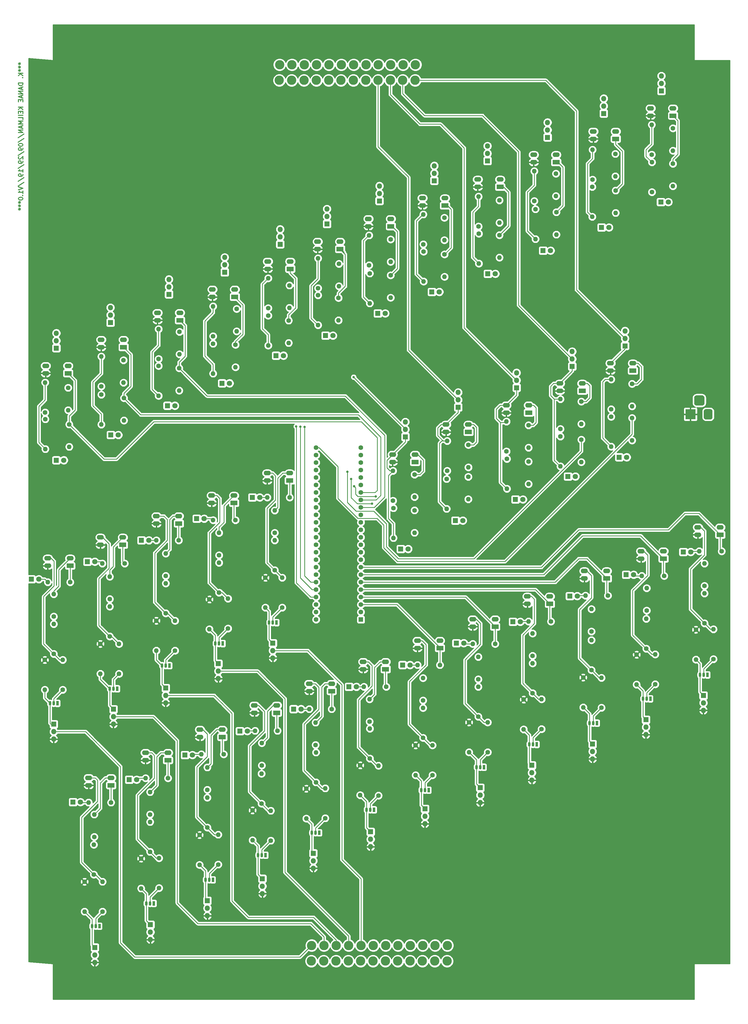
<source format=gbl>
G04 #@! TF.GenerationSoftware,KiCad,Pcbnew,(5.1.5-0-10_14)*
G04 #@! TF.CreationDate,2020-02-22T16:18:41-07:00*
G04 #@! TF.ProjectId,VasulkaTranslocationPCB,56617375-6c6b-4615-9472-616e736c6f63,rev?*
G04 #@! TF.SameCoordinates,Original*
G04 #@! TF.FileFunction,Copper,L2,Bot*
G04 #@! TF.FilePolarity,Positive*
%FSLAX46Y46*%
G04 Gerber Fmt 4.6, Leading zero omitted, Abs format (unit mm)*
G04 Created by KiCad (PCBNEW (5.1.5-0-10_14)) date 2020-02-22 16:18:41*
%MOMM*%
%LPD*%
G04 APERTURE LIST*
%ADD10C,0.300000*%
%ADD11C,1.600000*%
%ADD12R,1.600000X1.600000*%
%ADD13C,3.175000*%
%ADD14R,3.500000X3.500000*%
%ADD15C,0.100000*%
%ADD16C,1.800000*%
%ADD17R,1.800000X1.800000*%
%ADD18O,1.600000X1.600000*%
%ADD19O,1.800000X1.800000*%
%ADD20O,0.900000X1.500000*%
%ADD21R,0.900000X1.500000*%
%ADD22R,2.400000X1.600000*%
%ADD23O,2.400000X1.600000*%
%ADD24C,0.800000*%
%ADD25C,0.250000*%
%ADD26C,0.254000*%
G04 APERTURE END LIST*
D10*
X107763571Y-120700714D02*
X108120714Y-120700714D01*
X107977857Y-120343571D02*
X108120714Y-120700714D01*
X107977857Y-121057857D01*
X108406428Y-120486428D02*
X108120714Y-120700714D01*
X108406428Y-120915000D01*
X107763571Y-121843571D02*
X108120714Y-121843571D01*
X107977857Y-121486428D02*
X108120714Y-121843571D01*
X107977857Y-122200714D01*
X108406428Y-121629285D02*
X108120714Y-121843571D01*
X108406428Y-122057857D01*
X107763571Y-122986428D02*
X108120714Y-122986428D01*
X107977857Y-122629285D02*
X108120714Y-122986428D01*
X107977857Y-123343571D01*
X108406428Y-122772142D02*
X108120714Y-122986428D01*
X108406428Y-123200714D01*
X109263571Y-123915000D02*
X107763571Y-123915000D01*
X109263571Y-124772142D02*
X108406428Y-124129285D01*
X107763571Y-124772142D02*
X108620714Y-123915000D01*
X109120714Y-125415000D02*
X109192142Y-125486428D01*
X109263571Y-125415000D01*
X109192142Y-125343571D01*
X109120714Y-125415000D01*
X109263571Y-125415000D01*
X109263571Y-127272142D02*
X107763571Y-127272142D01*
X107763571Y-127629285D01*
X107835000Y-127843571D01*
X107977857Y-127986428D01*
X108120714Y-128057857D01*
X108406428Y-128129285D01*
X108620714Y-128129285D01*
X108906428Y-128057857D01*
X109049285Y-127986428D01*
X109192142Y-127843571D01*
X109263571Y-127629285D01*
X109263571Y-127272142D01*
X108835000Y-128700714D02*
X108835000Y-129415000D01*
X109263571Y-128557857D02*
X107763571Y-129057857D01*
X109263571Y-129557857D01*
X109263571Y-130057857D02*
X107763571Y-130057857D01*
X109263571Y-130915000D01*
X107763571Y-130915000D01*
X108835000Y-131557857D02*
X108835000Y-132272142D01*
X109263571Y-131415000D02*
X107763571Y-131915000D01*
X109263571Y-132415000D01*
X108477857Y-132915000D02*
X108477857Y-133415000D01*
X109263571Y-133629285D02*
X109263571Y-132915000D01*
X107763571Y-132915000D01*
X107763571Y-133629285D01*
X109263571Y-135415000D02*
X107763571Y-135415000D01*
X109263571Y-136272142D02*
X108406428Y-135629285D01*
X107763571Y-136272142D02*
X108620714Y-135415000D01*
X108477857Y-136915000D02*
X108477857Y-137415000D01*
X109263571Y-137629285D02*
X109263571Y-136915000D01*
X107763571Y-136915000D01*
X107763571Y-137629285D01*
X109263571Y-138272142D02*
X107763571Y-138272142D01*
X109263571Y-139700714D02*
X109263571Y-138986428D01*
X107763571Y-138986428D01*
X109263571Y-140200714D02*
X107763571Y-140200714D01*
X108835000Y-140700714D01*
X107763571Y-141200714D01*
X109263571Y-141200714D01*
X108835000Y-141843571D02*
X108835000Y-142557857D01*
X109263571Y-141700714D02*
X107763571Y-142200714D01*
X109263571Y-142700714D01*
X109263571Y-143200714D02*
X107763571Y-143200714D01*
X109263571Y-144057857D01*
X107763571Y-144057857D01*
X107692142Y-145843571D02*
X109620714Y-144557857D01*
X107692142Y-147415000D02*
X109620714Y-146129285D01*
X107763571Y-148200714D02*
X107763571Y-148343571D01*
X107835000Y-148486428D01*
X107906428Y-148557857D01*
X108049285Y-148629285D01*
X108335000Y-148700714D01*
X108692142Y-148700714D01*
X108977857Y-148629285D01*
X109120714Y-148557857D01*
X109192142Y-148486428D01*
X109263571Y-148343571D01*
X109263571Y-148200714D01*
X109192142Y-148057857D01*
X109120714Y-147986428D01*
X108977857Y-147915000D01*
X108692142Y-147843571D01*
X108335000Y-147843571D01*
X108049285Y-147915000D01*
X107906428Y-147986428D01*
X107835000Y-148057857D01*
X107763571Y-148200714D01*
X109263571Y-149415000D02*
X109263571Y-149700714D01*
X109192142Y-149843571D01*
X109120714Y-149915000D01*
X108906428Y-150057857D01*
X108620714Y-150129285D01*
X108049285Y-150129285D01*
X107906428Y-150057857D01*
X107835000Y-149986428D01*
X107763571Y-149843571D01*
X107763571Y-149557857D01*
X107835000Y-149415000D01*
X107906428Y-149343571D01*
X108049285Y-149272142D01*
X108406428Y-149272142D01*
X108549285Y-149343571D01*
X108620714Y-149415000D01*
X108692142Y-149557857D01*
X108692142Y-149843571D01*
X108620714Y-149986428D01*
X108549285Y-150057857D01*
X108406428Y-150129285D01*
X107692142Y-151843571D02*
X109620714Y-150557857D01*
X107906428Y-152272142D02*
X107835000Y-152343571D01*
X107763571Y-152486428D01*
X107763571Y-152843571D01*
X107835000Y-152986428D01*
X107906428Y-153057857D01*
X108049285Y-153129285D01*
X108192142Y-153129285D01*
X108406428Y-153057857D01*
X109263571Y-152200714D01*
X109263571Y-153129285D01*
X109263571Y-153843571D02*
X109263571Y-154129285D01*
X109192142Y-154272142D01*
X109120714Y-154343571D01*
X108906428Y-154486428D01*
X108620714Y-154557857D01*
X108049285Y-154557857D01*
X107906428Y-154486428D01*
X107835000Y-154415000D01*
X107763571Y-154272142D01*
X107763571Y-153986428D01*
X107835000Y-153843571D01*
X107906428Y-153772142D01*
X108049285Y-153700714D01*
X108406428Y-153700714D01*
X108549285Y-153772142D01*
X108620714Y-153843571D01*
X108692142Y-153986428D01*
X108692142Y-154272142D01*
X108620714Y-154415000D01*
X108549285Y-154486428D01*
X108406428Y-154557857D01*
X107692142Y-156272142D02*
X109620714Y-154986428D01*
X109263571Y-157557857D02*
X109263571Y-156700714D01*
X109263571Y-157129285D02*
X107763571Y-157129285D01*
X107977857Y-156986428D01*
X108120714Y-156843571D01*
X108192142Y-156700714D01*
X109263571Y-158272142D02*
X109263571Y-158557857D01*
X109192142Y-158700714D01*
X109120714Y-158772142D01*
X108906428Y-158915000D01*
X108620714Y-158986428D01*
X108049285Y-158986428D01*
X107906428Y-158915000D01*
X107835000Y-158843571D01*
X107763571Y-158700714D01*
X107763571Y-158415000D01*
X107835000Y-158272142D01*
X107906428Y-158200714D01*
X108049285Y-158129285D01*
X108406428Y-158129285D01*
X108549285Y-158200714D01*
X108620714Y-158272142D01*
X108692142Y-158415000D01*
X108692142Y-158700714D01*
X108620714Y-158843571D01*
X108549285Y-158915000D01*
X108406428Y-158986428D01*
X107692142Y-160700714D02*
X109620714Y-159415000D01*
X107692142Y-162272142D02*
X109620714Y-160986428D01*
X107763571Y-162557857D02*
X109263571Y-163057857D01*
X107763571Y-163557857D01*
X109263571Y-164843571D02*
X109263571Y-163986428D01*
X109263571Y-164415000D02*
X107763571Y-164415000D01*
X107977857Y-164272142D01*
X108120714Y-164129285D01*
X108192142Y-163986428D01*
X109120714Y-165486428D02*
X109192142Y-165557857D01*
X109263571Y-165486428D01*
X109192142Y-165415000D01*
X109120714Y-165486428D01*
X109263571Y-165486428D01*
X107763571Y-166486428D02*
X107763571Y-166629285D01*
X107835000Y-166772142D01*
X107906428Y-166843571D01*
X108049285Y-166915000D01*
X108335000Y-166986428D01*
X108692142Y-166986428D01*
X108977857Y-166915000D01*
X109120714Y-166843571D01*
X109192142Y-166772142D01*
X109263571Y-166629285D01*
X109263571Y-166486428D01*
X109192142Y-166343571D01*
X109120714Y-166272142D01*
X108977857Y-166200714D01*
X108692142Y-166129285D01*
X108335000Y-166129285D01*
X108049285Y-166200714D01*
X107906428Y-166272142D01*
X107835000Y-166343571D01*
X107763571Y-166486428D01*
X107763571Y-167843571D02*
X108120714Y-167843571D01*
X107977857Y-167486428D02*
X108120714Y-167843571D01*
X107977857Y-168200714D01*
X108406428Y-167629285D02*
X108120714Y-167843571D01*
X108406428Y-168057857D01*
X107763571Y-168986428D02*
X108120714Y-168986428D01*
X107977857Y-168629285D02*
X108120714Y-168986428D01*
X107977857Y-169343571D01*
X108406428Y-168772142D02*
X108120714Y-168986428D01*
X108406428Y-169200714D01*
X107763571Y-170129285D02*
X108120714Y-170129285D01*
X107977857Y-169772142D02*
X108120714Y-170129285D01*
X107977857Y-170486428D01*
X108406428Y-169915000D02*
X108120714Y-170129285D01*
X108406428Y-170343571D01*
D11*
X224282000Y-268986000D03*
X224282000Y-266446000D03*
X224282000Y-263906000D03*
X224282000Y-261366000D03*
X224282000Y-271526000D03*
X224282000Y-274066000D03*
X224282000Y-276606000D03*
X224282000Y-258826000D03*
X224282000Y-256286000D03*
X224282000Y-253746000D03*
X224282000Y-251206000D03*
X209042000Y-251206000D03*
X209042000Y-253746000D03*
X209042000Y-256286000D03*
X209042000Y-258826000D03*
X209042000Y-261366000D03*
X209042000Y-263906000D03*
X209042000Y-266446000D03*
X209042000Y-268986000D03*
X224282000Y-279146000D03*
X224282000Y-281686000D03*
X224282000Y-284226000D03*
X224282000Y-286766000D03*
X224282000Y-289306000D03*
X224282000Y-291846000D03*
X224282000Y-294386000D03*
X224282000Y-296926000D03*
X224282000Y-299466000D03*
X224282000Y-302006000D03*
X224282000Y-304546000D03*
X224282000Y-307086000D03*
D12*
X224282000Y-309626000D03*
D11*
X209042000Y-271526000D03*
X209042000Y-274066000D03*
X209042000Y-276606000D03*
X209042000Y-279146000D03*
X209042000Y-281686000D03*
X209042000Y-284226000D03*
X209042000Y-286766000D03*
X209042000Y-289306000D03*
X209042000Y-291846000D03*
X209042000Y-294386000D03*
X209042000Y-296926000D03*
X209042000Y-299466000D03*
X209042000Y-302006000D03*
X209042000Y-304546000D03*
X209042000Y-307086000D03*
X209042000Y-309626000D03*
D13*
X196615000Y-121030000D03*
X200815000Y-121030000D03*
X205015000Y-121030000D03*
X209215000Y-121030000D03*
X213415000Y-121030000D03*
X217615000Y-121030000D03*
X221815000Y-121030000D03*
X226015000Y-121030000D03*
X230215000Y-121030000D03*
X234415000Y-121030000D03*
X238615000Y-121030000D03*
X242815000Y-121030000D03*
X242715000Y-126330000D03*
X238515000Y-126330000D03*
X234315000Y-126330000D03*
X230115000Y-126330000D03*
X225915000Y-126330000D03*
X221715000Y-126330000D03*
X217515000Y-126330000D03*
X213315000Y-126330000D03*
X209115000Y-126330000D03*
X204915000Y-126330000D03*
X200715000Y-126330000D03*
X196515000Y-126330000D03*
X253600000Y-425705000D03*
X249400000Y-425705000D03*
X245200000Y-425705000D03*
X241000000Y-425705000D03*
X236800000Y-425705000D03*
X232600000Y-425705000D03*
X228400000Y-425705000D03*
X224200000Y-425705000D03*
X220000000Y-425705000D03*
X215800000Y-425705000D03*
X211600000Y-425705000D03*
X207400000Y-425705000D03*
X207500000Y-420405000D03*
X211700000Y-420405000D03*
X215900000Y-420405000D03*
X220100000Y-420405000D03*
X224300000Y-420405000D03*
X228500000Y-420405000D03*
X232700000Y-420405000D03*
X236900000Y-420405000D03*
X241100000Y-420405000D03*
X245300000Y-420405000D03*
X249500000Y-420405000D03*
X253700000Y-420405000D03*
D14*
X336423000Y-239839500D03*
G04 #@! TA.AperFunction,ComponentPad*
D15*
G36*
X343246513Y-238093111D02*
G01*
X343319318Y-238103911D01*
X343390714Y-238121795D01*
X343460013Y-238146590D01*
X343526548Y-238178059D01*
X343589678Y-238215898D01*
X343648795Y-238259742D01*
X343703330Y-238309170D01*
X343752758Y-238363705D01*
X343796602Y-238422822D01*
X343834441Y-238485952D01*
X343865910Y-238552487D01*
X343890705Y-238621786D01*
X343908589Y-238693182D01*
X343919389Y-238765987D01*
X343923000Y-238839500D01*
X343923000Y-240839500D01*
X343919389Y-240913013D01*
X343908589Y-240985818D01*
X343890705Y-241057214D01*
X343865910Y-241126513D01*
X343834441Y-241193048D01*
X343796602Y-241256178D01*
X343752758Y-241315295D01*
X343703330Y-241369830D01*
X343648795Y-241419258D01*
X343589678Y-241463102D01*
X343526548Y-241500941D01*
X343460013Y-241532410D01*
X343390714Y-241557205D01*
X343319318Y-241575089D01*
X343246513Y-241585889D01*
X343173000Y-241589500D01*
X341673000Y-241589500D01*
X341599487Y-241585889D01*
X341526682Y-241575089D01*
X341455286Y-241557205D01*
X341385987Y-241532410D01*
X341319452Y-241500941D01*
X341256322Y-241463102D01*
X341197205Y-241419258D01*
X341142670Y-241369830D01*
X341093242Y-241315295D01*
X341049398Y-241256178D01*
X341011559Y-241193048D01*
X340980090Y-241126513D01*
X340955295Y-241057214D01*
X340937411Y-240985818D01*
X340926611Y-240913013D01*
X340923000Y-240839500D01*
X340923000Y-238839500D01*
X340926611Y-238765987D01*
X340937411Y-238693182D01*
X340955295Y-238621786D01*
X340980090Y-238552487D01*
X341011559Y-238485952D01*
X341049398Y-238422822D01*
X341093242Y-238363705D01*
X341142670Y-238309170D01*
X341197205Y-238259742D01*
X341256322Y-238215898D01*
X341319452Y-238178059D01*
X341385987Y-238146590D01*
X341455286Y-238121795D01*
X341526682Y-238103911D01*
X341599487Y-238093111D01*
X341673000Y-238089500D01*
X343173000Y-238089500D01*
X343246513Y-238093111D01*
G37*
G04 #@! TD.AperFunction*
G04 #@! TA.AperFunction,ComponentPad*
G36*
X340383765Y-233393713D02*
G01*
X340468704Y-233406313D01*
X340551999Y-233427177D01*
X340632848Y-233456105D01*
X340710472Y-233492819D01*
X340784124Y-233536964D01*
X340853094Y-233588116D01*
X340916718Y-233645782D01*
X340974384Y-233709406D01*
X341025536Y-233778376D01*
X341069681Y-233852028D01*
X341106395Y-233929652D01*
X341135323Y-234010501D01*
X341156187Y-234093796D01*
X341168787Y-234178735D01*
X341173000Y-234264500D01*
X341173000Y-236014500D01*
X341168787Y-236100265D01*
X341156187Y-236185204D01*
X341135323Y-236268499D01*
X341106395Y-236349348D01*
X341069681Y-236426972D01*
X341025536Y-236500624D01*
X340974384Y-236569594D01*
X340916718Y-236633218D01*
X340853094Y-236690884D01*
X340784124Y-236742036D01*
X340710472Y-236786181D01*
X340632848Y-236822895D01*
X340551999Y-236851823D01*
X340468704Y-236872687D01*
X340383765Y-236885287D01*
X340298000Y-236889500D01*
X338548000Y-236889500D01*
X338462235Y-236885287D01*
X338377296Y-236872687D01*
X338294001Y-236851823D01*
X338213152Y-236822895D01*
X338135528Y-236786181D01*
X338061876Y-236742036D01*
X337992906Y-236690884D01*
X337929282Y-236633218D01*
X337871616Y-236569594D01*
X337820464Y-236500624D01*
X337776319Y-236426972D01*
X337739605Y-236349348D01*
X337710677Y-236268499D01*
X337689813Y-236185204D01*
X337677213Y-236100265D01*
X337673000Y-236014500D01*
X337673000Y-234264500D01*
X337677213Y-234178735D01*
X337689813Y-234093796D01*
X337710677Y-234010501D01*
X337739605Y-233929652D01*
X337776319Y-233852028D01*
X337820464Y-233778376D01*
X337871616Y-233709406D01*
X337929282Y-233645782D01*
X337992906Y-233588116D01*
X338061876Y-233536964D01*
X338135528Y-233492819D01*
X338213152Y-233456105D01*
X338294001Y-233427177D01*
X338377296Y-233406313D01*
X338462235Y-233393713D01*
X338548000Y-233389500D01*
X340298000Y-233389500D01*
X340383765Y-233393713D01*
G37*
G04 #@! TD.AperFunction*
D16*
X203898500Y-340042500D03*
D17*
X201358500Y-340042500D03*
X183070500Y-347535500D03*
D16*
X185610500Y-347535500D03*
X222758000Y-332486000D03*
D17*
X220218000Y-332486000D03*
X131191000Y-289941000D03*
D16*
X133731000Y-289941000D03*
X114681000Y-295910000D03*
D17*
X112141000Y-295910000D03*
X149606000Y-282702000D03*
D16*
X152146000Y-282702000D03*
X170942000Y-275336000D03*
D17*
X168402000Y-275336000D03*
X187325000Y-268097000D03*
D16*
X189865000Y-268097000D03*
X240982500Y-325056500D03*
D17*
X238442500Y-325056500D03*
X256730500Y-317627000D03*
D16*
X259270500Y-317627000D03*
X278511000Y-310388000D03*
D17*
X275971000Y-310388000D03*
X333946500Y-286639000D03*
D16*
X336486500Y-286639000D03*
X317055500Y-294386000D03*
D17*
X314515500Y-294386000D03*
X295338500Y-301625000D03*
D16*
X297878500Y-301625000D03*
X166941500Y-355663500D03*
D17*
X164401500Y-355663500D03*
X126301500Y-371665500D03*
D16*
X128841500Y-371665500D03*
X147955000Y-364045500D03*
D17*
X145415000Y-364045500D03*
D11*
X267398500Y-354711000D03*
D18*
X267398500Y-344551000D03*
X172720000Y-312928000D03*
D11*
X172720000Y-302768000D03*
X176022000Y-300482000D03*
D18*
X176022000Y-290322000D03*
X282702000Y-324485000D03*
D11*
X282702000Y-334645000D03*
X197485000Y-305562000D03*
D18*
X197485000Y-295402000D03*
X179070000Y-302514000D03*
D11*
X179070000Y-312674000D03*
X154686000Y-310007000D03*
D18*
X154686000Y-320167000D03*
X116713000Y-333502000D03*
D11*
X116713000Y-323342000D03*
X119761000Y-321310000D03*
D18*
X119761000Y-311150000D03*
X138811000Y-305181000D03*
D11*
X138811000Y-315341000D03*
X306133500Y-339598000D03*
D18*
X306133500Y-329438000D03*
X338264500Y-323215000D03*
D11*
X338264500Y-313055000D03*
X161036000Y-320167000D03*
D18*
X161036000Y-310007000D03*
X302704500Y-316611000D03*
D11*
X302704500Y-326771000D03*
X187388500Y-374459500D03*
D18*
X187388500Y-384619500D03*
X227330000Y-346710000D03*
D11*
X227330000Y-356870000D03*
X208978500Y-364934500D03*
D18*
X208978500Y-354774500D03*
X299910500Y-339471000D03*
D11*
X299910500Y-329311000D03*
X175704500Y-392874500D03*
D18*
X175704500Y-382714500D03*
X136334500Y-398716500D03*
D11*
X136334500Y-408876500D03*
X230251000Y-369443000D03*
D18*
X230251000Y-359283000D03*
X193611500Y-374586500D03*
D11*
X193611500Y-384746500D03*
X172021500Y-380301500D03*
D18*
X172021500Y-370141500D03*
X155575000Y-390715500D03*
D11*
X155575000Y-400875500D03*
X169354500Y-382841500D03*
D18*
X169354500Y-393001500D03*
X133413500Y-386143500D03*
D11*
X133413500Y-396303500D03*
X253619000Y-259080000D03*
D18*
X253619000Y-248920000D03*
X130238500Y-408876500D03*
D11*
X130238500Y-398716500D03*
X152527000Y-388556500D03*
D18*
X152527000Y-378396500D03*
X149479000Y-401002500D03*
D11*
X149479000Y-390842500D03*
X245427500Y-349821500D03*
D18*
X245427500Y-339661500D03*
X192722500Y-216471500D03*
D11*
X192722500Y-206311500D03*
X309435500Y-240665000D03*
D18*
X309435500Y-250825000D03*
X173990000Y-225996500D03*
D11*
X173990000Y-215836500D03*
X264223500Y-342646000D03*
D18*
X264223500Y-332486000D03*
X323215000Y-141414500D03*
D11*
X323215000Y-151574500D03*
X310959500Y-163766500D03*
D18*
X310959500Y-171386500D03*
X330454000Y-162306000D03*
D11*
X330454000Y-154686000D03*
X143510000Y-221488000D03*
D18*
X143510000Y-229108000D03*
X330454000Y-150241000D03*
D11*
X330454000Y-142621000D03*
X310832500Y-151320500D03*
D18*
X310832500Y-158940500D03*
X234378500Y-200215500D03*
D11*
X234378500Y-192595500D03*
X252730000Y-185483500D03*
D18*
X252730000Y-193103500D03*
X143637000Y-241935000D03*
D11*
X143637000Y-234315000D03*
X181991000Y-204025500D03*
D18*
X181991000Y-211645500D03*
X252666500Y-180657500D03*
D11*
X252666500Y-173037500D03*
X316547500Y-241109500D03*
D18*
X316547500Y-248729500D03*
X216789000Y-196342000D03*
D11*
X216789000Y-188722000D03*
X299275500Y-248475500D03*
D18*
X299275500Y-256095500D03*
X281305000Y-251206000D03*
D11*
X281305000Y-243586000D03*
X181610000Y-216217500D03*
D18*
X181610000Y-223837500D03*
X199707500Y-215582500D03*
D11*
X199707500Y-207962500D03*
X299275500Y-235521500D03*
D18*
X299275500Y-243141500D03*
X242506500Y-280098500D03*
D11*
X242506500Y-272478500D03*
X260858000Y-250253500D03*
D18*
X260858000Y-257873500D03*
X152527000Y-368236500D03*
D11*
X152527000Y-375856500D03*
X242506500Y-260350000D03*
D18*
X242506500Y-267970000D03*
X133540500Y-375856500D03*
D11*
X133540500Y-383476500D03*
X195897500Y-347408500D03*
D18*
X188277500Y-347408500D03*
X225298000Y-332486000D03*
D11*
X232918000Y-332486000D03*
X208851500Y-352234500D03*
D18*
X208851500Y-344614500D03*
X172021500Y-359854500D03*
D11*
X172021500Y-367474500D03*
X190563500Y-359219500D03*
D18*
X190563500Y-351599500D03*
X151003000Y-363537500D03*
D11*
X158623000Y-363537500D03*
X139255500Y-371792500D03*
D18*
X131635500Y-371792500D03*
X169989500Y-355409500D03*
D11*
X177609500Y-355409500D03*
X143891000Y-290576000D03*
D18*
X136271000Y-290576000D03*
X119761000Y-300990000D03*
D11*
X119761000Y-308610000D03*
X321500500Y-306578000D03*
D18*
X321500500Y-298958000D03*
X157861000Y-287147000D03*
D11*
X157861000Y-294767000D03*
X181610000Y-275844000D03*
D18*
X173990000Y-275844000D03*
X192405000Y-268097000D03*
D11*
X200025000Y-268097000D03*
X347027500Y-286385000D03*
D18*
X339407500Y-286385000D03*
X176022000Y-280162000D03*
D11*
X176022000Y-287782000D03*
X194945000Y-280162000D03*
D18*
X194945000Y-272542000D03*
X281305000Y-310261000D03*
D11*
X288925000Y-310261000D03*
X264223500Y-329946000D03*
D18*
X264223500Y-322326000D03*
X162433000Y-231775000D03*
D11*
X162433000Y-224155000D03*
D17*
X306895500Y-137604500D03*
D19*
X306895500Y-135064500D03*
X306895500Y-132524500D03*
X287782000Y-140652500D03*
X287782000Y-143192500D03*
D17*
X287782000Y-145732500D03*
X158940500Y-199072500D03*
D19*
X158940500Y-196532500D03*
X158940500Y-193992500D03*
X196786500Y-176974500D03*
X196786500Y-179514500D03*
D17*
X196786500Y-182054500D03*
X230568500Y-167322500D03*
D19*
X230568500Y-164782500D03*
X230568500Y-162242500D03*
X277241000Y-225742500D03*
X277241000Y-228282500D03*
D17*
X277241000Y-230822500D03*
X296164000Y-223583500D03*
D19*
X296164000Y-221043500D03*
X296164000Y-218503500D03*
X239395000Y-242443000D03*
X239395000Y-244983000D03*
D17*
X239395000Y-247523000D03*
X190754000Y-397700500D03*
D19*
X190754000Y-400240500D03*
X190754000Y-402780500D03*
X119761000Y-350266000D03*
X119761000Y-347726000D03*
D17*
X119761000Y-345186000D03*
X194310000Y-317627000D03*
D19*
X194310000Y-320167000D03*
X194310000Y-322707000D03*
X264858500Y-371856000D03*
X264858500Y-369316000D03*
D17*
X264858500Y-366776000D03*
D20*
X176022000Y-317754000D03*
X174752000Y-317754000D03*
D21*
X177292000Y-317754000D03*
X247332500Y-367601500D03*
D20*
X244792500Y-367601500D03*
X246062500Y-367601500D03*
X264858500Y-359791000D03*
X263588500Y-359791000D03*
D21*
X266128500Y-359791000D03*
X284099000Y-352044000D03*
D20*
X281559000Y-352044000D03*
X282829000Y-352044000D03*
X119761000Y-338074000D03*
X118491000Y-338074000D03*
D21*
X121031000Y-338074000D03*
X342201500Y-328422000D03*
D20*
X339661500Y-328422000D03*
X340931500Y-328422000D03*
X321500500Y-336550000D03*
X320230500Y-336550000D03*
D21*
X322770500Y-336550000D03*
X304609500Y-344805000D03*
D20*
X302069500Y-344805000D03*
X303339500Y-344805000D03*
X190563500Y-389699500D03*
X189293500Y-389699500D03*
D21*
X191833500Y-389699500D03*
X173926500Y-398081500D03*
D20*
X171386500Y-398081500D03*
X172656500Y-398081500D03*
X134048500Y-413829500D03*
X132778500Y-413829500D03*
D21*
X135318500Y-413829500D03*
X153797000Y-406082500D03*
D20*
X151257000Y-406082500D03*
X152527000Y-406082500D03*
D18*
X302958500Y-172720000D03*
D11*
X302958500Y-162560000D03*
X303085500Y-160083500D03*
D18*
X303085500Y-149923500D03*
D16*
X214757000Y-213106000D03*
D17*
X212217000Y-213106000D03*
D16*
X197929500Y-219900500D03*
D17*
X195389500Y-219900500D03*
D16*
X179578000Y-229298500D03*
D17*
X177038000Y-229298500D03*
X120650000Y-255460500D03*
D16*
X123190000Y-255460500D03*
X160972500Y-236918500D03*
D17*
X158432500Y-236918500D03*
D16*
X141732000Y-246888000D03*
D17*
X139192000Y-246888000D03*
X286258000Y-184213500D03*
D16*
X288798000Y-184213500D03*
X328866500Y-167703500D03*
D17*
X326326500Y-167703500D03*
D16*
X308673500Y-176339500D03*
D17*
X306133500Y-176339500D03*
X267462000Y-192087500D03*
D16*
X270002000Y-192087500D03*
X232537000Y-205549500D03*
D17*
X229997000Y-205549500D03*
X248412000Y-198247000D03*
D16*
X250952000Y-198247000D03*
D17*
X276860000Y-268795500D03*
D16*
X279400000Y-268795500D03*
D17*
X312166000Y-254444500D03*
D16*
X314706000Y-254444500D03*
D17*
X294703500Y-260985000D03*
D16*
X297243500Y-260985000D03*
D17*
X256413000Y-275971000D03*
D16*
X258953000Y-275971000D03*
D17*
X237807500Y-285623000D03*
D16*
X240347500Y-285623000D03*
D19*
X212725000Y-170053000D03*
X212725000Y-172593000D03*
D17*
X212725000Y-175133000D03*
D19*
X120650000Y-212280500D03*
X120650000Y-214820500D03*
D17*
X120650000Y-217360500D03*
X139065000Y-208661000D03*
D19*
X139065000Y-206121000D03*
X139065000Y-203581000D03*
X326517000Y-124841000D03*
X326517000Y-127381000D03*
D17*
X326517000Y-129921000D03*
X267335000Y-153733500D03*
D19*
X267335000Y-151193500D03*
X267335000Y-148653500D03*
D17*
X249237500Y-160464500D03*
D19*
X249237500Y-157924500D03*
X249237500Y-155384500D03*
X314134500Y-211518500D03*
X314134500Y-214058500D03*
D17*
X314134500Y-216598500D03*
X257365500Y-237490000D03*
D19*
X257365500Y-234950000D03*
X257365500Y-232410000D03*
D17*
X208089500Y-389064500D03*
D19*
X208089500Y-391604500D03*
X208089500Y-394144500D03*
D17*
X227584000Y-381762000D03*
D19*
X227584000Y-384302000D03*
X227584000Y-386842000D03*
D20*
X208851500Y-382079500D03*
X207581500Y-382079500D03*
D21*
X210121500Y-382079500D03*
D20*
X227457000Y-374269000D03*
X226187000Y-374269000D03*
D21*
X228727000Y-374269000D03*
D19*
X140081000Y-345186000D03*
X140081000Y-342646000D03*
D17*
X140081000Y-340106000D03*
D19*
X157861000Y-337947000D03*
X157861000Y-335407000D03*
D17*
X157861000Y-332867000D03*
D20*
X140081000Y-333121000D03*
X138811000Y-333121000D03*
D21*
X141351000Y-333121000D03*
X159131000Y-325247000D03*
D20*
X156591000Y-325247000D03*
X157861000Y-325247000D03*
D19*
X175768000Y-329692000D03*
X175768000Y-327152000D03*
D17*
X175768000Y-324612000D03*
D21*
X195580000Y-310642000D03*
D20*
X193040000Y-310642000D03*
X194310000Y-310642000D03*
D19*
X246062500Y-379031500D03*
X246062500Y-376491500D03*
D17*
X246062500Y-373951500D03*
D19*
X282448000Y-364236000D03*
X282448000Y-361696000D03*
D17*
X282448000Y-359156000D03*
X340804500Y-335407000D03*
D19*
X340804500Y-337947000D03*
X340804500Y-340487000D03*
X321246500Y-348742000D03*
X321246500Y-346202000D03*
D17*
X321246500Y-343662000D03*
D19*
X303085500Y-356997000D03*
X303085500Y-354457000D03*
D17*
X303085500Y-351917000D03*
X172021500Y-405193500D03*
D19*
X172021500Y-407733500D03*
X172021500Y-410273500D03*
X133731000Y-426148500D03*
X133731000Y-423608500D03*
D17*
X133731000Y-421068500D03*
X152654000Y-413321500D03*
D19*
X152654000Y-415861500D03*
X152654000Y-418401500D03*
D11*
X216662000Y-200279000D03*
D18*
X216662000Y-207899000D03*
X209677000Y-186817000D03*
D11*
X209677000Y-196977000D03*
X209677000Y-199390000D03*
D18*
X209677000Y-209550000D03*
D11*
X199961500Y-196024500D03*
D18*
X199961500Y-203644500D03*
X192722500Y-193611500D03*
D11*
X192722500Y-203771500D03*
D18*
X173990000Y-203136500D03*
D11*
X173990000Y-213296500D03*
X125031500Y-243268500D03*
D18*
X125031500Y-250888500D03*
D11*
X116840000Y-239204500D03*
D18*
X116840000Y-229044500D03*
D11*
X124650500Y-230822500D03*
D18*
X124650500Y-238442500D03*
D11*
X116903500Y-241490500D03*
D18*
X116903500Y-251650500D03*
X155448000Y-233553000D03*
D11*
X155448000Y-223393000D03*
X135953500Y-230378000D03*
D18*
X135953500Y-220218000D03*
D11*
X162560000Y-211836000D03*
D18*
X162560000Y-219456000D03*
X155448000Y-210883500D03*
D11*
X155448000Y-221043500D03*
X135953500Y-233172000D03*
D18*
X135953500Y-243332000D03*
D11*
X290766500Y-171132500D03*
D18*
X290766500Y-178752500D03*
X283273500Y-157226000D03*
D11*
X283273500Y-167386000D03*
D18*
X290639500Y-165671500D03*
D11*
X290639500Y-158051500D03*
X283654500Y-170116500D03*
D18*
X283654500Y-180276500D03*
D11*
X323278500Y-164338000D03*
D18*
X323278500Y-154178000D03*
X271399000Y-186563000D03*
D11*
X271399000Y-178943000D03*
D18*
X264414000Y-188595000D03*
D11*
X264414000Y-178435000D03*
X271399000Y-167132000D03*
D18*
X271399000Y-174752000D03*
D11*
X264287000Y-176022000D03*
D18*
X264287000Y-165862000D03*
D11*
X227076000Y-189166500D03*
D18*
X227076000Y-179006500D03*
D11*
X245618000Y-184531000D03*
D18*
X245618000Y-194691000D03*
X234378500Y-188023500D03*
D11*
X234378500Y-180403500D03*
D18*
X227266500Y-202120500D03*
D11*
X227266500Y-191960500D03*
X245491000Y-182054500D03*
D18*
X245491000Y-171894500D03*
D11*
X281305000Y-255905000D03*
D18*
X281305000Y-263525000D03*
X273939000Y-265176000D03*
D11*
X273939000Y-255016000D03*
X292163500Y-247396000D03*
D18*
X292163500Y-257556000D03*
X273812000Y-242316000D03*
D11*
X273812000Y-252476000D03*
D18*
X316547500Y-237109000D03*
D11*
X316547500Y-229489000D03*
X309435500Y-238125000D03*
D18*
X309435500Y-227965000D03*
D11*
X292163500Y-244856000D03*
D18*
X292163500Y-234696000D03*
D11*
X260794500Y-261112000D03*
D18*
X260794500Y-268732000D03*
D11*
X253428500Y-261810500D03*
D18*
X253428500Y-271970500D03*
D11*
X235331000Y-271716500D03*
D18*
X235331000Y-281876500D03*
D11*
X235204000Y-269240000D03*
D18*
X235204000Y-259080000D03*
X206692500Y-340042500D03*
D11*
X214312500Y-340042500D03*
D18*
X212153500Y-366966500D03*
D11*
X212153500Y-377126500D03*
D18*
X227203000Y-336677000D03*
D11*
X227203000Y-344297000D03*
X190436500Y-372173500D03*
D18*
X190436500Y-362013500D03*
X205676500Y-377253500D03*
D11*
X205676500Y-367093500D03*
D18*
X224028000Y-369316000D03*
D11*
X224028000Y-359156000D03*
X125349000Y-296926000D03*
D18*
X117729000Y-296926000D03*
D11*
X162306000Y-282702000D03*
D18*
X154686000Y-282702000D03*
D11*
X141986000Y-328041000D03*
D18*
X141986000Y-317881000D03*
X122809000Y-323342000D03*
D11*
X122809000Y-333502000D03*
D18*
X138811000Y-295021000D03*
D11*
X138811000Y-302641000D03*
X135636000Y-317881000D03*
D18*
X135636000Y-328041000D03*
X157861000Y-297307000D03*
D11*
X157861000Y-307467000D03*
D18*
X194945000Y-282702000D03*
D11*
X194945000Y-292862000D03*
X191770000Y-295402000D03*
D18*
X191770000Y-305562000D03*
X243522500Y-325056500D03*
D11*
X251142500Y-325056500D03*
X269938500Y-317881000D03*
D18*
X262318500Y-317881000D03*
D11*
X248602500Y-362521500D03*
D18*
X248602500Y-352361500D03*
X245427500Y-329501500D03*
D11*
X245427500Y-337121500D03*
X285750000Y-346837000D03*
D18*
X285750000Y-336677000D03*
D11*
X242887500Y-352361500D03*
D18*
X242887500Y-362521500D03*
X261048500Y-354711000D03*
D11*
X261048500Y-344551000D03*
D18*
X282702000Y-314325000D03*
D11*
X282702000Y-321945000D03*
X279654000Y-336804000D03*
D18*
X279654000Y-346964000D03*
X319849500Y-294767000D03*
D11*
X327469500Y-294767000D03*
D18*
X300672500Y-301498000D03*
D11*
X308292500Y-301498000D03*
D18*
X344233500Y-312928000D03*
D11*
X344233500Y-323088000D03*
X324421500Y-331597000D03*
D18*
X324421500Y-321437000D03*
X341185500Y-290576000D03*
D11*
X341185500Y-298196000D03*
D18*
X341185500Y-300736000D03*
D11*
X341185500Y-310896000D03*
X302704500Y-313690000D03*
D18*
X302704500Y-306070000D03*
X321373500Y-309372000D03*
D11*
X321373500Y-319532000D03*
D18*
X318071500Y-331724000D03*
D11*
X318071500Y-321564000D03*
D22*
X217170000Y-183705500D03*
D23*
X209550000Y-181165500D03*
X217170000Y-181165500D03*
X209550000Y-183705500D03*
D22*
X200215500Y-190436500D03*
D23*
X192595500Y-187896500D03*
X200215500Y-187896500D03*
X192595500Y-190436500D03*
D22*
X181356000Y-199961500D03*
D23*
X173736000Y-197421500D03*
X181356000Y-197421500D03*
X173736000Y-199961500D03*
X117030500Y-225933000D03*
X124650500Y-223393000D03*
X117030500Y-223393000D03*
D22*
X124650500Y-225933000D03*
D23*
X155067000Y-207899000D03*
X162687000Y-205359000D03*
X155067000Y-205359000D03*
D22*
X162687000Y-207899000D03*
X143510000Y-217043000D03*
D23*
X135890000Y-214503000D03*
X143510000Y-214503000D03*
X135890000Y-217043000D03*
D22*
X290703000Y-154178000D03*
D23*
X283083000Y-151638000D03*
X290703000Y-151638000D03*
X283083000Y-154178000D03*
D22*
X330454000Y-138366500D03*
D23*
X322834000Y-135826500D03*
X330454000Y-135826500D03*
X322834000Y-138366500D03*
D22*
X310959500Y-146240500D03*
D23*
X303339500Y-143700500D03*
X310959500Y-143700500D03*
X303339500Y-146240500D03*
D22*
X271653000Y-162560000D03*
D23*
X264033000Y-160020000D03*
X271653000Y-160020000D03*
X264033000Y-162560000D03*
X226822000Y-175958500D03*
X234442000Y-173418500D03*
X226822000Y-173418500D03*
D22*
X234442000Y-175958500D03*
D23*
X245237000Y-168910000D03*
X252857000Y-166370000D03*
X245237000Y-166370000D03*
D22*
X252857000Y-168910000D03*
X281368500Y-239331500D03*
D23*
X273748500Y-236791500D03*
X281368500Y-236791500D03*
X273748500Y-239331500D03*
D22*
X316801500Y-225044000D03*
D23*
X309181500Y-222504000D03*
X316801500Y-222504000D03*
X309181500Y-225044000D03*
X291973000Y-231902000D03*
X299593000Y-229362000D03*
X291973000Y-229362000D03*
D22*
X299593000Y-231902000D03*
D23*
X253238000Y-245872000D03*
X260858000Y-243332000D03*
X253238000Y-243332000D03*
D22*
X260858000Y-245872000D03*
D23*
X235077000Y-256095500D03*
X242697000Y-253555500D03*
X235077000Y-253555500D03*
D22*
X242697000Y-256095500D03*
D23*
X206692500Y-333946500D03*
X214312500Y-331406500D03*
X206692500Y-331406500D03*
D22*
X214312500Y-333946500D03*
X195643500Y-341312500D03*
D23*
X188023500Y-338772500D03*
X195643500Y-338772500D03*
X188023500Y-341312500D03*
D22*
X232664000Y-326517000D03*
D23*
X225044000Y-323977000D03*
X232664000Y-323977000D03*
X225044000Y-326517000D03*
X135636000Y-284226000D03*
X143256000Y-281686000D03*
X135636000Y-281686000D03*
D22*
X143256000Y-284226000D03*
D23*
X117729000Y-291338000D03*
X125349000Y-288798000D03*
X117729000Y-288798000D03*
D22*
X125349000Y-291338000D03*
D23*
X154686000Y-276987000D03*
X162306000Y-274447000D03*
X154686000Y-274447000D03*
D22*
X162306000Y-276987000D03*
D23*
X173482000Y-270002000D03*
X181102000Y-267462000D03*
X173482000Y-267462000D03*
D22*
X181102000Y-270002000D03*
X200025000Y-262382000D03*
D23*
X192405000Y-259842000D03*
X200025000Y-259842000D03*
X192405000Y-262382000D03*
D22*
X251142500Y-319341500D03*
D23*
X243522500Y-316801500D03*
X251142500Y-316801500D03*
X243522500Y-319341500D03*
D22*
X269938500Y-312039000D03*
D23*
X262318500Y-309499000D03*
X269938500Y-309499000D03*
X262318500Y-312039000D03*
X280924000Y-304292000D03*
X288544000Y-301752000D03*
X280924000Y-301752000D03*
D22*
X288544000Y-304292000D03*
D23*
X338899500Y-280797000D03*
X346519500Y-278257000D03*
X338899500Y-278257000D03*
D22*
X346519500Y-280797000D03*
D23*
X319595500Y-288925000D03*
X327215500Y-286385000D03*
X319595500Y-286385000D03*
D22*
X327215500Y-288925000D03*
X307911500Y-295656000D03*
D23*
X300291500Y-293116000D03*
X307911500Y-293116000D03*
X300291500Y-295656000D03*
X169481500Y-349567500D03*
X177101500Y-347027500D03*
X169481500Y-347027500D03*
D22*
X177101500Y-349567500D03*
X139255500Y-365950500D03*
D23*
X131635500Y-363410500D03*
X139255500Y-363410500D03*
X131635500Y-365950500D03*
X151003000Y-357441500D03*
X158623000Y-354901500D03*
X151003000Y-354901500D03*
D22*
X158623000Y-357441500D03*
D19*
X177927000Y-186499500D03*
X177927000Y-189039500D03*
D17*
X177927000Y-191579500D03*
D24*
X205105000Y-244157500D03*
X203644500Y-244030500D03*
X202247500Y-243967000D03*
X219710000Y-259397500D03*
X220980000Y-261874000D03*
X228028500Y-270256000D03*
X221996000Y-264287000D03*
X229362000Y-267779500D03*
X221805500Y-227203000D03*
D25*
X209677000Y-186817000D02*
X209677000Y-193802000D01*
X209677000Y-193802000D02*
X207327500Y-196151500D01*
X207327500Y-207200500D02*
X209677000Y-209550000D01*
X207327500Y-196151500D02*
X207327500Y-207200500D01*
X116840000Y-229044500D02*
X116840000Y-234950000D01*
X116840000Y-234950000D02*
X114681000Y-237109000D01*
X114681000Y-249428000D02*
X116903500Y-251650500D01*
X114681000Y-237109000D02*
X114681000Y-249428000D01*
X135953500Y-243332000D02*
X135953500Y-239776000D01*
X135953500Y-239776000D02*
X133096000Y-236918500D01*
X133096000Y-236918500D02*
X133096000Y-228854000D01*
X135953500Y-225996500D02*
X135953500Y-220218000D01*
X133096000Y-228854000D02*
X135953500Y-225996500D01*
X323215000Y-141414500D02*
X323215000Y-148018500D01*
X323215000Y-148018500D02*
X321310000Y-149923500D01*
X321310000Y-152209500D02*
X323278500Y-154178000D01*
X321310000Y-149923500D02*
X321310000Y-152209500D01*
X264287000Y-165862000D02*
X264287000Y-169164000D01*
X264287000Y-169164000D02*
X262318500Y-171132500D01*
X262318500Y-186499500D02*
X264414000Y-188595000D01*
X262318500Y-171132500D02*
X262318500Y-186499500D01*
X245491000Y-171894500D02*
X245364000Y-171894500D01*
X245364000Y-171894500D02*
X243141500Y-174117000D01*
X243141500Y-192214500D02*
X245618000Y-194691000D01*
X243141500Y-174117000D02*
X243141500Y-192214500D01*
X314134500Y-217551000D02*
X309181500Y-222504000D01*
X314134500Y-216598500D02*
X314134500Y-217551000D01*
X306514500Y-247904000D02*
X309435500Y-250825000D01*
X309435500Y-227965000D02*
X307403500Y-227965000D01*
X306514500Y-228854000D02*
X306514500Y-247904000D01*
X307403500Y-227965000D02*
X306514500Y-228854000D01*
X257365500Y-239204500D02*
X253238000Y-243332000D01*
X257365500Y-237490000D02*
X257365500Y-239204500D01*
X253238000Y-243332000D02*
X251587000Y-243332000D01*
X251587000Y-243332000D02*
X250444000Y-244475000D01*
X250444000Y-244475000D02*
X250444000Y-247078500D01*
X252285500Y-248920000D02*
X253619000Y-248920000D01*
X250444000Y-247078500D02*
X252285500Y-248920000D01*
X252285500Y-248920000D02*
X251777500Y-248920000D01*
X251777500Y-248920000D02*
X251015500Y-249682000D01*
X251015500Y-269557500D02*
X253428500Y-271970500D01*
X251015500Y-249682000D02*
X251015500Y-269557500D01*
X207581500Y-379158500D02*
X205676500Y-377253500D01*
X207581500Y-382079500D02*
X207581500Y-379158500D01*
X207581500Y-388556500D02*
X208089500Y-389064500D01*
X207581500Y-382079500D02*
X207581500Y-388556500D01*
X226187000Y-371475000D02*
X224028000Y-369316000D01*
X226187000Y-374269000D02*
X226187000Y-371475000D01*
X226187000Y-380365000D02*
X227584000Y-381762000D01*
X226187000Y-374269000D02*
X226187000Y-380365000D01*
X208851500Y-380428500D02*
X212153500Y-377126500D01*
X208851500Y-382079500D02*
X208851500Y-380428500D01*
X227457000Y-372237000D02*
X230251000Y-369443000D01*
X227457000Y-374269000D02*
X227457000Y-372237000D01*
X135636000Y-329946000D02*
X138811000Y-333121000D01*
X135636000Y-328041000D02*
X135636000Y-329946000D01*
X138811000Y-338836000D02*
X140081000Y-340106000D01*
X138811000Y-333121000D02*
X138811000Y-338836000D01*
X154686000Y-323342000D02*
X156591000Y-325247000D01*
X154686000Y-320167000D02*
X154686000Y-323342000D01*
X156591000Y-331597000D02*
X157861000Y-332867000D01*
X156591000Y-325247000D02*
X156591000Y-331597000D01*
X140081000Y-329946000D02*
X141986000Y-328041000D01*
X140081000Y-333121000D02*
X140081000Y-329946000D01*
X157861000Y-323342000D02*
X161036000Y-320167000D01*
X157861000Y-325247000D02*
X157861000Y-323342000D01*
X174752000Y-314960000D02*
X172720000Y-312928000D01*
X174752000Y-317754000D02*
X174752000Y-314960000D01*
X174752000Y-323596000D02*
X175768000Y-324612000D01*
X174752000Y-317754000D02*
X174752000Y-323596000D01*
X194310000Y-308737000D02*
X197485000Y-305562000D01*
X194310000Y-310642000D02*
X194310000Y-308737000D01*
X244792500Y-364426500D02*
X242887500Y-362521500D01*
X244792500Y-367601500D02*
X244792500Y-364426500D01*
X244792500Y-372681500D02*
X246062500Y-373951500D01*
X244792500Y-367601500D02*
X244792500Y-372681500D01*
X281559000Y-348869000D02*
X279654000Y-346964000D01*
X281559000Y-352044000D02*
X281559000Y-348869000D01*
X281559000Y-358267000D02*
X282448000Y-359156000D01*
X281559000Y-352044000D02*
X281559000Y-358267000D01*
X339661500Y-324612000D02*
X338264500Y-323215000D01*
X339661500Y-328422000D02*
X339661500Y-324612000D01*
X339661500Y-334264000D02*
X340804500Y-335407000D01*
X339661500Y-328422000D02*
X339661500Y-334264000D01*
X320230500Y-333883000D02*
X318071500Y-331724000D01*
X320230500Y-336550000D02*
X320230500Y-333883000D01*
X320230500Y-342646000D02*
X321246500Y-343662000D01*
X320230500Y-336550000D02*
X320230500Y-342646000D01*
X302069500Y-341630000D02*
X299910500Y-339471000D01*
X302069500Y-344805000D02*
X302069500Y-341630000D01*
X302069500Y-350901000D02*
X303085500Y-351917000D01*
X302069500Y-344805000D02*
X302069500Y-350901000D01*
X171386500Y-395033500D02*
X169354500Y-393001500D01*
X171386500Y-398081500D02*
X171386500Y-395033500D01*
X171386500Y-404558500D02*
X172021500Y-405193500D01*
X171386500Y-398081500D02*
X171386500Y-404558500D01*
X132778500Y-411416500D02*
X130238500Y-408876500D01*
X132778500Y-413829500D02*
X132778500Y-411416500D01*
X132778500Y-420116000D02*
X133731000Y-421068500D01*
X132778500Y-413829500D02*
X132778500Y-420116000D01*
X151257000Y-402780500D02*
X149479000Y-401002500D01*
X151257000Y-406082500D02*
X151257000Y-402780500D01*
X151257000Y-411924500D02*
X152654000Y-413321500D01*
X151257000Y-406082500D02*
X151257000Y-411924500D01*
X209042000Y-296926000D02*
X207264000Y-296926000D01*
X207264000Y-296926000D02*
X205105000Y-294767000D01*
X205105000Y-294767000D02*
X205105000Y-244157500D01*
X217170000Y-183705500D02*
X217487500Y-183705500D01*
X217487500Y-183705500D02*
X218567000Y-184785000D01*
X216662000Y-200279000D02*
X216662000Y-198628000D01*
X216662000Y-198628000D02*
X218948000Y-196342000D01*
X218948000Y-196342000D02*
X218948000Y-185483500D01*
X218948000Y-185483500D02*
X217170000Y-183705500D01*
X173990000Y-225996500D02*
X173990000Y-222885000D01*
X173990000Y-222885000D02*
X171132500Y-220027500D01*
X171132500Y-220027500D02*
X171132500Y-208153000D01*
X173990000Y-205295500D02*
X173990000Y-203136500D01*
X171132500Y-208153000D02*
X173990000Y-205295500D01*
X316801500Y-222504000D02*
X318579500Y-222504000D01*
X318579500Y-222504000D02*
X319786000Y-223710500D01*
X319786000Y-223710500D02*
X319786000Y-227965000D01*
X318262000Y-229489000D02*
X316547500Y-229489000D01*
X319786000Y-227965000D02*
X318262000Y-229489000D01*
X209042000Y-299466000D02*
X207645000Y-299466000D01*
X207645000Y-299466000D02*
X203644500Y-295465500D01*
X203644500Y-295465500D02*
X203644500Y-244030500D01*
X199707500Y-207962500D02*
X199707500Y-205994000D01*
X199707500Y-205994000D02*
X202057000Y-203644500D01*
X202057000Y-203644500D02*
X202057000Y-193675000D01*
X200215500Y-191833500D02*
X200215500Y-190436500D01*
X202057000Y-193675000D02*
X200215500Y-191833500D01*
X209042000Y-302006000D02*
X207200500Y-302006000D01*
X207200500Y-302006000D02*
X202311000Y-297116500D01*
X202311000Y-244030500D02*
X202247500Y-243967000D01*
X202311000Y-297116500D02*
X202311000Y-244030500D01*
X181356000Y-199961500D02*
X181610000Y-199961500D01*
X181610000Y-216217500D02*
X181610000Y-215138000D01*
X181610000Y-215138000D02*
X184086500Y-212661500D01*
X184086500Y-202692000D02*
X181356000Y-199961500D01*
X184086500Y-212661500D02*
X184086500Y-202692000D01*
X224282000Y-271526000D02*
X228790500Y-271526000D01*
X228790500Y-271526000D02*
X232346500Y-267970000D01*
X232346500Y-267970000D02*
X232346500Y-247015000D01*
X232346500Y-247015000D02*
X218948000Y-233616500D01*
X171894500Y-233616500D02*
X162433000Y-224155000D01*
X218948000Y-233616500D02*
X171894500Y-233616500D01*
X162433000Y-224155000D02*
X162433000Y-222123000D01*
X162433000Y-222123000D02*
X164465000Y-220091000D01*
X164465000Y-209677000D02*
X162687000Y-207899000D01*
X164465000Y-220091000D02*
X164465000Y-209677000D01*
X224282000Y-268986000D02*
X229425500Y-268986000D01*
X229425500Y-268986000D02*
X231013000Y-267398500D01*
X231013000Y-267398500D02*
X231013000Y-247650000D01*
X231013000Y-247650000D02*
X223393000Y-240030000D01*
X149352000Y-240030000D02*
X143637000Y-234315000D01*
X223393000Y-240030000D02*
X149352000Y-240030000D01*
X143637000Y-234315000D02*
X143637000Y-232727500D01*
X143637000Y-232727500D02*
X145986500Y-230378000D01*
X145986500Y-219519500D02*
X143510000Y-217043000D01*
X145986500Y-230378000D02*
X145986500Y-219519500D01*
X224282000Y-266446000D02*
X229108000Y-266446000D01*
X229108000Y-266446000D02*
X229806500Y-265747500D01*
X229806500Y-265747500D02*
X229806500Y-247777000D01*
X229806500Y-247777000D02*
X224409000Y-242379500D01*
X224409000Y-242379500D02*
X153797000Y-242379500D01*
X153797000Y-242379500D02*
X141097000Y-255079500D01*
X136842500Y-255079500D02*
X125031500Y-243268500D01*
X141097000Y-255079500D02*
X136842500Y-255079500D01*
X125031500Y-243268500D02*
X125031500Y-240411000D01*
X125031500Y-240411000D02*
X127063500Y-238379000D01*
X127063500Y-228346000D02*
X124650500Y-225933000D01*
X127063500Y-238379000D02*
X127063500Y-228346000D01*
X330454000Y-154686000D02*
X330454000Y-153098500D01*
X330454000Y-153098500D02*
X332105000Y-151447500D01*
X332105000Y-140017500D02*
X330454000Y-138366500D01*
X332105000Y-151447500D02*
X332105000Y-140017500D01*
X310959500Y-146240500D02*
X310959500Y-148145500D01*
X310959500Y-148145500D02*
X313245500Y-150431500D01*
X313245500Y-161480500D02*
X310959500Y-163766500D01*
X313245500Y-150431500D02*
X313245500Y-161480500D01*
X290703000Y-154178000D02*
X291338000Y-154178000D01*
X291338000Y-154178000D02*
X292989000Y-155829000D01*
X292989000Y-168910000D02*
X290766500Y-171132500D01*
X292989000Y-155829000D02*
X292989000Y-168910000D01*
X271653000Y-162560000D02*
X272732500Y-162560000D01*
X272732500Y-162560000D02*
X274510500Y-164338000D01*
X274510500Y-175831500D02*
X271399000Y-178943000D01*
X274510500Y-164338000D02*
X274510500Y-175831500D01*
X252857000Y-168910000D02*
X253682500Y-168910000D01*
X253682500Y-168910000D02*
X254952500Y-170180000D01*
X254952500Y-183261000D02*
X252730000Y-185483500D01*
X254952500Y-170180000D02*
X254952500Y-183261000D01*
X234442000Y-175958500D02*
X234886500Y-175958500D01*
X234886500Y-175958500D02*
X236664500Y-177736500D01*
X236664500Y-190309500D02*
X234378500Y-192595500D01*
X236664500Y-177736500D02*
X236664500Y-190309500D01*
X209042000Y-251206000D02*
X210058000Y-251206000D01*
X210058000Y-251206000D02*
X216471500Y-257619500D01*
X216471500Y-257619500D02*
X216471500Y-268414500D01*
X216471500Y-268414500D02*
X223266000Y-275209000D01*
X223266000Y-275209000D02*
X229743000Y-275209000D01*
X229743000Y-275209000D02*
X232029000Y-277495000D01*
X232029000Y-277495000D02*
X232029000Y-285178500D01*
X232029000Y-285178500D02*
X236728000Y-289877500D01*
X236728000Y-289877500D02*
X273304000Y-289877500D01*
X316547500Y-246634000D02*
X316547500Y-241109500D01*
X273304000Y-289877500D02*
X316547500Y-246634000D01*
X299275500Y-252412500D02*
X299275500Y-248475500D01*
X237045500Y-288925000D02*
X262763000Y-288925000D01*
X232981500Y-284861000D02*
X237045500Y-288925000D01*
X232981500Y-277050500D02*
X232981500Y-284861000D01*
X222631000Y-272732500D02*
X228663500Y-272732500D01*
X228663500Y-272732500D02*
X232981500Y-277050500D01*
X219710000Y-269811500D02*
X222631000Y-272732500D01*
X262763000Y-288925000D02*
X299275500Y-252412500D01*
X219710000Y-259397500D02*
X219710000Y-269811500D01*
X220980000Y-261874000D02*
X220980000Y-266255500D01*
X220980000Y-266255500D02*
X220980000Y-268160500D01*
X223075500Y-270256000D02*
X228028500Y-270256000D01*
X220980000Y-268160500D02*
X223075500Y-270256000D01*
X221996000Y-264287000D02*
X222504000Y-264795000D01*
X222504000Y-264795000D02*
X222504000Y-267017500D01*
X223266000Y-267779500D02*
X229362000Y-267779500D01*
X222504000Y-267017500D02*
X223266000Y-267779500D01*
X232664000Y-332232000D02*
X232918000Y-332486000D01*
X232664000Y-326517000D02*
X232664000Y-332232000D01*
X214312500Y-333946500D02*
X214312500Y-340042500D01*
X195643500Y-347154500D02*
X195897500Y-347408500D01*
X195643500Y-341312500D02*
X195643500Y-347154500D01*
X177101500Y-354901500D02*
X177609500Y-355409500D01*
X177101500Y-349567500D02*
X177101500Y-354901500D01*
X158623000Y-357441500D02*
X158623000Y-363537500D01*
X139255500Y-365950500D02*
X139255500Y-371792500D01*
X224282000Y-291846000D02*
X285686500Y-291846000D01*
X285686500Y-291846000D02*
X298386500Y-279146000D01*
X298386500Y-279146000D02*
X328930000Y-279146000D01*
X328930000Y-279146000D02*
X334518000Y-273558000D01*
X339280500Y-273558000D02*
X346519500Y-280797000D01*
X334518000Y-273558000D02*
X339280500Y-273558000D01*
X346519500Y-285877000D02*
X347027500Y-286385000D01*
X346519500Y-280797000D02*
X346519500Y-285877000D01*
X224282000Y-294386000D02*
X286448500Y-294386000D01*
X286448500Y-294386000D02*
X299720000Y-281114500D01*
X319405000Y-281114500D02*
X327215500Y-288925000D01*
X299720000Y-281114500D02*
X319405000Y-281114500D01*
X327215500Y-294513000D02*
X327469500Y-294767000D01*
X327215500Y-288925000D02*
X327215500Y-294513000D01*
X224282000Y-296926000D02*
X290385500Y-296926000D01*
X290385500Y-296926000D02*
X298386500Y-288925000D01*
X301180500Y-288925000D02*
X307911500Y-295656000D01*
X298386500Y-288925000D02*
X301180500Y-288925000D01*
X307911500Y-301117000D02*
X308292500Y-301498000D01*
X307911500Y-295656000D02*
X307911500Y-301117000D01*
X283718000Y-299466000D02*
X288544000Y-304292000D01*
X224282000Y-299466000D02*
X283718000Y-299466000D01*
X288544000Y-309880000D02*
X288925000Y-310261000D01*
X288544000Y-304292000D02*
X288544000Y-309880000D01*
X259905500Y-302006000D02*
X269938500Y-312039000D01*
X224282000Y-302006000D02*
X259905500Y-302006000D01*
X269938500Y-312039000D02*
X269938500Y-317881000D01*
X224282000Y-304546000D02*
X236537500Y-304546000D01*
X251142500Y-319151000D02*
X251142500Y-319341500D01*
X236537500Y-304546000D02*
X251142500Y-319151000D01*
X251142500Y-319341500D02*
X251142500Y-325056500D01*
X125349000Y-291338000D02*
X125349000Y-296926000D01*
X143256000Y-289941000D02*
X143891000Y-290576000D01*
X143256000Y-284226000D02*
X143256000Y-289941000D01*
X162306000Y-276987000D02*
X162306000Y-282702000D01*
X181102000Y-275336000D02*
X181610000Y-275844000D01*
X181102000Y-270002000D02*
X181102000Y-275336000D01*
X200025000Y-262382000D02*
X200025000Y-268097000D01*
X152527000Y-403923500D02*
X155575000Y-400875500D01*
X152527000Y-406082500D02*
X152527000Y-403923500D01*
X134048500Y-411162500D02*
X136334500Y-408876500D01*
X134048500Y-413829500D02*
X134048500Y-411162500D01*
X172656500Y-395922500D02*
X175704500Y-392874500D01*
X172656500Y-398081500D02*
X172656500Y-395922500D01*
X190563500Y-387794500D02*
X193611500Y-384746500D01*
X190563500Y-389699500D02*
X190563500Y-387794500D01*
X189293500Y-386524500D02*
X187388500Y-384619500D01*
X189293500Y-389699500D02*
X189293500Y-386524500D01*
X189293500Y-396240000D02*
X190754000Y-397700500D01*
X189293500Y-389699500D02*
X189293500Y-396240000D01*
X303339500Y-342392000D02*
X306133500Y-339598000D01*
X303339500Y-344805000D02*
X303339500Y-342392000D01*
X321500500Y-334518000D02*
X324421500Y-331597000D01*
X321500500Y-336550000D02*
X321500500Y-334518000D01*
X340931500Y-326390000D02*
X344233500Y-323088000D01*
X340931500Y-328422000D02*
X340931500Y-326390000D01*
X119761000Y-336550000D02*
X122809000Y-333502000D01*
X119761000Y-338074000D02*
X119761000Y-336550000D01*
X116713000Y-336296000D02*
X118491000Y-338074000D01*
X116713000Y-333502000D02*
X116713000Y-336296000D01*
X119761000Y-345186000D02*
X118808500Y-345186000D01*
X118491000Y-344868500D02*
X118491000Y-338074000D01*
X118808500Y-345186000D02*
X118491000Y-344868500D01*
X282829000Y-349758000D02*
X285750000Y-346837000D01*
X282829000Y-352044000D02*
X282829000Y-349758000D01*
X264858500Y-357251000D02*
X267398500Y-354711000D01*
X264858500Y-359791000D02*
X264858500Y-357251000D01*
X263588500Y-357251000D02*
X261048500Y-354711000D01*
X263588500Y-359791000D02*
X263588500Y-357251000D01*
X263588500Y-365506000D02*
X264858500Y-366776000D01*
X263588500Y-359791000D02*
X263588500Y-365506000D01*
X246062500Y-365061500D02*
X248602500Y-362521500D01*
X246062500Y-367601500D02*
X246062500Y-365061500D01*
X176022000Y-315722000D02*
X179070000Y-312674000D01*
X176022000Y-317754000D02*
X176022000Y-315722000D01*
X193040000Y-306832000D02*
X191770000Y-305562000D01*
X193040000Y-310642000D02*
X193040000Y-306832000D01*
X193040000Y-316357000D02*
X194310000Y-317627000D01*
X193040000Y-310642000D02*
X193040000Y-316357000D01*
X224300000Y-420405000D02*
X224300000Y-397718500D01*
X224300000Y-397718500D02*
X217805000Y-391223500D01*
X217805000Y-391223500D02*
X217805000Y-331787500D01*
X194310000Y-320167000D02*
X206184500Y-320167000D01*
X206184500Y-320167000D02*
X208788000Y-322770500D01*
X208788000Y-322770500D02*
X208724500Y-322707000D01*
X217805000Y-331787500D02*
X208788000Y-322770500D01*
X198437500Y-395541500D02*
X198437500Y-336486500D01*
X220100000Y-417204000D02*
X198437500Y-395541500D01*
X220100000Y-420405000D02*
X220100000Y-417204000D01*
X189103000Y-327152000D02*
X191770000Y-329819000D01*
X175768000Y-327152000D02*
X189103000Y-327152000D01*
X191770000Y-329819000D02*
X191643000Y-329692000D01*
X198437500Y-336486500D02*
X191770000Y-329819000D01*
X215900000Y-420405000D02*
X215900000Y-418592000D01*
X215900000Y-418592000D02*
X208153000Y-410845000D01*
X208153000Y-410845000D02*
X185991500Y-410845000D01*
X185991500Y-410845000D02*
X180403500Y-405257000D01*
X180403500Y-405257000D02*
X180403500Y-341503000D01*
X157861000Y-335407000D02*
X174307500Y-335407000D01*
X174307500Y-335407000D02*
X176974500Y-338074000D01*
X176974500Y-338074000D02*
X176847500Y-337947000D01*
X180403500Y-341503000D02*
X176974500Y-338074000D01*
X207500000Y-420405000D02*
X207426000Y-420405000D01*
X207426000Y-420405000D02*
X203524000Y-424307000D01*
X203524000Y-424307000D02*
X147320000Y-424307000D01*
X147320000Y-424307000D02*
X142494000Y-419481000D01*
X142494000Y-419481000D02*
X142494000Y-359600500D01*
X130619500Y-347726000D02*
X133286500Y-350393000D01*
X119761000Y-347726000D02*
X130619500Y-347726000D01*
X133286500Y-350393000D02*
X133159500Y-350266000D01*
X142494000Y-359600500D02*
X133286500Y-350393000D01*
X211700000Y-420405000D02*
X211700000Y-417440000D01*
X211700000Y-417440000D02*
X207200500Y-412940500D01*
X207200500Y-412940500D02*
X168783000Y-412940500D01*
X168783000Y-412940500D02*
X161798000Y-405955500D01*
X161798000Y-405955500D02*
X161798000Y-350774000D01*
X140081000Y-342646000D02*
X153670000Y-342646000D01*
X156400500Y-345376500D02*
X156210000Y-345186000D01*
X153670000Y-342646000D02*
X156400500Y-345376500D01*
X161798000Y-350774000D02*
X156400500Y-345376500D01*
X239395000Y-244983000D02*
X239395000Y-244792500D01*
X239395000Y-244792500D02*
X221805500Y-227203000D01*
X239395000Y-249237500D02*
X235077000Y-253555500D01*
X239395000Y-247523000D02*
X239395000Y-249237500D01*
X235331000Y-281876500D02*
X235331000Y-276987000D01*
X235331000Y-276987000D02*
X233616500Y-275272500D01*
X233616500Y-260667500D02*
X235204000Y-259080000D01*
X233616500Y-275272500D02*
X233616500Y-260667500D01*
X235204000Y-259080000D02*
X234124500Y-259080000D01*
X234124500Y-259080000D02*
X233108500Y-258064000D01*
X233108500Y-255524000D02*
X235077000Y-253555500D01*
X233108500Y-258064000D02*
X233108500Y-255524000D01*
X230115000Y-126330000D02*
X230115000Y-148898500D01*
X230115000Y-148898500D02*
X240474500Y-159258000D01*
X240474500Y-218059000D02*
X257365500Y-234950000D01*
X240474500Y-159258000D02*
X240474500Y-218059000D01*
X296164000Y-225171000D02*
X291973000Y-229362000D01*
X296164000Y-223583500D02*
X296164000Y-225171000D01*
X291973000Y-229362000D02*
X289814000Y-229362000D01*
X289814000Y-229362000D02*
X288861500Y-230314500D01*
X288861500Y-230314500D02*
X288861500Y-233489500D01*
X290068000Y-234696000D02*
X292163500Y-234696000D01*
X288861500Y-233489500D02*
X290068000Y-234696000D01*
X290068000Y-255460500D02*
X292163500Y-257556000D01*
X290068000Y-234696000D02*
X290068000Y-255460500D01*
X238515000Y-126330000D02*
X238515000Y-130882500D01*
X238515000Y-130882500D02*
X245935500Y-138303000D01*
X245935500Y-138303000D02*
X265620500Y-138303000D01*
X265620500Y-138303000D02*
X277939500Y-150622000D01*
X277939500Y-202819000D02*
X296164000Y-221043500D01*
X277939500Y-150622000D02*
X277939500Y-202819000D01*
X242715000Y-126330000D02*
X287175500Y-126330000D01*
X287175500Y-126330000D02*
X297624500Y-136779000D01*
X297624500Y-197548500D02*
X314134500Y-214058500D01*
X297624500Y-136779000D02*
X297624500Y-197548500D01*
X234315000Y-126330000D02*
X234315000Y-131191000D01*
X234315000Y-131191000D02*
X244348000Y-141224000D01*
X244348000Y-141224000D02*
X251333000Y-141224000D01*
X251333000Y-141224000D02*
X259397500Y-149288500D01*
X259397500Y-210439000D02*
X277241000Y-228282500D01*
X259397500Y-149288500D02*
X259397500Y-210439000D01*
X277241000Y-233299000D02*
X273748500Y-236791500D01*
X277241000Y-230822500D02*
X277241000Y-233299000D01*
X273748500Y-236791500D02*
X271653000Y-236791500D01*
X271653000Y-236791500D02*
X270319500Y-238125000D01*
X270319500Y-238125000D02*
X270319500Y-241173000D01*
X270319500Y-241173000D02*
X271780000Y-242633500D01*
X273494500Y-242633500D02*
X273812000Y-242316000D01*
X271780000Y-242633500D02*
X273494500Y-242633500D01*
X271780000Y-263017000D02*
X273939000Y-265176000D01*
X271780000Y-242633500D02*
X271780000Y-263017000D01*
X227076000Y-179006500D02*
X226949000Y-179006500D01*
X226949000Y-179006500D02*
X225107500Y-180848000D01*
X225107500Y-199961500D02*
X227266500Y-202120500D01*
X225107500Y-180848000D02*
X225107500Y-199961500D01*
X192722500Y-216471500D02*
X192722500Y-212725000D01*
X192722500Y-212725000D02*
X190754000Y-210756500D01*
X190754000Y-195580000D02*
X192722500Y-193611500D01*
X190754000Y-210756500D02*
X190754000Y-195580000D01*
X155448000Y-210883500D02*
X155448000Y-216408000D01*
X155448000Y-216408000D02*
X153225500Y-218630500D01*
X153225500Y-231330500D02*
X155448000Y-233553000D01*
X153225500Y-218630500D02*
X153225500Y-231330500D01*
X283273500Y-157226000D02*
X283273500Y-161988500D01*
X283273500Y-161988500D02*
X280924000Y-164338000D01*
X280924000Y-177546000D02*
X283654500Y-180276500D01*
X280924000Y-164338000D02*
X280924000Y-177546000D01*
X303085500Y-149923500D02*
X303085500Y-152908000D01*
X303085500Y-152908000D02*
X301371000Y-154622500D01*
X301371000Y-171132500D02*
X302958500Y-172720000D01*
X301371000Y-154622500D02*
X301371000Y-171132500D01*
X278638000Y-310261000D02*
X278511000Y-310388000D01*
X281305000Y-310261000D02*
X278638000Y-310261000D01*
X259524500Y-317881000D02*
X259270500Y-317627000D01*
X262318500Y-317881000D02*
X259524500Y-317881000D01*
X243522500Y-325056500D02*
X240982500Y-325056500D01*
X200025000Y-259842000D02*
X197675500Y-259842000D01*
X197675500Y-259842000D02*
X195961000Y-261556500D01*
X195961000Y-271526000D02*
X194945000Y-272542000D01*
X195961000Y-261556500D02*
X195961000Y-271526000D01*
X176022000Y-280162000D02*
X176022000Y-278193500D01*
X176022000Y-278193500D02*
X177673000Y-276542500D01*
X177673000Y-270891000D02*
X181102000Y-267462000D01*
X177673000Y-276542500D02*
X177673000Y-270891000D01*
X336740500Y-286385000D02*
X336486500Y-286639000D01*
X339407500Y-286385000D02*
X336740500Y-286385000D01*
X317436500Y-294767000D02*
X317055500Y-294386000D01*
X319849500Y-294767000D02*
X317436500Y-294767000D01*
X298005500Y-301498000D02*
X297878500Y-301625000D01*
X300672500Y-301498000D02*
X298005500Y-301498000D01*
X189865000Y-268097000D02*
X192405000Y-268097000D01*
X173482000Y-275336000D02*
X173990000Y-275844000D01*
X170942000Y-275336000D02*
X173482000Y-275336000D01*
X162306000Y-274447000D02*
X160401000Y-274447000D01*
X160401000Y-274447000D02*
X159258000Y-275590000D01*
X159258000Y-285750000D02*
X157861000Y-287147000D01*
X159258000Y-275590000D02*
X159258000Y-285750000D01*
X119761000Y-300990000D02*
X119761000Y-299974000D01*
X119761000Y-299974000D02*
X121475500Y-298259500D01*
X121475500Y-292671500D02*
X125349000Y-288798000D01*
X121475500Y-298259500D02*
X121475500Y-292671500D01*
X138811000Y-295021000D02*
X138811000Y-292735000D01*
X138811000Y-292735000D02*
X140017500Y-291528500D01*
X140017500Y-284924500D02*
X143256000Y-281686000D01*
X140017500Y-291528500D02*
X140017500Y-284924500D01*
X152146000Y-282702000D02*
X154686000Y-282702000D01*
X116713000Y-295910000D02*
X117729000Y-296926000D01*
X114681000Y-295910000D02*
X116713000Y-295910000D01*
X135636000Y-289941000D02*
X136271000Y-290576000D01*
X133731000Y-289941000D02*
X135636000Y-289941000D01*
X232664000Y-323977000D02*
X230822500Y-323977000D01*
X230822500Y-323977000D02*
X228917500Y-325882000D01*
X228917500Y-334962500D02*
X227203000Y-336677000D01*
X228917500Y-325882000D02*
X228917500Y-334962500D01*
X167195500Y-355409500D02*
X166941500Y-355663500D01*
X169989500Y-355409500D02*
X167195500Y-355409500D01*
X128968500Y-371792500D02*
X128841500Y-371665500D01*
X131635500Y-371792500D02*
X128968500Y-371792500D01*
X148463000Y-363537500D02*
X147955000Y-364045500D01*
X151003000Y-363537500D02*
X148463000Y-363537500D01*
X195643500Y-338772500D02*
X194437000Y-338772500D01*
X194437000Y-338772500D02*
X192468500Y-340741000D01*
X192468500Y-349694500D02*
X190563500Y-351599500D01*
X192468500Y-340741000D02*
X192468500Y-349694500D01*
X177101500Y-347027500D02*
X175196500Y-347027500D01*
X175196500Y-347027500D02*
X173291500Y-348932500D01*
X173291500Y-358584500D02*
X172021500Y-359854500D01*
X173291500Y-348932500D02*
X173291500Y-358584500D01*
X214312500Y-331406500D02*
X212090000Y-331406500D01*
X212090000Y-331406500D02*
X210947000Y-332549500D01*
X210947000Y-342519000D02*
X208851500Y-344614500D01*
X210947000Y-332549500D02*
X210947000Y-342519000D01*
X225298000Y-332486000D02*
X222758000Y-332486000D01*
X185737500Y-347408500D02*
X185610500Y-347535500D01*
X188277500Y-347408500D02*
X185737500Y-347408500D01*
X206692500Y-340042500D02*
X203898500Y-340042500D01*
X139255500Y-363410500D02*
X137350500Y-363410500D01*
X137350500Y-363410500D02*
X135636000Y-365125000D01*
X135636000Y-373761000D02*
X133540500Y-375856500D01*
X135636000Y-365125000D02*
X135636000Y-373761000D01*
X242697000Y-253555500D02*
X243649500Y-253555500D01*
X243649500Y-253555500D02*
X245491000Y-255397000D01*
X245491000Y-255397000D02*
X245491000Y-259207000D01*
X244348000Y-260350000D02*
X242506500Y-260350000D01*
X245491000Y-259207000D02*
X244348000Y-260350000D01*
X158623000Y-354901500D02*
X156146500Y-354901500D01*
X156146500Y-354901500D02*
X154813000Y-356235000D01*
X154813000Y-365950500D02*
X152527000Y-368236500D01*
X154813000Y-356235000D02*
X154813000Y-365950500D01*
X260858000Y-243332000D02*
X262636000Y-243332000D01*
X262636000Y-243332000D02*
X263588500Y-244284500D01*
X263588500Y-244284500D02*
X263588500Y-249237500D01*
X262572500Y-250253500D02*
X260858000Y-250253500D01*
X263588500Y-249237500D02*
X262572500Y-250253500D01*
X299593000Y-229362000D02*
X301307500Y-229362000D01*
X301307500Y-229362000D02*
X302133000Y-230187500D01*
X302133000Y-230187500D02*
X302133000Y-234251500D01*
X300863000Y-235521500D02*
X299275500Y-235521500D01*
X302133000Y-234251500D02*
X300863000Y-235521500D01*
X281368500Y-236791500D02*
X283019500Y-236791500D01*
X283019500Y-236791500D02*
X283845000Y-237617000D01*
X283845000Y-237617000D02*
X283845000Y-242633500D01*
X282892500Y-243586000D02*
X281305000Y-243586000D01*
X283845000Y-242633500D02*
X282892500Y-243586000D01*
X262318500Y-309499000D02*
X263525000Y-309499000D01*
X263525000Y-309499000D02*
X264985500Y-310959500D01*
X264985500Y-310959500D02*
X264985500Y-318008000D01*
X264985500Y-318008000D02*
X259715000Y-323278500D01*
X259715000Y-338137500D02*
X264223500Y-342646000D01*
X259715000Y-323278500D02*
X259715000Y-338137500D01*
X266128500Y-344551000D02*
X264223500Y-342646000D01*
X267398500Y-344551000D02*
X266128500Y-344551000D01*
X243522500Y-316801500D02*
X245110000Y-316801500D01*
X245110000Y-316801500D02*
X246443500Y-318135000D01*
X246443500Y-318135000D02*
X246443500Y-325056500D01*
X246443500Y-325056500D02*
X240792000Y-330708000D01*
X240792000Y-345186000D02*
X245427500Y-349821500D01*
X240792000Y-330708000D02*
X240792000Y-345186000D01*
X247967500Y-352361500D02*
X245427500Y-349821500D01*
X248602500Y-352361500D02*
X247967500Y-352361500D01*
X151003000Y-354901500D02*
X153098500Y-354901500D01*
X153098500Y-354901500D02*
X153987500Y-355790500D01*
X153987500Y-355790500D02*
X153987500Y-363537500D01*
X153987500Y-363537500D02*
X148209000Y-369316000D01*
X148209000Y-384238500D02*
X152527000Y-388556500D01*
X148209000Y-369316000D02*
X148209000Y-384238500D01*
X154686000Y-390715500D02*
X152527000Y-388556500D01*
X155575000Y-390715500D02*
X154686000Y-390715500D01*
X131635500Y-363410500D02*
X133858000Y-363410500D01*
X133858000Y-363410500D02*
X134683500Y-364236000D01*
X134683500Y-364236000D02*
X134683500Y-371411500D01*
X134683500Y-371411500D02*
X129286000Y-376809000D01*
X129286000Y-392176000D02*
X133413500Y-396303500D01*
X129286000Y-376809000D02*
X129286000Y-392176000D01*
X133921500Y-396303500D02*
X136334500Y-398716500D01*
X133413500Y-396303500D02*
X133921500Y-396303500D01*
X169481500Y-347027500D02*
X170497500Y-347027500D01*
X170497500Y-347027500D02*
X172021500Y-348551500D01*
X172021500Y-348551500D02*
X172021500Y-356171500D01*
X172021500Y-356171500D02*
X168465500Y-359727500D01*
X168465500Y-376745500D02*
X172021500Y-380301500D01*
X168465500Y-359727500D02*
X168465500Y-376745500D01*
X174434500Y-382714500D02*
X172021500Y-380301500D01*
X175704500Y-382714500D02*
X174434500Y-382714500D01*
X206692500Y-331406500D02*
X208724500Y-331406500D01*
X208724500Y-331406500D02*
X209931000Y-332613000D01*
X209931000Y-332613000D02*
X209931000Y-340169500D01*
X209931000Y-340169500D02*
X204978000Y-345122500D01*
X204978000Y-360934000D02*
X208978500Y-364934500D01*
X204978000Y-345122500D02*
X204978000Y-360934000D01*
X211010500Y-366966500D02*
X208978500Y-364934500D01*
X212153500Y-366966500D02*
X211010500Y-366966500D01*
X188023500Y-338772500D02*
X189420500Y-338772500D01*
X189420500Y-338772500D02*
X191452500Y-340804500D01*
X191452500Y-340804500D02*
X191452500Y-347472000D01*
X191452500Y-347472000D02*
X186436000Y-352488500D01*
X186436000Y-368173000D02*
X190436500Y-372173500D01*
X186436000Y-352488500D02*
X186436000Y-368173000D01*
X192849500Y-374586500D02*
X190436500Y-372173500D01*
X193611500Y-374586500D02*
X192849500Y-374586500D01*
X225044000Y-323977000D02*
X226822000Y-323977000D01*
X226822000Y-323977000D02*
X228092000Y-325247000D01*
X228092000Y-325247000D02*
X228092000Y-332232000D01*
X228092000Y-332232000D02*
X223456500Y-336867500D01*
X223456500Y-352996500D02*
X227330000Y-356870000D01*
X223456500Y-336867500D02*
X223456500Y-352996500D01*
X229743000Y-359283000D02*
X227330000Y-356870000D01*
X230251000Y-359283000D02*
X229743000Y-359283000D01*
X300291500Y-293116000D02*
X301117000Y-293116000D01*
X301117000Y-293116000D02*
X302704500Y-294703500D01*
X302704500Y-294703500D02*
X302704500Y-302196500D01*
X302704500Y-302196500D02*
X298704000Y-306197000D01*
X298704000Y-322770500D02*
X302704500Y-326771000D01*
X298704000Y-306197000D02*
X298704000Y-322770500D01*
X305371500Y-329438000D02*
X302704500Y-326771000D01*
X306133500Y-329438000D02*
X305371500Y-329438000D01*
X319595500Y-286385000D02*
X320548000Y-286385000D01*
X320548000Y-286385000D02*
X321881500Y-287718500D01*
X321881500Y-287718500D02*
X321881500Y-294576500D01*
X321881500Y-294576500D02*
X316738000Y-299720000D01*
X316738000Y-314896500D02*
X321373500Y-319532000D01*
X316738000Y-299720000D02*
X316738000Y-314896500D01*
X323278500Y-321437000D02*
X321373500Y-319532000D01*
X324421500Y-321437000D02*
X323278500Y-321437000D01*
X135636000Y-281686000D02*
X136398000Y-281686000D01*
X136398000Y-281686000D02*
X138557000Y-283845000D01*
X138557000Y-283845000D02*
X138557000Y-292227000D01*
X138557000Y-292227000D02*
X135128000Y-295656000D01*
X135128000Y-311658000D02*
X138811000Y-315341000D01*
X135128000Y-295656000D02*
X135128000Y-311658000D01*
X139446000Y-315341000D02*
X141986000Y-317881000D01*
X138811000Y-315341000D02*
X139446000Y-315341000D01*
X117729000Y-288798000D02*
X118872000Y-288798000D01*
X118872000Y-288798000D02*
X119888000Y-289814000D01*
X119888000Y-289814000D02*
X119888000Y-298196000D01*
X119888000Y-298196000D02*
X116332000Y-301752000D01*
X116332000Y-317881000D02*
X119761000Y-321310000D01*
X116332000Y-301752000D02*
X116332000Y-317881000D01*
X121793000Y-323342000D02*
X119761000Y-321310000D01*
X122809000Y-323342000D02*
X121793000Y-323342000D01*
X154686000Y-274447000D02*
X157226000Y-274447000D01*
X157226000Y-274447000D02*
X158369000Y-275590000D01*
X158369000Y-275590000D02*
X158369000Y-282702000D01*
X158369000Y-282702000D02*
X154114500Y-286956500D01*
X154114500Y-303720500D02*
X157861000Y-307467000D01*
X154114500Y-286956500D02*
X154114500Y-303720500D01*
X158496000Y-307467000D02*
X161036000Y-310007000D01*
X157861000Y-307467000D02*
X158496000Y-307467000D01*
X338899500Y-278257000D02*
X339915500Y-278257000D01*
X339915500Y-278257000D02*
X341185500Y-279527000D01*
X341185500Y-279527000D02*
X341185500Y-287655000D01*
X341185500Y-287655000D02*
X336423000Y-292417500D01*
X336423000Y-306133500D02*
X341185500Y-310896000D01*
X336423000Y-292417500D02*
X336423000Y-306133500D01*
X343217500Y-312928000D02*
X341185500Y-310896000D01*
X344233500Y-312928000D02*
X343217500Y-312928000D01*
X173482000Y-267462000D02*
X175260000Y-267462000D01*
X175260000Y-267462000D02*
X176276000Y-268478000D01*
X176276000Y-268478000D02*
X176276000Y-276542500D01*
X176276000Y-276542500D02*
X172656500Y-280162000D01*
X172656500Y-297116500D02*
X176022000Y-300482000D01*
X172656500Y-280162000D02*
X172656500Y-297116500D01*
X177038000Y-300482000D02*
X179070000Y-302514000D01*
X176022000Y-300482000D02*
X177038000Y-300482000D01*
X192405000Y-259842000D02*
X194246500Y-259842000D01*
X194246500Y-259842000D02*
X195199000Y-260794500D01*
X195199000Y-260794500D02*
X195199000Y-268986000D01*
X195199000Y-268986000D02*
X192341500Y-271843500D01*
X192341500Y-290258500D02*
X194945000Y-292862000D01*
X192341500Y-271843500D02*
X192341500Y-290258500D01*
X194945000Y-292862000D02*
X197485000Y-295402000D01*
X280924000Y-301752000D02*
X282321000Y-301752000D01*
X282321000Y-301752000D02*
X283273500Y-302704500D01*
X283273500Y-302704500D02*
X283273500Y-310959500D01*
X283273500Y-310959500D02*
X279336500Y-314896500D01*
X279336500Y-331279500D02*
X282702000Y-334645000D01*
X279336500Y-314896500D02*
X279336500Y-331279500D01*
X284734000Y-336677000D02*
X282702000Y-334645000D01*
X285750000Y-336677000D02*
X284734000Y-336677000D01*
D26*
G36*
X337693000Y-119380000D02*
G01*
X337695440Y-119404776D01*
X337702667Y-119428601D01*
X337714403Y-119450557D01*
X337730197Y-119469803D01*
X337749443Y-119485597D01*
X337771399Y-119497333D01*
X337795224Y-119504560D01*
X337820000Y-119507000D01*
X349785000Y-119507000D01*
X349785001Y-426593000D01*
X337820000Y-426593000D01*
X337795224Y-426595440D01*
X337771399Y-426602667D01*
X337749443Y-426614403D01*
X337730197Y-426630197D01*
X337714403Y-426649443D01*
X337702667Y-426671399D01*
X337695440Y-426695224D01*
X337693000Y-426720000D01*
X337693000Y-438685000D01*
X119507000Y-438685000D01*
X119507000Y-426720000D01*
X119504560Y-426695224D01*
X119497333Y-426671399D01*
X119485597Y-426649443D01*
X119469803Y-426630197D01*
X119450557Y-426614403D01*
X119428601Y-426602667D01*
X119404776Y-426595440D01*
X119389740Y-426593374D01*
X118348011Y-426513241D01*
X132239959Y-426513241D01*
X132339766Y-426797120D01*
X132493038Y-427056073D01*
X132693884Y-427280149D01*
X132934586Y-427460736D01*
X133205893Y-427590894D01*
X133366260Y-427639536D01*
X133604000Y-427518878D01*
X133604000Y-426275500D01*
X133858000Y-426275500D01*
X133858000Y-427518878D01*
X134095740Y-427639536D01*
X134256107Y-427590894D01*
X134527414Y-427460736D01*
X134768116Y-427280149D01*
X134968962Y-427056073D01*
X135122234Y-426797120D01*
X135222041Y-426513241D01*
X135101992Y-426275500D01*
X133858000Y-426275500D01*
X133604000Y-426275500D01*
X132360008Y-426275500D01*
X132239959Y-426513241D01*
X118348011Y-426513241D01*
X111252000Y-425967394D01*
X111252000Y-408735165D01*
X128803500Y-408735165D01*
X128803500Y-409017835D01*
X128858647Y-409295074D01*
X128966820Y-409556227D01*
X129123863Y-409791259D01*
X129323741Y-409991137D01*
X129558773Y-410148180D01*
X129819926Y-410256353D01*
X130097165Y-410311500D01*
X130379835Y-410311500D01*
X130562386Y-410275188D01*
X132018501Y-411731304D01*
X132018500Y-412749614D01*
X132007578Y-412758578D01*
X131871991Y-412923790D01*
X131771241Y-413112281D01*
X131709200Y-413316804D01*
X131693500Y-413476207D01*
X131693500Y-414182794D01*
X131709200Y-414342197D01*
X131771242Y-414546720D01*
X131871992Y-414735210D01*
X132007579Y-414900422D01*
X132018500Y-414909385D01*
X132018501Y-420078668D01*
X132014824Y-420116000D01*
X132018501Y-420153333D01*
X132028615Y-420256015D01*
X132029498Y-420264985D01*
X132072954Y-420408246D01*
X132143526Y-420540276D01*
X132192928Y-420600472D01*
X132192928Y-421968500D01*
X132205188Y-422092982D01*
X132241498Y-422212680D01*
X132300463Y-422322994D01*
X132379815Y-422419685D01*
X132476506Y-422499037D01*
X132586820Y-422558002D01*
X132605127Y-422563556D01*
X132538688Y-422629995D01*
X132370701Y-422881405D01*
X132254989Y-423160757D01*
X132196000Y-423457316D01*
X132196000Y-423759684D01*
X132254989Y-424056243D01*
X132370701Y-424335595D01*
X132538688Y-424587005D01*
X132752495Y-424800812D01*
X132873802Y-424881867D01*
X132693884Y-425016851D01*
X132493038Y-425240927D01*
X132339766Y-425499880D01*
X132239959Y-425783759D01*
X132360008Y-426021500D01*
X133604000Y-426021500D01*
X133604000Y-426001500D01*
X133858000Y-426001500D01*
X133858000Y-426021500D01*
X135101992Y-426021500D01*
X135222041Y-425783759D01*
X135122234Y-425499880D01*
X135114080Y-425486103D01*
X205177500Y-425486103D01*
X205177500Y-425923897D01*
X205262909Y-426353279D01*
X205430446Y-426757749D01*
X205673671Y-427121761D01*
X205983239Y-427431329D01*
X206347251Y-427674554D01*
X206751721Y-427842091D01*
X207181103Y-427927500D01*
X207618897Y-427927500D01*
X208048279Y-427842091D01*
X208452749Y-427674554D01*
X208816761Y-427431329D01*
X209126329Y-427121761D01*
X209369554Y-426757749D01*
X209500000Y-426442825D01*
X209630446Y-426757749D01*
X209873671Y-427121761D01*
X210183239Y-427431329D01*
X210547251Y-427674554D01*
X210951721Y-427842091D01*
X211381103Y-427927500D01*
X211818897Y-427927500D01*
X212248279Y-427842091D01*
X212652749Y-427674554D01*
X213016761Y-427431329D01*
X213326329Y-427121761D01*
X213569554Y-426757749D01*
X213700000Y-426442825D01*
X213830446Y-426757749D01*
X214073671Y-427121761D01*
X214383239Y-427431329D01*
X214747251Y-427674554D01*
X215151721Y-427842091D01*
X215581103Y-427927500D01*
X216018897Y-427927500D01*
X216448279Y-427842091D01*
X216852749Y-427674554D01*
X217216761Y-427431329D01*
X217526329Y-427121761D01*
X217769554Y-426757749D01*
X217900000Y-426442825D01*
X218030446Y-426757749D01*
X218273671Y-427121761D01*
X218583239Y-427431329D01*
X218947251Y-427674554D01*
X219351721Y-427842091D01*
X219781103Y-427927500D01*
X220218897Y-427927500D01*
X220648279Y-427842091D01*
X221052749Y-427674554D01*
X221416761Y-427431329D01*
X221726329Y-427121761D01*
X221969554Y-426757749D01*
X222100000Y-426442825D01*
X222230446Y-426757749D01*
X222473671Y-427121761D01*
X222783239Y-427431329D01*
X223147251Y-427674554D01*
X223551721Y-427842091D01*
X223981103Y-427927500D01*
X224418897Y-427927500D01*
X224848279Y-427842091D01*
X225252749Y-427674554D01*
X225616761Y-427431329D01*
X225926329Y-427121761D01*
X226169554Y-426757749D01*
X226300000Y-426442825D01*
X226430446Y-426757749D01*
X226673671Y-427121761D01*
X226983239Y-427431329D01*
X227347251Y-427674554D01*
X227751721Y-427842091D01*
X228181103Y-427927500D01*
X228618897Y-427927500D01*
X229048279Y-427842091D01*
X229452749Y-427674554D01*
X229816761Y-427431329D01*
X230126329Y-427121761D01*
X230369554Y-426757749D01*
X230500000Y-426442825D01*
X230630446Y-426757749D01*
X230873671Y-427121761D01*
X231183239Y-427431329D01*
X231547251Y-427674554D01*
X231951721Y-427842091D01*
X232381103Y-427927500D01*
X232818897Y-427927500D01*
X233248279Y-427842091D01*
X233652749Y-427674554D01*
X234016761Y-427431329D01*
X234326329Y-427121761D01*
X234569554Y-426757749D01*
X234700000Y-426442825D01*
X234830446Y-426757749D01*
X235073671Y-427121761D01*
X235383239Y-427431329D01*
X235747251Y-427674554D01*
X236151721Y-427842091D01*
X236581103Y-427927500D01*
X237018897Y-427927500D01*
X237448279Y-427842091D01*
X237852749Y-427674554D01*
X238216761Y-427431329D01*
X238526329Y-427121761D01*
X238769554Y-426757749D01*
X238900000Y-426442825D01*
X239030446Y-426757749D01*
X239273671Y-427121761D01*
X239583239Y-427431329D01*
X239947251Y-427674554D01*
X240351721Y-427842091D01*
X240781103Y-427927500D01*
X241218897Y-427927500D01*
X241648279Y-427842091D01*
X242052749Y-427674554D01*
X242416761Y-427431329D01*
X242726329Y-427121761D01*
X242969554Y-426757749D01*
X243100000Y-426442825D01*
X243230446Y-426757749D01*
X243473671Y-427121761D01*
X243783239Y-427431329D01*
X244147251Y-427674554D01*
X244551721Y-427842091D01*
X244981103Y-427927500D01*
X245418897Y-427927500D01*
X245848279Y-427842091D01*
X246252749Y-427674554D01*
X246616761Y-427431329D01*
X246926329Y-427121761D01*
X247169554Y-426757749D01*
X247300000Y-426442825D01*
X247430446Y-426757749D01*
X247673671Y-427121761D01*
X247983239Y-427431329D01*
X248347251Y-427674554D01*
X248751721Y-427842091D01*
X249181103Y-427927500D01*
X249618897Y-427927500D01*
X250048279Y-427842091D01*
X250452749Y-427674554D01*
X250816761Y-427431329D01*
X251126329Y-427121761D01*
X251369554Y-426757749D01*
X251500000Y-426442825D01*
X251630446Y-426757749D01*
X251873671Y-427121761D01*
X252183239Y-427431329D01*
X252547251Y-427674554D01*
X252951721Y-427842091D01*
X253381103Y-427927500D01*
X253818897Y-427927500D01*
X254248279Y-427842091D01*
X254652749Y-427674554D01*
X255016761Y-427431329D01*
X255326329Y-427121761D01*
X255569554Y-426757749D01*
X255737091Y-426353279D01*
X255822500Y-425923897D01*
X255822500Y-425486103D01*
X255737091Y-425056721D01*
X255569554Y-424652251D01*
X255326329Y-424288239D01*
X255016761Y-423978671D01*
X254652749Y-423735446D01*
X254248279Y-423567909D01*
X253818897Y-423482500D01*
X253381103Y-423482500D01*
X252951721Y-423567909D01*
X252547251Y-423735446D01*
X252183239Y-423978671D01*
X251873671Y-424288239D01*
X251630446Y-424652251D01*
X251500000Y-424967175D01*
X251369554Y-424652251D01*
X251126329Y-424288239D01*
X250816761Y-423978671D01*
X250452749Y-423735446D01*
X250048279Y-423567909D01*
X249618897Y-423482500D01*
X249181103Y-423482500D01*
X248751721Y-423567909D01*
X248347251Y-423735446D01*
X247983239Y-423978671D01*
X247673671Y-424288239D01*
X247430446Y-424652251D01*
X247300000Y-424967175D01*
X247169554Y-424652251D01*
X246926329Y-424288239D01*
X246616761Y-423978671D01*
X246252749Y-423735446D01*
X245848279Y-423567909D01*
X245418897Y-423482500D01*
X244981103Y-423482500D01*
X244551721Y-423567909D01*
X244147251Y-423735446D01*
X243783239Y-423978671D01*
X243473671Y-424288239D01*
X243230446Y-424652251D01*
X243100000Y-424967175D01*
X242969554Y-424652251D01*
X242726329Y-424288239D01*
X242416761Y-423978671D01*
X242052749Y-423735446D01*
X241648279Y-423567909D01*
X241218897Y-423482500D01*
X240781103Y-423482500D01*
X240351721Y-423567909D01*
X239947251Y-423735446D01*
X239583239Y-423978671D01*
X239273671Y-424288239D01*
X239030446Y-424652251D01*
X238900000Y-424967175D01*
X238769554Y-424652251D01*
X238526329Y-424288239D01*
X238216761Y-423978671D01*
X237852749Y-423735446D01*
X237448279Y-423567909D01*
X237018897Y-423482500D01*
X236581103Y-423482500D01*
X236151721Y-423567909D01*
X235747251Y-423735446D01*
X235383239Y-423978671D01*
X235073671Y-424288239D01*
X234830446Y-424652251D01*
X234700000Y-424967175D01*
X234569554Y-424652251D01*
X234326329Y-424288239D01*
X234016761Y-423978671D01*
X233652749Y-423735446D01*
X233248279Y-423567909D01*
X232818897Y-423482500D01*
X232381103Y-423482500D01*
X231951721Y-423567909D01*
X231547251Y-423735446D01*
X231183239Y-423978671D01*
X230873671Y-424288239D01*
X230630446Y-424652251D01*
X230500000Y-424967175D01*
X230369554Y-424652251D01*
X230126329Y-424288239D01*
X229816761Y-423978671D01*
X229452749Y-423735446D01*
X229048279Y-423567909D01*
X228618897Y-423482500D01*
X228181103Y-423482500D01*
X227751721Y-423567909D01*
X227347251Y-423735446D01*
X226983239Y-423978671D01*
X226673671Y-424288239D01*
X226430446Y-424652251D01*
X226300000Y-424967175D01*
X226169554Y-424652251D01*
X225926329Y-424288239D01*
X225616761Y-423978671D01*
X225252749Y-423735446D01*
X224848279Y-423567909D01*
X224418897Y-423482500D01*
X223981103Y-423482500D01*
X223551721Y-423567909D01*
X223147251Y-423735446D01*
X222783239Y-423978671D01*
X222473671Y-424288239D01*
X222230446Y-424652251D01*
X222100000Y-424967175D01*
X221969554Y-424652251D01*
X221726329Y-424288239D01*
X221416761Y-423978671D01*
X221052749Y-423735446D01*
X220648279Y-423567909D01*
X220218897Y-423482500D01*
X219781103Y-423482500D01*
X219351721Y-423567909D01*
X218947251Y-423735446D01*
X218583239Y-423978671D01*
X218273671Y-424288239D01*
X218030446Y-424652251D01*
X217900000Y-424967175D01*
X217769554Y-424652251D01*
X217526329Y-424288239D01*
X217216761Y-423978671D01*
X216852749Y-423735446D01*
X216448279Y-423567909D01*
X216018897Y-423482500D01*
X215581103Y-423482500D01*
X215151721Y-423567909D01*
X214747251Y-423735446D01*
X214383239Y-423978671D01*
X214073671Y-424288239D01*
X213830446Y-424652251D01*
X213700000Y-424967175D01*
X213569554Y-424652251D01*
X213326329Y-424288239D01*
X213016761Y-423978671D01*
X212652749Y-423735446D01*
X212248279Y-423567909D01*
X211818897Y-423482500D01*
X211381103Y-423482500D01*
X210951721Y-423567909D01*
X210547251Y-423735446D01*
X210183239Y-423978671D01*
X209873671Y-424288239D01*
X209630446Y-424652251D01*
X209500000Y-424967175D01*
X209369554Y-424652251D01*
X209126329Y-424288239D01*
X208816761Y-423978671D01*
X208452749Y-423735446D01*
X208048279Y-423567909D01*
X207618897Y-423482500D01*
X207181103Y-423482500D01*
X206751721Y-423567909D01*
X206347251Y-423735446D01*
X205983239Y-423978671D01*
X205673671Y-424288239D01*
X205430446Y-424652251D01*
X205262909Y-425056721D01*
X205177500Y-425486103D01*
X135114080Y-425486103D01*
X134968962Y-425240927D01*
X134768116Y-425016851D01*
X134588198Y-424881867D01*
X134709505Y-424800812D01*
X134923312Y-424587005D01*
X135091299Y-424335595D01*
X135207011Y-424056243D01*
X135266000Y-423759684D01*
X135266000Y-423457316D01*
X135207011Y-423160757D01*
X135091299Y-422881405D01*
X134923312Y-422629995D01*
X134856873Y-422563556D01*
X134875180Y-422558002D01*
X134985494Y-422499037D01*
X135082185Y-422419685D01*
X135161537Y-422322994D01*
X135220502Y-422212680D01*
X135256812Y-422092982D01*
X135269072Y-421968500D01*
X135269072Y-420168500D01*
X135256812Y-420044018D01*
X135220502Y-419924320D01*
X135161537Y-419814006D01*
X135082185Y-419717315D01*
X134985494Y-419637963D01*
X134875180Y-419578998D01*
X134755482Y-419542688D01*
X134631000Y-419530428D01*
X133538500Y-419530428D01*
X133538500Y-415087167D01*
X133631281Y-415136759D01*
X133835804Y-415198800D01*
X134048500Y-415219749D01*
X134261197Y-415198800D01*
X134465720Y-415136759D01*
X134514860Y-415110493D01*
X134624320Y-415169002D01*
X134744018Y-415205312D01*
X134868500Y-415217572D01*
X135768500Y-415217572D01*
X135892982Y-415205312D01*
X136012680Y-415169002D01*
X136122994Y-415110037D01*
X136219685Y-415030685D01*
X136299037Y-414933994D01*
X136358002Y-414823680D01*
X136394312Y-414703982D01*
X136406572Y-414579500D01*
X136406572Y-413079500D01*
X136394312Y-412955018D01*
X136358002Y-412835320D01*
X136299037Y-412725006D01*
X136219685Y-412628315D01*
X136122994Y-412548963D01*
X136012680Y-412489998D01*
X135892982Y-412453688D01*
X135768500Y-412441428D01*
X134868500Y-412441428D01*
X134808500Y-412447337D01*
X134808500Y-411477301D01*
X136010614Y-410275188D01*
X136193165Y-410311500D01*
X136475835Y-410311500D01*
X136753074Y-410256353D01*
X137014227Y-410148180D01*
X137249259Y-409991137D01*
X137449137Y-409791259D01*
X137606180Y-409556227D01*
X137714353Y-409295074D01*
X137769500Y-409017835D01*
X137769500Y-408735165D01*
X137714353Y-408457926D01*
X137606180Y-408196773D01*
X137449137Y-407961741D01*
X137249259Y-407761863D01*
X137014227Y-407604820D01*
X136753074Y-407496647D01*
X136475835Y-407441500D01*
X136193165Y-407441500D01*
X135915926Y-407496647D01*
X135654773Y-407604820D01*
X135419741Y-407761863D01*
X135219863Y-407961741D01*
X135062820Y-408196773D01*
X134954647Y-408457926D01*
X134899500Y-408735165D01*
X134899500Y-409017835D01*
X134935812Y-409200386D01*
X133537498Y-410598701D01*
X133508500Y-410622499D01*
X133484702Y-410651497D01*
X133484701Y-410651498D01*
X133413526Y-410738224D01*
X133342954Y-410870254D01*
X133334972Y-410896569D01*
X133318501Y-410876499D01*
X133289508Y-410852705D01*
X131637188Y-409200386D01*
X131673500Y-409017835D01*
X131673500Y-408735165D01*
X131618353Y-408457926D01*
X131510180Y-408196773D01*
X131353137Y-407961741D01*
X131153259Y-407761863D01*
X130918227Y-407604820D01*
X130657074Y-407496647D01*
X130379835Y-407441500D01*
X130097165Y-407441500D01*
X129819926Y-407496647D01*
X129558773Y-407604820D01*
X129323741Y-407761863D01*
X129123863Y-407961741D01*
X128966820Y-408196773D01*
X128858647Y-408457926D01*
X128803500Y-408735165D01*
X111252000Y-408735165D01*
X111252000Y-399709202D01*
X129425403Y-399709202D01*
X129496986Y-399953171D01*
X129752496Y-400074071D01*
X130026684Y-400142800D01*
X130309012Y-400156717D01*
X130588630Y-400115287D01*
X130854792Y-400020103D01*
X130980014Y-399953171D01*
X131051597Y-399709202D01*
X130238500Y-398896105D01*
X129425403Y-399709202D01*
X111252000Y-399709202D01*
X111252000Y-398787012D01*
X128798283Y-398787012D01*
X128839713Y-399066630D01*
X128934897Y-399332792D01*
X129001829Y-399458014D01*
X129245798Y-399529597D01*
X130058895Y-398716500D01*
X130418105Y-398716500D01*
X131231202Y-399529597D01*
X131475171Y-399458014D01*
X131596071Y-399202504D01*
X131664800Y-398928316D01*
X131678717Y-398645988D01*
X131637287Y-398366370D01*
X131542103Y-398100208D01*
X131475171Y-397974986D01*
X131231202Y-397903403D01*
X130418105Y-398716500D01*
X130058895Y-398716500D01*
X129245798Y-397903403D01*
X129001829Y-397974986D01*
X128880929Y-398230496D01*
X128812200Y-398504684D01*
X128798283Y-398787012D01*
X111252000Y-398787012D01*
X111252000Y-397723798D01*
X129425403Y-397723798D01*
X130238500Y-398536895D01*
X131051597Y-397723798D01*
X130980014Y-397479829D01*
X130724504Y-397358929D01*
X130450316Y-397290200D01*
X130167988Y-397276283D01*
X129888370Y-397317713D01*
X129622208Y-397412897D01*
X129496986Y-397479829D01*
X129425403Y-397723798D01*
X111252000Y-397723798D01*
X111252000Y-370765500D01*
X124763428Y-370765500D01*
X124763428Y-372565500D01*
X124775688Y-372689982D01*
X124811998Y-372809680D01*
X124870963Y-372919994D01*
X124950315Y-373016685D01*
X125047006Y-373096037D01*
X125157320Y-373155002D01*
X125277018Y-373191312D01*
X125401500Y-373203572D01*
X127201500Y-373203572D01*
X127325982Y-373191312D01*
X127445680Y-373155002D01*
X127555994Y-373096037D01*
X127652685Y-373016685D01*
X127732037Y-372919994D01*
X127791002Y-372809680D01*
X127796556Y-372791373D01*
X127862995Y-372857812D01*
X128114405Y-373025799D01*
X128393757Y-373141511D01*
X128690316Y-373200500D01*
X128992684Y-373200500D01*
X129289243Y-373141511D01*
X129568595Y-373025799D01*
X129820005Y-372857812D01*
X130033812Y-372644005D01*
X130094954Y-372552500D01*
X130417457Y-372552500D01*
X130520863Y-372707259D01*
X130720741Y-372907137D01*
X130955773Y-373064180D01*
X131216926Y-373172353D01*
X131494165Y-373227500D01*
X131776835Y-373227500D01*
X131796637Y-373223561D01*
X128775003Y-376245196D01*
X128745999Y-376268999D01*
X128690871Y-376336174D01*
X128651026Y-376384724D01*
X128593967Y-376491474D01*
X128580454Y-376516754D01*
X128536997Y-376660015D01*
X128526000Y-376771668D01*
X128526000Y-376771678D01*
X128522324Y-376809000D01*
X128526000Y-376846322D01*
X128526001Y-392138667D01*
X128522324Y-392176000D01*
X128526001Y-392213333D01*
X128529859Y-392252498D01*
X128536998Y-392324985D01*
X128580454Y-392468246D01*
X128651026Y-392600276D01*
X128694677Y-392653464D01*
X128746000Y-392716001D01*
X128774998Y-392739799D01*
X132014812Y-395979615D01*
X131978500Y-396162165D01*
X131978500Y-396444835D01*
X132033647Y-396722074D01*
X132141820Y-396983227D01*
X132298863Y-397218259D01*
X132498741Y-397418137D01*
X132733773Y-397575180D01*
X132994926Y-397683353D01*
X133272165Y-397738500D01*
X133554835Y-397738500D01*
X133832074Y-397683353D01*
X134093227Y-397575180D01*
X134108304Y-397565106D01*
X134935812Y-398392614D01*
X134899500Y-398575165D01*
X134899500Y-398857835D01*
X134954647Y-399135074D01*
X135062820Y-399396227D01*
X135219863Y-399631259D01*
X135419741Y-399831137D01*
X135654773Y-399988180D01*
X135915926Y-400096353D01*
X136193165Y-400151500D01*
X136475835Y-400151500D01*
X136753074Y-400096353D01*
X137014227Y-399988180D01*
X137249259Y-399831137D01*
X137449137Y-399631259D01*
X137606180Y-399396227D01*
X137714353Y-399135074D01*
X137769500Y-398857835D01*
X137769500Y-398575165D01*
X137714353Y-398297926D01*
X137606180Y-398036773D01*
X137449137Y-397801741D01*
X137249259Y-397601863D01*
X137014227Y-397444820D01*
X136753074Y-397336647D01*
X136475835Y-397281500D01*
X136193165Y-397281500D01*
X136010614Y-397317812D01*
X134846894Y-396154093D01*
X134793353Y-395884926D01*
X134685180Y-395623773D01*
X134528137Y-395388741D01*
X134328259Y-395188863D01*
X134093227Y-395031820D01*
X133832074Y-394923647D01*
X133554835Y-394868500D01*
X133272165Y-394868500D01*
X133089615Y-394904812D01*
X130046000Y-391861199D01*
X130046000Y-386002165D01*
X131978500Y-386002165D01*
X131978500Y-386284835D01*
X132033647Y-386562074D01*
X132141820Y-386823227D01*
X132298863Y-387058259D01*
X132498741Y-387258137D01*
X132733773Y-387415180D01*
X132994926Y-387523353D01*
X133272165Y-387578500D01*
X133554835Y-387578500D01*
X133832074Y-387523353D01*
X134093227Y-387415180D01*
X134328259Y-387258137D01*
X134528137Y-387058259D01*
X134685180Y-386823227D01*
X134793353Y-386562074D01*
X134848500Y-386284835D01*
X134848500Y-386002165D01*
X134793353Y-385724926D01*
X134685180Y-385463773D01*
X134528137Y-385228741D01*
X134328259Y-385028863D01*
X134093227Y-384871820D01*
X134007480Y-384836303D01*
X134220227Y-384748180D01*
X134455259Y-384591137D01*
X134655137Y-384391259D01*
X134812180Y-384156227D01*
X134920353Y-383895074D01*
X134975500Y-383617835D01*
X134975500Y-383335165D01*
X134920353Y-383057926D01*
X134812180Y-382796773D01*
X134655137Y-382561741D01*
X134455259Y-382361863D01*
X134220227Y-382204820D01*
X133959074Y-382096647D01*
X133681835Y-382041500D01*
X133399165Y-382041500D01*
X133121926Y-382096647D01*
X132860773Y-382204820D01*
X132625741Y-382361863D01*
X132425863Y-382561741D01*
X132268820Y-382796773D01*
X132160647Y-383057926D01*
X132105500Y-383335165D01*
X132105500Y-383617835D01*
X132160647Y-383895074D01*
X132268820Y-384156227D01*
X132425863Y-384391259D01*
X132625741Y-384591137D01*
X132860773Y-384748180D01*
X132946520Y-384783697D01*
X132733773Y-384871820D01*
X132498741Y-385028863D01*
X132298863Y-385228741D01*
X132141820Y-385463773D01*
X132033647Y-385724926D01*
X131978500Y-386002165D01*
X130046000Y-386002165D01*
X130046000Y-377123801D01*
X134876001Y-372293801D01*
X134876001Y-373446197D01*
X133864386Y-374457812D01*
X133681835Y-374421500D01*
X133399165Y-374421500D01*
X133121926Y-374476647D01*
X132860773Y-374584820D01*
X132625741Y-374741863D01*
X132425863Y-374941741D01*
X132268820Y-375176773D01*
X132160647Y-375437926D01*
X132105500Y-375715165D01*
X132105500Y-375997835D01*
X132160647Y-376275074D01*
X132268820Y-376536227D01*
X132425863Y-376771259D01*
X132625741Y-376971137D01*
X132860773Y-377128180D01*
X133121926Y-377236353D01*
X133399165Y-377291500D01*
X133681835Y-377291500D01*
X133959074Y-377236353D01*
X134220227Y-377128180D01*
X134455259Y-376971137D01*
X134655137Y-376771259D01*
X134812180Y-376536227D01*
X134920353Y-376275074D01*
X134975500Y-375997835D01*
X134975500Y-375715165D01*
X134939188Y-375532614D01*
X136147003Y-374324799D01*
X136176001Y-374301001D01*
X136270974Y-374185276D01*
X136341546Y-374053247D01*
X136385003Y-373909986D01*
X136396000Y-373798333D01*
X136399677Y-373761000D01*
X136396000Y-373723667D01*
X136396000Y-365439801D01*
X137645294Y-364190508D01*
X137656568Y-364211601D01*
X137835892Y-364430108D01*
X137948982Y-364522919D01*
X137931018Y-364524688D01*
X137811320Y-364560998D01*
X137701006Y-364619963D01*
X137604315Y-364699315D01*
X137524963Y-364796006D01*
X137465998Y-364906320D01*
X137429688Y-365026018D01*
X137417428Y-365150500D01*
X137417428Y-366750500D01*
X137429688Y-366874982D01*
X137465998Y-366994680D01*
X137524963Y-367104994D01*
X137604315Y-367201685D01*
X137701006Y-367281037D01*
X137811320Y-367340002D01*
X137931018Y-367376312D01*
X138055500Y-367388572D01*
X138495500Y-367388572D01*
X138495501Y-370574456D01*
X138340741Y-370677863D01*
X138140863Y-370877741D01*
X137983820Y-371112773D01*
X137875647Y-371373926D01*
X137820500Y-371651165D01*
X137820500Y-371933835D01*
X137875647Y-372211074D01*
X137983820Y-372472227D01*
X138140863Y-372707259D01*
X138340741Y-372907137D01*
X138575773Y-373064180D01*
X138836926Y-373172353D01*
X139114165Y-373227500D01*
X139396835Y-373227500D01*
X139674074Y-373172353D01*
X139935227Y-373064180D01*
X140170259Y-372907137D01*
X140370137Y-372707259D01*
X140527180Y-372472227D01*
X140635353Y-372211074D01*
X140690500Y-371933835D01*
X140690500Y-371651165D01*
X140635353Y-371373926D01*
X140527180Y-371112773D01*
X140370137Y-370877741D01*
X140170259Y-370677863D01*
X140015500Y-370574457D01*
X140015500Y-367388572D01*
X140455500Y-367388572D01*
X140579982Y-367376312D01*
X140699680Y-367340002D01*
X140809994Y-367281037D01*
X140906685Y-367201685D01*
X140986037Y-367104994D01*
X141045002Y-366994680D01*
X141081312Y-366874982D01*
X141093572Y-366750500D01*
X141093572Y-365150500D01*
X141081312Y-365026018D01*
X141045002Y-364906320D01*
X140986037Y-364796006D01*
X140906685Y-364699315D01*
X140809994Y-364619963D01*
X140699680Y-364560998D01*
X140579982Y-364524688D01*
X140562018Y-364522919D01*
X140675108Y-364430108D01*
X140854432Y-364211601D01*
X140987682Y-363962308D01*
X141069736Y-363691809D01*
X141097443Y-363410500D01*
X141069736Y-363129191D01*
X140987682Y-362858692D01*
X140854432Y-362609399D01*
X140675108Y-362390892D01*
X140456601Y-362211568D01*
X140207308Y-362078318D01*
X139936809Y-361996264D01*
X139725992Y-361975500D01*
X138785008Y-361975500D01*
X138574191Y-361996264D01*
X138303692Y-362078318D01*
X138054399Y-362211568D01*
X137835892Y-362390892D01*
X137656568Y-362609399D01*
X137634599Y-362650500D01*
X137387822Y-362650500D01*
X137350499Y-362646824D01*
X137313176Y-362650500D01*
X137313167Y-362650500D01*
X137201514Y-362661497D01*
X137093326Y-362694315D01*
X137058253Y-362704954D01*
X136926223Y-362775526D01*
X136857466Y-362831954D01*
X136810499Y-362870499D01*
X136786701Y-362899497D01*
X135446846Y-364239353D01*
X135447176Y-364235999D01*
X135443500Y-364198676D01*
X135443500Y-364198667D01*
X135432503Y-364087014D01*
X135389046Y-363943753D01*
X135318474Y-363811724D01*
X135223501Y-363695999D01*
X135194504Y-363672202D01*
X134421803Y-362899502D01*
X134398001Y-362870499D01*
X134282276Y-362775526D01*
X134150247Y-362704954D01*
X134006986Y-362661497D01*
X133895333Y-362650500D01*
X133895322Y-362650500D01*
X133858000Y-362646824D01*
X133820678Y-362650500D01*
X133256401Y-362650500D01*
X133234432Y-362609399D01*
X133055108Y-362390892D01*
X132836601Y-362211568D01*
X132587308Y-362078318D01*
X132316809Y-361996264D01*
X132105992Y-361975500D01*
X131165008Y-361975500D01*
X130954191Y-361996264D01*
X130683692Y-362078318D01*
X130434399Y-362211568D01*
X130215892Y-362390892D01*
X130036568Y-362609399D01*
X129903318Y-362858692D01*
X129821264Y-363129191D01*
X129793557Y-363410500D01*
X129821264Y-363691809D01*
X129903318Y-363962308D01*
X130036568Y-364211601D01*
X130215892Y-364430108D01*
X130434399Y-364609432D01*
X130562241Y-364677765D01*
X130332661Y-364827899D01*
X130131000Y-365025605D01*
X129971785Y-365258854D01*
X129861133Y-365518682D01*
X129843596Y-365601461D01*
X129965585Y-365823500D01*
X131508500Y-365823500D01*
X131508500Y-365803500D01*
X131762500Y-365803500D01*
X131762500Y-365823500D01*
X133305415Y-365823500D01*
X133427404Y-365601461D01*
X133409867Y-365518682D01*
X133299215Y-365258854D01*
X133140000Y-365025605D01*
X132938339Y-364827899D01*
X132708759Y-364677765D01*
X132836601Y-364609432D01*
X133055108Y-364430108D01*
X133234432Y-364211601D01*
X133256401Y-364170500D01*
X133543199Y-364170500D01*
X133923500Y-364550802D01*
X133923501Y-371096697D01*
X133066561Y-371953637D01*
X133070500Y-371933835D01*
X133070500Y-371651165D01*
X133015353Y-371373926D01*
X132907180Y-371112773D01*
X132750137Y-370877741D01*
X132550259Y-370677863D01*
X132315227Y-370520820D01*
X132054074Y-370412647D01*
X131776835Y-370357500D01*
X131494165Y-370357500D01*
X131216926Y-370412647D01*
X130955773Y-370520820D01*
X130720741Y-370677863D01*
X130520863Y-370877741D01*
X130417457Y-371032500D01*
X130240775Y-371032500D01*
X130201799Y-370938405D01*
X130033812Y-370686995D01*
X129820005Y-370473188D01*
X129568595Y-370305201D01*
X129289243Y-370189489D01*
X128992684Y-370130500D01*
X128690316Y-370130500D01*
X128393757Y-370189489D01*
X128114405Y-370305201D01*
X127862995Y-370473188D01*
X127796556Y-370539627D01*
X127791002Y-370521320D01*
X127732037Y-370411006D01*
X127652685Y-370314315D01*
X127555994Y-370234963D01*
X127445680Y-370175998D01*
X127325982Y-370139688D01*
X127201500Y-370127428D01*
X125401500Y-370127428D01*
X125277018Y-370139688D01*
X125157320Y-370175998D01*
X125047006Y-370234963D01*
X124950315Y-370314315D01*
X124870963Y-370411006D01*
X124811998Y-370521320D01*
X124775688Y-370641018D01*
X124763428Y-370765500D01*
X111252000Y-370765500D01*
X111252000Y-366299539D01*
X129843596Y-366299539D01*
X129861133Y-366382318D01*
X129971785Y-366642146D01*
X130131000Y-366875395D01*
X130332661Y-367073101D01*
X130569017Y-367227666D01*
X130830986Y-367333150D01*
X131108500Y-367385500D01*
X131508500Y-367385500D01*
X131508500Y-366077500D01*
X131762500Y-366077500D01*
X131762500Y-367385500D01*
X132162500Y-367385500D01*
X132440014Y-367333150D01*
X132701983Y-367227666D01*
X132938339Y-367073101D01*
X133140000Y-366875395D01*
X133299215Y-366642146D01*
X133409867Y-366382318D01*
X133427404Y-366299539D01*
X133305415Y-366077500D01*
X131762500Y-366077500D01*
X131508500Y-366077500D01*
X129965585Y-366077500D01*
X129843596Y-366299539D01*
X111252000Y-366299539D01*
X111252000Y-350630741D01*
X118269959Y-350630741D01*
X118369766Y-350914620D01*
X118523038Y-351173573D01*
X118723884Y-351397649D01*
X118964586Y-351578236D01*
X119235893Y-351708394D01*
X119396260Y-351757036D01*
X119634000Y-351636378D01*
X119634000Y-350393000D01*
X119888000Y-350393000D01*
X119888000Y-351636378D01*
X120125740Y-351757036D01*
X120286107Y-351708394D01*
X120557414Y-351578236D01*
X120798116Y-351397649D01*
X120998962Y-351173573D01*
X121152234Y-350914620D01*
X121252041Y-350630741D01*
X121131992Y-350393000D01*
X119888000Y-350393000D01*
X119634000Y-350393000D01*
X118390008Y-350393000D01*
X118269959Y-350630741D01*
X111252000Y-350630741D01*
X111252000Y-333360665D01*
X115278000Y-333360665D01*
X115278000Y-333643335D01*
X115333147Y-333920574D01*
X115441320Y-334181727D01*
X115598363Y-334416759D01*
X115798241Y-334616637D01*
X115953000Y-334720044D01*
X115953001Y-336258668D01*
X115949324Y-336296000D01*
X115953001Y-336333333D01*
X115963998Y-336444986D01*
X115966693Y-336453870D01*
X116007454Y-336588246D01*
X116078026Y-336720276D01*
X116126012Y-336778746D01*
X116173000Y-336836001D01*
X116201998Y-336859799D01*
X117406000Y-338063802D01*
X117406000Y-338427294D01*
X117421700Y-338586697D01*
X117483742Y-338791220D01*
X117584492Y-338979710D01*
X117720079Y-339144922D01*
X117731001Y-339153885D01*
X117731000Y-344831177D01*
X117727324Y-344868500D01*
X117731000Y-344905822D01*
X117731000Y-344905832D01*
X117741997Y-345017485D01*
X117782650Y-345151502D01*
X117785454Y-345160746D01*
X117856026Y-345292776D01*
X117890667Y-345334986D01*
X117950999Y-345408501D01*
X117980003Y-345432304D01*
X118222928Y-345675229D01*
X118222928Y-346086000D01*
X118235188Y-346210482D01*
X118271498Y-346330180D01*
X118330463Y-346440494D01*
X118409815Y-346537185D01*
X118506506Y-346616537D01*
X118616820Y-346675502D01*
X118635127Y-346681056D01*
X118568688Y-346747495D01*
X118400701Y-346998905D01*
X118284989Y-347278257D01*
X118226000Y-347574816D01*
X118226000Y-347877184D01*
X118284989Y-348173743D01*
X118400701Y-348453095D01*
X118568688Y-348704505D01*
X118782495Y-348918312D01*
X118903802Y-348999367D01*
X118723884Y-349134351D01*
X118523038Y-349358427D01*
X118369766Y-349617380D01*
X118269959Y-349901259D01*
X118390008Y-350139000D01*
X119634000Y-350139000D01*
X119634000Y-350119000D01*
X119888000Y-350119000D01*
X119888000Y-350139000D01*
X121131992Y-350139000D01*
X121252041Y-349901259D01*
X121152234Y-349617380D01*
X120998962Y-349358427D01*
X120798116Y-349134351D01*
X120618198Y-348999367D01*
X120739505Y-348918312D01*
X120953312Y-348704505D01*
X121099313Y-348486000D01*
X130304699Y-348486000D01*
X132775497Y-350956799D01*
X132775503Y-350956804D01*
X141734001Y-359915304D01*
X141734000Y-419443678D01*
X141730324Y-419481000D01*
X141734000Y-419518322D01*
X141734000Y-419518332D01*
X141744997Y-419629985D01*
X141771488Y-419717315D01*
X141788454Y-419773246D01*
X141859026Y-419905276D01*
X141898871Y-419953826D01*
X141953999Y-420021001D01*
X141983003Y-420044804D01*
X146756201Y-424818003D01*
X146779999Y-424847001D01*
X146895724Y-424941974D01*
X147027753Y-425012546D01*
X147171014Y-425056003D01*
X147282667Y-425067000D01*
X147282675Y-425067000D01*
X147320000Y-425070676D01*
X147357325Y-425067000D01*
X203486678Y-425067000D01*
X203524000Y-425070676D01*
X203561322Y-425067000D01*
X203561333Y-425067000D01*
X203672986Y-425056003D01*
X203816247Y-425012546D01*
X203948276Y-424941974D01*
X204064001Y-424847001D01*
X204087804Y-424817997D01*
X206506646Y-422399156D01*
X206851721Y-422542091D01*
X207281103Y-422627500D01*
X207718897Y-422627500D01*
X208148279Y-422542091D01*
X208552749Y-422374554D01*
X208916761Y-422131329D01*
X209226329Y-421821761D01*
X209469554Y-421457749D01*
X209600000Y-421142825D01*
X209730446Y-421457749D01*
X209973671Y-421821761D01*
X210283239Y-422131329D01*
X210647251Y-422374554D01*
X211051721Y-422542091D01*
X211481103Y-422627500D01*
X211918897Y-422627500D01*
X212348279Y-422542091D01*
X212752749Y-422374554D01*
X213116761Y-422131329D01*
X213426329Y-421821761D01*
X213669554Y-421457749D01*
X213800000Y-421142825D01*
X213930446Y-421457749D01*
X214173671Y-421821761D01*
X214483239Y-422131329D01*
X214847251Y-422374554D01*
X215251721Y-422542091D01*
X215681103Y-422627500D01*
X216118897Y-422627500D01*
X216548279Y-422542091D01*
X216952749Y-422374554D01*
X217316761Y-422131329D01*
X217626329Y-421821761D01*
X217869554Y-421457749D01*
X218000000Y-421142825D01*
X218130446Y-421457749D01*
X218373671Y-421821761D01*
X218683239Y-422131329D01*
X219047251Y-422374554D01*
X219451721Y-422542091D01*
X219881103Y-422627500D01*
X220318897Y-422627500D01*
X220748279Y-422542091D01*
X221152749Y-422374554D01*
X221516761Y-422131329D01*
X221826329Y-421821761D01*
X222069554Y-421457749D01*
X222200000Y-421142825D01*
X222330446Y-421457749D01*
X222573671Y-421821761D01*
X222883239Y-422131329D01*
X223247251Y-422374554D01*
X223651721Y-422542091D01*
X224081103Y-422627500D01*
X224518897Y-422627500D01*
X224948279Y-422542091D01*
X225352749Y-422374554D01*
X225716761Y-422131329D01*
X226026329Y-421821761D01*
X226269554Y-421457749D01*
X226400000Y-421142825D01*
X226530446Y-421457749D01*
X226773671Y-421821761D01*
X227083239Y-422131329D01*
X227447251Y-422374554D01*
X227851721Y-422542091D01*
X228281103Y-422627500D01*
X228718897Y-422627500D01*
X229148279Y-422542091D01*
X229552749Y-422374554D01*
X229916761Y-422131329D01*
X230226329Y-421821761D01*
X230469554Y-421457749D01*
X230600000Y-421142825D01*
X230730446Y-421457749D01*
X230973671Y-421821761D01*
X231283239Y-422131329D01*
X231647251Y-422374554D01*
X232051721Y-422542091D01*
X232481103Y-422627500D01*
X232918897Y-422627500D01*
X233348279Y-422542091D01*
X233752749Y-422374554D01*
X234116761Y-422131329D01*
X234426329Y-421821761D01*
X234669554Y-421457749D01*
X234800000Y-421142825D01*
X234930446Y-421457749D01*
X235173671Y-421821761D01*
X235483239Y-422131329D01*
X235847251Y-422374554D01*
X236251721Y-422542091D01*
X236681103Y-422627500D01*
X237118897Y-422627500D01*
X237548279Y-422542091D01*
X237952749Y-422374554D01*
X238316761Y-422131329D01*
X238626329Y-421821761D01*
X238869554Y-421457749D01*
X239000000Y-421142825D01*
X239130446Y-421457749D01*
X239373671Y-421821761D01*
X239683239Y-422131329D01*
X240047251Y-422374554D01*
X240451721Y-422542091D01*
X240881103Y-422627500D01*
X241318897Y-422627500D01*
X241748279Y-422542091D01*
X242152749Y-422374554D01*
X242516761Y-422131329D01*
X242826329Y-421821761D01*
X243069554Y-421457749D01*
X243200000Y-421142825D01*
X243330446Y-421457749D01*
X243573671Y-421821761D01*
X243883239Y-422131329D01*
X244247251Y-422374554D01*
X244651721Y-422542091D01*
X245081103Y-422627500D01*
X245518897Y-422627500D01*
X245948279Y-422542091D01*
X246352749Y-422374554D01*
X246716761Y-422131329D01*
X247026329Y-421821761D01*
X247269554Y-421457749D01*
X247400000Y-421142825D01*
X247530446Y-421457749D01*
X247773671Y-421821761D01*
X248083239Y-422131329D01*
X248447251Y-422374554D01*
X248851721Y-422542091D01*
X249281103Y-422627500D01*
X249718897Y-422627500D01*
X250148279Y-422542091D01*
X250552749Y-422374554D01*
X250916761Y-422131329D01*
X251226329Y-421821761D01*
X251469554Y-421457749D01*
X251600000Y-421142825D01*
X251730446Y-421457749D01*
X251973671Y-421821761D01*
X252283239Y-422131329D01*
X252647251Y-422374554D01*
X253051721Y-422542091D01*
X253481103Y-422627500D01*
X253918897Y-422627500D01*
X254348279Y-422542091D01*
X254752749Y-422374554D01*
X255116761Y-422131329D01*
X255426329Y-421821761D01*
X255669554Y-421457749D01*
X255837091Y-421053279D01*
X255922500Y-420623897D01*
X255922500Y-420186103D01*
X255837091Y-419756721D01*
X255669554Y-419352251D01*
X255426329Y-418988239D01*
X255116761Y-418678671D01*
X254752749Y-418435446D01*
X254348279Y-418267909D01*
X253918897Y-418182500D01*
X253481103Y-418182500D01*
X253051721Y-418267909D01*
X252647251Y-418435446D01*
X252283239Y-418678671D01*
X251973671Y-418988239D01*
X251730446Y-419352251D01*
X251600000Y-419667175D01*
X251469554Y-419352251D01*
X251226329Y-418988239D01*
X250916761Y-418678671D01*
X250552749Y-418435446D01*
X250148279Y-418267909D01*
X249718897Y-418182500D01*
X249281103Y-418182500D01*
X248851721Y-418267909D01*
X248447251Y-418435446D01*
X248083239Y-418678671D01*
X247773671Y-418988239D01*
X247530446Y-419352251D01*
X247400000Y-419667175D01*
X247269554Y-419352251D01*
X247026329Y-418988239D01*
X246716761Y-418678671D01*
X246352749Y-418435446D01*
X245948279Y-418267909D01*
X245518897Y-418182500D01*
X245081103Y-418182500D01*
X244651721Y-418267909D01*
X244247251Y-418435446D01*
X243883239Y-418678671D01*
X243573671Y-418988239D01*
X243330446Y-419352251D01*
X243200000Y-419667175D01*
X243069554Y-419352251D01*
X242826329Y-418988239D01*
X242516761Y-418678671D01*
X242152749Y-418435446D01*
X241748279Y-418267909D01*
X241318897Y-418182500D01*
X240881103Y-418182500D01*
X240451721Y-418267909D01*
X240047251Y-418435446D01*
X239683239Y-418678671D01*
X239373671Y-418988239D01*
X239130446Y-419352251D01*
X239000000Y-419667175D01*
X238869554Y-419352251D01*
X238626329Y-418988239D01*
X238316761Y-418678671D01*
X237952749Y-418435446D01*
X237548279Y-418267909D01*
X237118897Y-418182500D01*
X236681103Y-418182500D01*
X236251721Y-418267909D01*
X235847251Y-418435446D01*
X235483239Y-418678671D01*
X235173671Y-418988239D01*
X234930446Y-419352251D01*
X234800000Y-419667175D01*
X234669554Y-419352251D01*
X234426329Y-418988239D01*
X234116761Y-418678671D01*
X233752749Y-418435446D01*
X233348279Y-418267909D01*
X232918897Y-418182500D01*
X232481103Y-418182500D01*
X232051721Y-418267909D01*
X231647251Y-418435446D01*
X231283239Y-418678671D01*
X230973671Y-418988239D01*
X230730446Y-419352251D01*
X230600000Y-419667175D01*
X230469554Y-419352251D01*
X230226329Y-418988239D01*
X229916761Y-418678671D01*
X229552749Y-418435446D01*
X229148279Y-418267909D01*
X228718897Y-418182500D01*
X228281103Y-418182500D01*
X227851721Y-418267909D01*
X227447251Y-418435446D01*
X227083239Y-418678671D01*
X226773671Y-418988239D01*
X226530446Y-419352251D01*
X226400000Y-419667175D01*
X226269554Y-419352251D01*
X226026329Y-418988239D01*
X225716761Y-418678671D01*
X225352749Y-418435446D01*
X225060000Y-418314185D01*
X225060000Y-397755822D01*
X225063676Y-397718499D01*
X225060000Y-397681176D01*
X225060000Y-397681167D01*
X225049003Y-397569514D01*
X225005546Y-397426253D01*
X224972421Y-397364281D01*
X224934974Y-397294223D01*
X224863799Y-397207497D01*
X224840001Y-397178499D01*
X224811003Y-397154701D01*
X218565000Y-390908699D01*
X218565000Y-387206741D01*
X226092959Y-387206741D01*
X226192766Y-387490620D01*
X226346038Y-387749573D01*
X226546884Y-387973649D01*
X226787586Y-388154236D01*
X227058893Y-388284394D01*
X227219260Y-388333036D01*
X227457000Y-388212378D01*
X227457000Y-386969000D01*
X227711000Y-386969000D01*
X227711000Y-388212378D01*
X227948740Y-388333036D01*
X228109107Y-388284394D01*
X228380414Y-388154236D01*
X228621116Y-387973649D01*
X228821962Y-387749573D01*
X228975234Y-387490620D01*
X229075041Y-387206741D01*
X228954992Y-386969000D01*
X227711000Y-386969000D01*
X227457000Y-386969000D01*
X226213008Y-386969000D01*
X226092959Y-387206741D01*
X218565000Y-387206741D01*
X218565000Y-369174665D01*
X222593000Y-369174665D01*
X222593000Y-369457335D01*
X222648147Y-369734574D01*
X222756320Y-369995727D01*
X222913363Y-370230759D01*
X223113241Y-370430637D01*
X223348273Y-370587680D01*
X223609426Y-370695853D01*
X223886665Y-370751000D01*
X224169335Y-370751000D01*
X224351886Y-370714688D01*
X225427001Y-371789803D01*
X225427000Y-373189114D01*
X225416078Y-373198078D01*
X225280491Y-373363290D01*
X225179741Y-373551781D01*
X225117700Y-373756304D01*
X225102000Y-373915707D01*
X225102000Y-374622294D01*
X225117700Y-374781697D01*
X225179742Y-374986220D01*
X225280492Y-375174710D01*
X225416079Y-375339922D01*
X225427000Y-375348885D01*
X225427001Y-380327668D01*
X225423324Y-380365000D01*
X225437998Y-380513985D01*
X225481454Y-380657246D01*
X225552026Y-380789276D01*
X225594886Y-380841500D01*
X225647000Y-380905001D01*
X225675998Y-380928799D01*
X226045928Y-381298729D01*
X226045928Y-382662000D01*
X226058188Y-382786482D01*
X226094498Y-382906180D01*
X226153463Y-383016494D01*
X226232815Y-383113185D01*
X226329506Y-383192537D01*
X226439820Y-383251502D01*
X226458127Y-383257056D01*
X226391688Y-383323495D01*
X226223701Y-383574905D01*
X226107989Y-383854257D01*
X226049000Y-384150816D01*
X226049000Y-384453184D01*
X226107989Y-384749743D01*
X226223701Y-385029095D01*
X226391688Y-385280505D01*
X226605495Y-385494312D01*
X226726802Y-385575367D01*
X226546884Y-385710351D01*
X226346038Y-385934427D01*
X226192766Y-386193380D01*
X226092959Y-386477259D01*
X226213008Y-386715000D01*
X227457000Y-386715000D01*
X227457000Y-386695000D01*
X227711000Y-386695000D01*
X227711000Y-386715000D01*
X228954992Y-386715000D01*
X229075041Y-386477259D01*
X228975234Y-386193380D01*
X228821962Y-385934427D01*
X228621116Y-385710351D01*
X228441198Y-385575367D01*
X228562505Y-385494312D01*
X228776312Y-385280505D01*
X228944299Y-385029095D01*
X229060011Y-384749743D01*
X229119000Y-384453184D01*
X229119000Y-384150816D01*
X229060011Y-383854257D01*
X228944299Y-383574905D01*
X228776312Y-383323495D01*
X228709873Y-383257056D01*
X228728180Y-383251502D01*
X228838494Y-383192537D01*
X228935185Y-383113185D01*
X229014537Y-383016494D01*
X229073502Y-382906180D01*
X229109812Y-382786482D01*
X229122072Y-382662000D01*
X229122072Y-380862000D01*
X229109812Y-380737518D01*
X229073502Y-380617820D01*
X229014537Y-380507506D01*
X228935185Y-380410815D01*
X228838494Y-380331463D01*
X228728180Y-380272498D01*
X228608482Y-380236188D01*
X228484000Y-380223928D01*
X227120729Y-380223928D01*
X226947000Y-380050199D01*
X226947000Y-379396241D01*
X244571459Y-379396241D01*
X244671266Y-379680120D01*
X244824538Y-379939073D01*
X245025384Y-380163149D01*
X245266086Y-380343736D01*
X245537393Y-380473894D01*
X245697760Y-380522536D01*
X245935500Y-380401878D01*
X245935500Y-379158500D01*
X246189500Y-379158500D01*
X246189500Y-380401878D01*
X246427240Y-380522536D01*
X246587607Y-380473894D01*
X246858914Y-380343736D01*
X247099616Y-380163149D01*
X247300462Y-379939073D01*
X247453734Y-379680120D01*
X247553541Y-379396241D01*
X247433492Y-379158500D01*
X246189500Y-379158500D01*
X245935500Y-379158500D01*
X244691508Y-379158500D01*
X244571459Y-379396241D01*
X226947000Y-379396241D01*
X226947000Y-375526667D01*
X227039781Y-375576259D01*
X227244304Y-375638300D01*
X227457000Y-375659249D01*
X227669697Y-375638300D01*
X227874220Y-375576259D01*
X227923360Y-375549993D01*
X228032820Y-375608502D01*
X228152518Y-375644812D01*
X228277000Y-375657072D01*
X229177000Y-375657072D01*
X229301482Y-375644812D01*
X229421180Y-375608502D01*
X229531494Y-375549537D01*
X229628185Y-375470185D01*
X229707537Y-375373494D01*
X229766502Y-375263180D01*
X229802812Y-375143482D01*
X229815072Y-375019000D01*
X229815072Y-373519000D01*
X229802812Y-373394518D01*
X229766502Y-373274820D01*
X229707537Y-373164506D01*
X229628185Y-373067815D01*
X229531494Y-372988463D01*
X229421180Y-372929498D01*
X229301482Y-372893188D01*
X229177000Y-372880928D01*
X228277000Y-372880928D01*
X228217000Y-372886837D01*
X228217000Y-372551801D01*
X229927114Y-370841688D01*
X230109665Y-370878000D01*
X230392335Y-370878000D01*
X230669574Y-370822853D01*
X230930727Y-370714680D01*
X231165759Y-370557637D01*
X231365637Y-370357759D01*
X231522680Y-370122727D01*
X231630853Y-369861574D01*
X231686000Y-369584335D01*
X231686000Y-369301665D01*
X231630853Y-369024426D01*
X231522680Y-368763273D01*
X231365637Y-368528241D01*
X231165759Y-368328363D01*
X230930727Y-368171320D01*
X230669574Y-368063147D01*
X230392335Y-368008000D01*
X230109665Y-368008000D01*
X229832426Y-368063147D01*
X229571273Y-368171320D01*
X229336241Y-368328363D01*
X229136363Y-368528241D01*
X228979320Y-368763273D01*
X228871147Y-369024426D01*
X228816000Y-369301665D01*
X228816000Y-369584335D01*
X228852312Y-369766886D01*
X226947000Y-371672199D01*
X226947000Y-371512322D01*
X226950676Y-371474999D01*
X226947000Y-371437676D01*
X226947000Y-371437667D01*
X226936003Y-371326014D01*
X226892546Y-371182753D01*
X226858605Y-371119254D01*
X226821974Y-371050723D01*
X226750799Y-370963997D01*
X226727001Y-370934999D01*
X226698003Y-370911201D01*
X225426688Y-369639886D01*
X225463000Y-369457335D01*
X225463000Y-369174665D01*
X225407853Y-368897426D01*
X225299680Y-368636273D01*
X225142637Y-368401241D01*
X224942759Y-368201363D01*
X224707727Y-368044320D01*
X224446574Y-367936147D01*
X224169335Y-367881000D01*
X223886665Y-367881000D01*
X223609426Y-367936147D01*
X223348273Y-368044320D01*
X223113241Y-368201363D01*
X222913363Y-368401241D01*
X222756320Y-368636273D01*
X222648147Y-368897426D01*
X222593000Y-369174665D01*
X218565000Y-369174665D01*
X218565000Y-362380165D01*
X241452500Y-362380165D01*
X241452500Y-362662835D01*
X241507647Y-362940074D01*
X241615820Y-363201227D01*
X241772863Y-363436259D01*
X241972741Y-363636137D01*
X242207773Y-363793180D01*
X242468926Y-363901353D01*
X242746165Y-363956500D01*
X243028835Y-363956500D01*
X243211386Y-363920188D01*
X244032501Y-364741303D01*
X244032500Y-366521614D01*
X244021578Y-366530578D01*
X243885991Y-366695790D01*
X243785241Y-366884281D01*
X243723200Y-367088804D01*
X243707500Y-367248207D01*
X243707500Y-367954794D01*
X243723200Y-368114197D01*
X243785242Y-368318720D01*
X243885992Y-368507210D01*
X244021579Y-368672422D01*
X244032500Y-368681385D01*
X244032501Y-372644168D01*
X244028824Y-372681500D01*
X244043498Y-372830485D01*
X244086954Y-372973746D01*
X244157526Y-373105776D01*
X244228701Y-373192502D01*
X244252500Y-373221501D01*
X244281498Y-373245299D01*
X244524428Y-373488229D01*
X244524428Y-374851500D01*
X244536688Y-374975982D01*
X244572998Y-375095680D01*
X244631963Y-375205994D01*
X244711315Y-375302685D01*
X244808006Y-375382037D01*
X244918320Y-375441002D01*
X244936627Y-375446556D01*
X244870188Y-375512995D01*
X244702201Y-375764405D01*
X244586489Y-376043757D01*
X244527500Y-376340316D01*
X244527500Y-376642684D01*
X244586489Y-376939243D01*
X244702201Y-377218595D01*
X244870188Y-377470005D01*
X245083995Y-377683812D01*
X245205302Y-377764867D01*
X245025384Y-377899851D01*
X244824538Y-378123927D01*
X244671266Y-378382880D01*
X244571459Y-378666759D01*
X244691508Y-378904500D01*
X245935500Y-378904500D01*
X245935500Y-378884500D01*
X246189500Y-378884500D01*
X246189500Y-378904500D01*
X247433492Y-378904500D01*
X247553541Y-378666759D01*
X247453734Y-378382880D01*
X247300462Y-378123927D01*
X247099616Y-377899851D01*
X246919698Y-377764867D01*
X247041005Y-377683812D01*
X247254812Y-377470005D01*
X247422799Y-377218595D01*
X247538511Y-376939243D01*
X247597500Y-376642684D01*
X247597500Y-376340316D01*
X247538511Y-376043757D01*
X247422799Y-375764405D01*
X247254812Y-375512995D01*
X247188373Y-375446556D01*
X247206680Y-375441002D01*
X247316994Y-375382037D01*
X247413685Y-375302685D01*
X247493037Y-375205994D01*
X247552002Y-375095680D01*
X247588312Y-374975982D01*
X247600572Y-374851500D01*
X247600572Y-373051500D01*
X247588312Y-372927018D01*
X247552002Y-372807320D01*
X247493037Y-372697006D01*
X247413685Y-372600315D01*
X247316994Y-372520963D01*
X247206680Y-372461998D01*
X247086982Y-372425688D01*
X246962500Y-372413428D01*
X245599229Y-372413428D01*
X245552500Y-372366699D01*
X245552500Y-372220741D01*
X263367459Y-372220741D01*
X263467266Y-372504620D01*
X263620538Y-372763573D01*
X263821384Y-372987649D01*
X264062086Y-373168236D01*
X264333393Y-373298394D01*
X264493760Y-373347036D01*
X264731500Y-373226378D01*
X264731500Y-371983000D01*
X264985500Y-371983000D01*
X264985500Y-373226378D01*
X265223240Y-373347036D01*
X265383607Y-373298394D01*
X265654914Y-373168236D01*
X265895616Y-372987649D01*
X266096462Y-372763573D01*
X266249734Y-372504620D01*
X266349541Y-372220741D01*
X266229492Y-371983000D01*
X264985500Y-371983000D01*
X264731500Y-371983000D01*
X263487508Y-371983000D01*
X263367459Y-372220741D01*
X245552500Y-372220741D01*
X245552500Y-368859167D01*
X245645281Y-368908759D01*
X245849804Y-368970800D01*
X246062500Y-368991749D01*
X246275197Y-368970800D01*
X246479720Y-368908759D01*
X246528860Y-368882493D01*
X246638320Y-368941002D01*
X246758018Y-368977312D01*
X246882500Y-368989572D01*
X247782500Y-368989572D01*
X247906982Y-368977312D01*
X248026680Y-368941002D01*
X248136994Y-368882037D01*
X248233685Y-368802685D01*
X248313037Y-368705994D01*
X248372002Y-368595680D01*
X248408312Y-368475982D01*
X248420572Y-368351500D01*
X248420572Y-366851500D01*
X248408312Y-366727018D01*
X248372002Y-366607320D01*
X248313037Y-366497006D01*
X248233685Y-366400315D01*
X248136994Y-366320963D01*
X248026680Y-366261998D01*
X247906982Y-366225688D01*
X247782500Y-366213428D01*
X246882500Y-366213428D01*
X246822500Y-366219337D01*
X246822500Y-365376301D01*
X248278614Y-363920188D01*
X248461165Y-363956500D01*
X248743835Y-363956500D01*
X249021074Y-363901353D01*
X249282227Y-363793180D01*
X249517259Y-363636137D01*
X249717137Y-363436259D01*
X249874180Y-363201227D01*
X249982353Y-362940074D01*
X250037500Y-362662835D01*
X250037500Y-362380165D01*
X249982353Y-362102926D01*
X249874180Y-361841773D01*
X249717137Y-361606741D01*
X249517259Y-361406863D01*
X249282227Y-361249820D01*
X249021074Y-361141647D01*
X248743835Y-361086500D01*
X248461165Y-361086500D01*
X248183926Y-361141647D01*
X247922773Y-361249820D01*
X247687741Y-361406863D01*
X247487863Y-361606741D01*
X247330820Y-361841773D01*
X247222647Y-362102926D01*
X247167500Y-362380165D01*
X247167500Y-362662835D01*
X247203812Y-362845386D01*
X245552500Y-364496699D01*
X245552500Y-364463823D01*
X245556176Y-364426500D01*
X245552500Y-364389177D01*
X245552500Y-364389167D01*
X245541503Y-364277514D01*
X245498046Y-364134253D01*
X245427474Y-364002224D01*
X245332501Y-363886499D01*
X245303503Y-363862701D01*
X244286188Y-362845386D01*
X244322500Y-362662835D01*
X244322500Y-362380165D01*
X244267353Y-362102926D01*
X244159180Y-361841773D01*
X244002137Y-361606741D01*
X243802259Y-361406863D01*
X243567227Y-361249820D01*
X243306074Y-361141647D01*
X243028835Y-361086500D01*
X242746165Y-361086500D01*
X242468926Y-361141647D01*
X242207773Y-361249820D01*
X241972741Y-361406863D01*
X241772863Y-361606741D01*
X241615820Y-361841773D01*
X241507647Y-362102926D01*
X241452500Y-362380165D01*
X218565000Y-362380165D01*
X218565000Y-360148702D01*
X223214903Y-360148702D01*
X223286486Y-360392671D01*
X223541996Y-360513571D01*
X223816184Y-360582300D01*
X224098512Y-360596217D01*
X224378130Y-360554787D01*
X224644292Y-360459603D01*
X224769514Y-360392671D01*
X224841097Y-360148702D01*
X224028000Y-359335605D01*
X223214903Y-360148702D01*
X218565000Y-360148702D01*
X218565000Y-359226512D01*
X222587783Y-359226512D01*
X222629213Y-359506130D01*
X222724397Y-359772292D01*
X222791329Y-359897514D01*
X223035298Y-359969097D01*
X223848395Y-359156000D01*
X224207605Y-359156000D01*
X225020702Y-359969097D01*
X225264671Y-359897514D01*
X225385571Y-359642004D01*
X225454300Y-359367816D01*
X225468217Y-359085488D01*
X225426787Y-358805870D01*
X225331603Y-358539708D01*
X225264671Y-358414486D01*
X225020702Y-358342903D01*
X224207605Y-359156000D01*
X223848395Y-359156000D01*
X223035298Y-358342903D01*
X222791329Y-358414486D01*
X222670429Y-358669996D01*
X222601700Y-358944184D01*
X222587783Y-359226512D01*
X218565000Y-359226512D01*
X218565000Y-358163298D01*
X223214903Y-358163298D01*
X224028000Y-358976395D01*
X224841097Y-358163298D01*
X224769514Y-357919329D01*
X224514004Y-357798429D01*
X224239816Y-357729700D01*
X223957488Y-357715783D01*
X223677870Y-357757213D01*
X223411708Y-357852397D01*
X223286486Y-357919329D01*
X223214903Y-358163298D01*
X218565000Y-358163298D01*
X218565000Y-331824825D01*
X218568676Y-331787500D01*
X218565000Y-331750175D01*
X218565000Y-331750167D01*
X218554003Y-331638514D01*
X218538074Y-331586000D01*
X218679928Y-331586000D01*
X218679928Y-333386000D01*
X218692188Y-333510482D01*
X218728498Y-333630180D01*
X218787463Y-333740494D01*
X218866815Y-333837185D01*
X218963506Y-333916537D01*
X219073820Y-333975502D01*
X219193518Y-334011812D01*
X219318000Y-334024072D01*
X221118000Y-334024072D01*
X221242482Y-334011812D01*
X221362180Y-333975502D01*
X221472494Y-333916537D01*
X221569185Y-333837185D01*
X221648537Y-333740494D01*
X221707502Y-333630180D01*
X221713056Y-333611873D01*
X221779495Y-333678312D01*
X222030905Y-333846299D01*
X222310257Y-333962011D01*
X222606816Y-334021000D01*
X222909184Y-334021000D01*
X223205743Y-333962011D01*
X223485095Y-333846299D01*
X223736505Y-333678312D01*
X223950312Y-333464505D01*
X224088135Y-333258239D01*
X224183363Y-333400759D01*
X224383241Y-333600637D01*
X224618273Y-333757680D01*
X224879426Y-333865853D01*
X225156665Y-333921000D01*
X225328198Y-333921000D01*
X222945503Y-336303696D01*
X222916499Y-336327499D01*
X222868895Y-336385505D01*
X222821526Y-336443224D01*
X222776204Y-336528015D01*
X222750954Y-336575254D01*
X222707497Y-336718515D01*
X222696500Y-336830168D01*
X222696500Y-336830178D01*
X222692824Y-336867500D01*
X222696500Y-336904822D01*
X222696501Y-352959167D01*
X222692824Y-352996500D01*
X222696501Y-353033833D01*
X222707498Y-353145486D01*
X222708643Y-353149259D01*
X222750954Y-353288746D01*
X222821526Y-353420776D01*
X222876092Y-353487264D01*
X222916500Y-353536501D01*
X222945498Y-353560299D01*
X225931312Y-356546114D01*
X225895000Y-356728665D01*
X225895000Y-357011335D01*
X225950147Y-357288574D01*
X226058320Y-357549727D01*
X226215363Y-357784759D01*
X226415241Y-357984637D01*
X226650273Y-358141680D01*
X226911426Y-358249853D01*
X227188665Y-358305000D01*
X227471335Y-358305000D01*
X227653886Y-358268688D01*
X228817606Y-359432408D01*
X228871147Y-359701574D01*
X228979320Y-359962727D01*
X229136363Y-360197759D01*
X229336241Y-360397637D01*
X229571273Y-360554680D01*
X229832426Y-360662853D01*
X230109665Y-360718000D01*
X230392335Y-360718000D01*
X230669574Y-360662853D01*
X230930727Y-360554680D01*
X231165759Y-360397637D01*
X231365637Y-360197759D01*
X231522680Y-359962727D01*
X231630853Y-359701574D01*
X231686000Y-359424335D01*
X231686000Y-359141665D01*
X231630853Y-358864426D01*
X231522680Y-358603273D01*
X231365637Y-358368241D01*
X231165759Y-358168363D01*
X230930727Y-358011320D01*
X230669574Y-357903147D01*
X230392335Y-357848000D01*
X230109665Y-357848000D01*
X229832426Y-357903147D01*
X229571273Y-358011320D01*
X229556196Y-358021394D01*
X228728688Y-357193886D01*
X228765000Y-357011335D01*
X228765000Y-356728665D01*
X228709853Y-356451426D01*
X228601680Y-356190273D01*
X228444637Y-355955241D01*
X228244759Y-355755363D01*
X228009727Y-355598320D01*
X227748574Y-355490147D01*
X227471335Y-355435000D01*
X227188665Y-355435000D01*
X227006114Y-355471312D01*
X226104467Y-354569665D01*
X259613500Y-354569665D01*
X259613500Y-354852335D01*
X259668647Y-355129574D01*
X259776820Y-355390727D01*
X259933863Y-355625759D01*
X260133741Y-355825637D01*
X260368773Y-355982680D01*
X260629926Y-356090853D01*
X260907165Y-356146000D01*
X261189835Y-356146000D01*
X261372386Y-356109688D01*
X262828501Y-357565804D01*
X262828500Y-358711114D01*
X262817578Y-358720078D01*
X262681991Y-358885290D01*
X262581241Y-359073781D01*
X262519200Y-359278304D01*
X262503500Y-359437707D01*
X262503500Y-360144294D01*
X262519200Y-360303697D01*
X262581242Y-360508220D01*
X262681992Y-360696710D01*
X262817579Y-360861922D01*
X262828500Y-360870885D01*
X262828501Y-365468668D01*
X262824824Y-365506000D01*
X262828501Y-365543333D01*
X262839498Y-365654986D01*
X262842536Y-365665001D01*
X262882954Y-365798246D01*
X262953526Y-365930276D01*
X263024701Y-366017002D01*
X263048500Y-366046001D01*
X263077498Y-366069799D01*
X263320428Y-366312729D01*
X263320428Y-367676000D01*
X263332688Y-367800482D01*
X263368998Y-367920180D01*
X263427963Y-368030494D01*
X263507315Y-368127185D01*
X263604006Y-368206537D01*
X263714320Y-368265502D01*
X263732627Y-368271056D01*
X263666188Y-368337495D01*
X263498201Y-368588905D01*
X263382489Y-368868257D01*
X263323500Y-369164816D01*
X263323500Y-369467184D01*
X263382489Y-369763743D01*
X263498201Y-370043095D01*
X263666188Y-370294505D01*
X263879995Y-370508312D01*
X264001302Y-370589367D01*
X263821384Y-370724351D01*
X263620538Y-370948427D01*
X263467266Y-371207380D01*
X263367459Y-371491259D01*
X263487508Y-371729000D01*
X264731500Y-371729000D01*
X264731500Y-371709000D01*
X264985500Y-371709000D01*
X264985500Y-371729000D01*
X266229492Y-371729000D01*
X266349541Y-371491259D01*
X266249734Y-371207380D01*
X266096462Y-370948427D01*
X265895616Y-370724351D01*
X265715698Y-370589367D01*
X265837005Y-370508312D01*
X266050812Y-370294505D01*
X266218799Y-370043095D01*
X266334511Y-369763743D01*
X266393500Y-369467184D01*
X266393500Y-369164816D01*
X266334511Y-368868257D01*
X266218799Y-368588905D01*
X266050812Y-368337495D01*
X265984373Y-368271056D01*
X266002680Y-368265502D01*
X266112994Y-368206537D01*
X266209685Y-368127185D01*
X266289037Y-368030494D01*
X266348002Y-367920180D01*
X266384312Y-367800482D01*
X266396572Y-367676000D01*
X266396572Y-365876000D01*
X266384312Y-365751518D01*
X266348002Y-365631820D01*
X266289037Y-365521506D01*
X266209685Y-365424815D01*
X266112994Y-365345463D01*
X266002680Y-365286498D01*
X265882982Y-365250188D01*
X265758500Y-365237928D01*
X264395229Y-365237928D01*
X264348500Y-365191199D01*
X264348500Y-364600741D01*
X280956959Y-364600741D01*
X281056766Y-364884620D01*
X281210038Y-365143573D01*
X281410884Y-365367649D01*
X281651586Y-365548236D01*
X281922893Y-365678394D01*
X282083260Y-365727036D01*
X282321000Y-365606378D01*
X282321000Y-364363000D01*
X282575000Y-364363000D01*
X282575000Y-365606378D01*
X282812740Y-365727036D01*
X282973107Y-365678394D01*
X283244414Y-365548236D01*
X283485116Y-365367649D01*
X283685962Y-365143573D01*
X283839234Y-364884620D01*
X283939041Y-364600741D01*
X283818992Y-364363000D01*
X282575000Y-364363000D01*
X282321000Y-364363000D01*
X281077008Y-364363000D01*
X280956959Y-364600741D01*
X264348500Y-364600741D01*
X264348500Y-361048667D01*
X264441281Y-361098259D01*
X264645804Y-361160300D01*
X264858500Y-361181249D01*
X265071197Y-361160300D01*
X265275720Y-361098259D01*
X265324860Y-361071993D01*
X265434320Y-361130502D01*
X265554018Y-361166812D01*
X265678500Y-361179072D01*
X266578500Y-361179072D01*
X266702982Y-361166812D01*
X266822680Y-361130502D01*
X266932994Y-361071537D01*
X267029685Y-360992185D01*
X267109037Y-360895494D01*
X267168002Y-360785180D01*
X267204312Y-360665482D01*
X267216572Y-360541000D01*
X267216572Y-359041000D01*
X267204312Y-358916518D01*
X267168002Y-358796820D01*
X267109037Y-358686506D01*
X267029685Y-358589815D01*
X266932994Y-358510463D01*
X266822680Y-358451498D01*
X266702982Y-358415188D01*
X266578500Y-358402928D01*
X265678500Y-358402928D01*
X265618500Y-358408837D01*
X265618500Y-357565801D01*
X267074614Y-356109688D01*
X267257165Y-356146000D01*
X267539835Y-356146000D01*
X267817074Y-356090853D01*
X268078227Y-355982680D01*
X268313259Y-355825637D01*
X268513137Y-355625759D01*
X268670180Y-355390727D01*
X268778353Y-355129574D01*
X268833500Y-354852335D01*
X268833500Y-354569665D01*
X268778353Y-354292426D01*
X268670180Y-354031273D01*
X268513137Y-353796241D01*
X268313259Y-353596363D01*
X268078227Y-353439320D01*
X267817074Y-353331147D01*
X267539835Y-353276000D01*
X267257165Y-353276000D01*
X266979926Y-353331147D01*
X266718773Y-353439320D01*
X266483741Y-353596363D01*
X266283863Y-353796241D01*
X266126820Y-354031273D01*
X266018647Y-354292426D01*
X265963500Y-354569665D01*
X265963500Y-354852335D01*
X265999812Y-355034886D01*
X264347498Y-356687201D01*
X264318500Y-356710999D01*
X264294703Y-356739996D01*
X264294701Y-356739998D01*
X264223526Y-356826724D01*
X264223500Y-356826773D01*
X264223474Y-356826724D01*
X264200557Y-356798799D01*
X264152299Y-356739996D01*
X264152295Y-356739992D01*
X264128501Y-356710999D01*
X264099508Y-356687205D01*
X262447188Y-355034886D01*
X262483500Y-354852335D01*
X262483500Y-354569665D01*
X262428353Y-354292426D01*
X262320180Y-354031273D01*
X262163137Y-353796241D01*
X261963259Y-353596363D01*
X261728227Y-353439320D01*
X261467074Y-353331147D01*
X261189835Y-353276000D01*
X260907165Y-353276000D01*
X260629926Y-353331147D01*
X260368773Y-353439320D01*
X260133741Y-353596363D01*
X259933863Y-353796241D01*
X259776820Y-354031273D01*
X259668647Y-354292426D01*
X259613500Y-354569665D01*
X226104467Y-354569665D01*
X224889004Y-353354202D01*
X242074403Y-353354202D01*
X242145986Y-353598171D01*
X242401496Y-353719071D01*
X242675684Y-353787800D01*
X242958012Y-353801717D01*
X243237630Y-353760287D01*
X243503792Y-353665103D01*
X243629014Y-353598171D01*
X243700597Y-353354202D01*
X242887500Y-352541105D01*
X242074403Y-353354202D01*
X224889004Y-353354202D01*
X224216500Y-352681699D01*
X224216500Y-352432012D01*
X241447283Y-352432012D01*
X241488713Y-352711630D01*
X241583897Y-352977792D01*
X241650829Y-353103014D01*
X241894798Y-353174597D01*
X242707895Y-352361500D01*
X243067105Y-352361500D01*
X243880202Y-353174597D01*
X244124171Y-353103014D01*
X244245071Y-352847504D01*
X244313800Y-352573316D01*
X244327717Y-352290988D01*
X244286287Y-352011370D01*
X244191103Y-351745208D01*
X244124171Y-351619986D01*
X243880202Y-351548403D01*
X243067105Y-352361500D01*
X242707895Y-352361500D01*
X241894798Y-351548403D01*
X241650829Y-351619986D01*
X241529929Y-351875496D01*
X241461200Y-352149684D01*
X241447283Y-352432012D01*
X224216500Y-352432012D01*
X224216500Y-351368798D01*
X242074403Y-351368798D01*
X242887500Y-352181895D01*
X243700597Y-351368798D01*
X243629014Y-351124829D01*
X243373504Y-351003929D01*
X243099316Y-350935200D01*
X242816988Y-350921283D01*
X242537370Y-350962713D01*
X242271208Y-351057897D01*
X242145986Y-351124829D01*
X242074403Y-351368798D01*
X224216500Y-351368798D01*
X224216500Y-344155665D01*
X225768000Y-344155665D01*
X225768000Y-344438335D01*
X225823147Y-344715574D01*
X225931320Y-344976727D01*
X226088363Y-345211759D01*
X226288241Y-345411637D01*
X226489224Y-345545929D01*
X226415241Y-345595363D01*
X226215363Y-345795241D01*
X226058320Y-346030273D01*
X225950147Y-346291426D01*
X225895000Y-346568665D01*
X225895000Y-346851335D01*
X225950147Y-347128574D01*
X226058320Y-347389727D01*
X226215363Y-347624759D01*
X226415241Y-347824637D01*
X226650273Y-347981680D01*
X226911426Y-348089853D01*
X227188665Y-348145000D01*
X227471335Y-348145000D01*
X227748574Y-348089853D01*
X228009727Y-347981680D01*
X228244759Y-347824637D01*
X228444637Y-347624759D01*
X228601680Y-347389727D01*
X228709853Y-347128574D01*
X228765000Y-346851335D01*
X228765000Y-346568665D01*
X228709853Y-346291426D01*
X228601680Y-346030273D01*
X228444637Y-345795241D01*
X228244759Y-345595363D01*
X228043776Y-345461071D01*
X228117759Y-345411637D01*
X228317637Y-345211759D01*
X228474680Y-344976727D01*
X228582853Y-344715574D01*
X228638000Y-344438335D01*
X228638000Y-344155665D01*
X228582853Y-343878426D01*
X228474680Y-343617273D01*
X228317637Y-343382241D01*
X228117759Y-343182363D01*
X227882727Y-343025320D01*
X227621574Y-342917147D01*
X227344335Y-342862000D01*
X227061665Y-342862000D01*
X226784426Y-342917147D01*
X226523273Y-343025320D01*
X226288241Y-343182363D01*
X226088363Y-343382241D01*
X225931320Y-343617273D01*
X225823147Y-343878426D01*
X225768000Y-344155665D01*
X224216500Y-344155665D01*
X224216500Y-337182301D01*
X228157501Y-333241301D01*
X228157501Y-334647697D01*
X227526886Y-335278312D01*
X227344335Y-335242000D01*
X227061665Y-335242000D01*
X226784426Y-335297147D01*
X226523273Y-335405320D01*
X226288241Y-335562363D01*
X226088363Y-335762241D01*
X225931320Y-335997273D01*
X225823147Y-336258426D01*
X225768000Y-336535665D01*
X225768000Y-336818335D01*
X225823147Y-337095574D01*
X225931320Y-337356727D01*
X226088363Y-337591759D01*
X226288241Y-337791637D01*
X226523273Y-337948680D01*
X226784426Y-338056853D01*
X227061665Y-338112000D01*
X227344335Y-338112000D01*
X227621574Y-338056853D01*
X227882727Y-337948680D01*
X228117759Y-337791637D01*
X228317637Y-337591759D01*
X228474680Y-337356727D01*
X228582853Y-337095574D01*
X228638000Y-336818335D01*
X228638000Y-336535665D01*
X228601688Y-336353114D01*
X229428503Y-335526299D01*
X229457501Y-335502501D01*
X229504276Y-335445506D01*
X229552474Y-335386777D01*
X229623046Y-335254747D01*
X229632474Y-335223666D01*
X229666503Y-335111486D01*
X229677500Y-334999833D01*
X229677500Y-334999824D01*
X229681176Y-334962501D01*
X229677500Y-334925178D01*
X229677500Y-326196801D01*
X231079101Y-324795201D01*
X231244392Y-324996608D01*
X231357482Y-325089419D01*
X231339518Y-325091188D01*
X231219820Y-325127498D01*
X231109506Y-325186463D01*
X231012815Y-325265815D01*
X230933463Y-325362506D01*
X230874498Y-325472820D01*
X230838188Y-325592518D01*
X230825928Y-325717000D01*
X230825928Y-327317000D01*
X230838188Y-327441482D01*
X230874498Y-327561180D01*
X230933463Y-327671494D01*
X231012815Y-327768185D01*
X231109506Y-327847537D01*
X231219820Y-327906502D01*
X231339518Y-327942812D01*
X231464000Y-327955072D01*
X231904000Y-327955072D01*
X231904001Y-331470603D01*
X231803363Y-331571241D01*
X231646320Y-331806273D01*
X231538147Y-332067426D01*
X231483000Y-332344665D01*
X231483000Y-332627335D01*
X231538147Y-332904574D01*
X231646320Y-333165727D01*
X231803363Y-333400759D01*
X232003241Y-333600637D01*
X232238273Y-333757680D01*
X232499426Y-333865853D01*
X232776665Y-333921000D01*
X233059335Y-333921000D01*
X233336574Y-333865853D01*
X233597727Y-333757680D01*
X233832759Y-333600637D01*
X234032637Y-333400759D01*
X234189680Y-333165727D01*
X234297853Y-332904574D01*
X234353000Y-332627335D01*
X234353000Y-332344665D01*
X234297853Y-332067426D01*
X234189680Y-331806273D01*
X234032637Y-331571241D01*
X233832759Y-331371363D01*
X233597727Y-331214320D01*
X233424000Y-331142360D01*
X233424000Y-327955072D01*
X233864000Y-327955072D01*
X233988482Y-327942812D01*
X234108180Y-327906502D01*
X234218494Y-327847537D01*
X234315185Y-327768185D01*
X234394537Y-327671494D01*
X234453502Y-327561180D01*
X234489812Y-327441482D01*
X234502072Y-327317000D01*
X234502072Y-325717000D01*
X234489812Y-325592518D01*
X234453502Y-325472820D01*
X234394537Y-325362506D01*
X234315185Y-325265815D01*
X234218494Y-325186463D01*
X234108180Y-325127498D01*
X233988482Y-325091188D01*
X233970518Y-325089419D01*
X234083608Y-324996608D01*
X234262932Y-324778101D01*
X234396182Y-324528808D01*
X234478236Y-324258309D01*
X234488263Y-324156500D01*
X236904428Y-324156500D01*
X236904428Y-325956500D01*
X236916688Y-326080982D01*
X236952998Y-326200680D01*
X237011963Y-326310994D01*
X237091315Y-326407685D01*
X237188006Y-326487037D01*
X237298320Y-326546002D01*
X237418018Y-326582312D01*
X237542500Y-326594572D01*
X239342500Y-326594572D01*
X239466982Y-326582312D01*
X239586680Y-326546002D01*
X239696994Y-326487037D01*
X239793685Y-326407685D01*
X239873037Y-326310994D01*
X239932002Y-326200680D01*
X239937556Y-326182373D01*
X240003995Y-326248812D01*
X240255405Y-326416799D01*
X240534757Y-326532511D01*
X240831316Y-326591500D01*
X241133684Y-326591500D01*
X241430243Y-326532511D01*
X241709595Y-326416799D01*
X241961005Y-326248812D01*
X242174812Y-326035005D01*
X242312635Y-325828739D01*
X242407863Y-325971259D01*
X242607741Y-326171137D01*
X242842773Y-326328180D01*
X243103926Y-326436353D01*
X243381165Y-326491500D01*
X243663835Y-326491500D01*
X243941074Y-326436353D01*
X244022625Y-326402574D01*
X240281003Y-330144196D01*
X240251999Y-330167999D01*
X240219526Y-330207568D01*
X240157026Y-330283724D01*
X240110763Y-330370276D01*
X240086454Y-330415754D01*
X240042997Y-330559015D01*
X240032000Y-330670668D01*
X240032000Y-330670678D01*
X240028324Y-330708000D01*
X240032000Y-330745322D01*
X240032001Y-345148668D01*
X240028324Y-345186000D01*
X240032001Y-345223333D01*
X240039553Y-345300003D01*
X240042998Y-345334985D01*
X240086454Y-345478246D01*
X240157026Y-345610276D01*
X240205012Y-345668746D01*
X240252000Y-345726001D01*
X240280998Y-345749799D01*
X244028812Y-349497614D01*
X243992500Y-349680165D01*
X243992500Y-349962835D01*
X244047647Y-350240074D01*
X244155820Y-350501227D01*
X244312863Y-350736259D01*
X244512741Y-350936137D01*
X244747773Y-351093180D01*
X245008926Y-351201353D01*
X245286165Y-351256500D01*
X245568835Y-351256500D01*
X245751386Y-351220188D01*
X247200641Y-352669444D01*
X247222647Y-352780074D01*
X247330820Y-353041227D01*
X247487863Y-353276259D01*
X247687741Y-353476137D01*
X247922773Y-353633180D01*
X248183926Y-353741353D01*
X248461165Y-353796500D01*
X248743835Y-353796500D01*
X249021074Y-353741353D01*
X249282227Y-353633180D01*
X249517259Y-353476137D01*
X249717137Y-353276259D01*
X249874180Y-353041227D01*
X249982353Y-352780074D01*
X250037500Y-352502835D01*
X250037500Y-352220165D01*
X249982353Y-351942926D01*
X249874180Y-351681773D01*
X249717137Y-351446741D01*
X249517259Y-351246863D01*
X249282227Y-351089820D01*
X249021074Y-350981647D01*
X248743835Y-350926500D01*
X248461165Y-350926500D01*
X248183926Y-350981647D01*
X247922773Y-351089820D01*
X247831565Y-351150763D01*
X246826188Y-350145386D01*
X246862500Y-349962835D01*
X246862500Y-349680165D01*
X246807353Y-349402926D01*
X246699180Y-349141773D01*
X246542137Y-348906741D01*
X246342259Y-348706863D01*
X246107227Y-348549820D01*
X245846074Y-348441647D01*
X245568835Y-348386500D01*
X245286165Y-348386500D01*
X245103614Y-348422812D01*
X243503467Y-346822665D01*
X278219000Y-346822665D01*
X278219000Y-347105335D01*
X278274147Y-347382574D01*
X278382320Y-347643727D01*
X278539363Y-347878759D01*
X278739241Y-348078637D01*
X278974273Y-348235680D01*
X279235426Y-348343853D01*
X279512665Y-348399000D01*
X279795335Y-348399000D01*
X279977886Y-348362688D01*
X280799001Y-349183803D01*
X280799000Y-350964114D01*
X280788078Y-350973078D01*
X280652491Y-351138290D01*
X280551741Y-351326781D01*
X280489700Y-351531304D01*
X280474000Y-351690707D01*
X280474000Y-352397294D01*
X280489700Y-352556697D01*
X280551742Y-352761220D01*
X280652492Y-352949710D01*
X280788079Y-353114922D01*
X280799000Y-353123885D01*
X280799001Y-358229668D01*
X280795324Y-358267000D01*
X280799001Y-358304333D01*
X280809998Y-358415986D01*
X280815922Y-358435515D01*
X280853454Y-358559246D01*
X280909928Y-358664901D01*
X280909928Y-360056000D01*
X280922188Y-360180482D01*
X280958498Y-360300180D01*
X281017463Y-360410494D01*
X281096815Y-360507185D01*
X281193506Y-360586537D01*
X281303820Y-360645502D01*
X281322127Y-360651056D01*
X281255688Y-360717495D01*
X281087701Y-360968905D01*
X280971989Y-361248257D01*
X280913000Y-361544816D01*
X280913000Y-361847184D01*
X280971989Y-362143743D01*
X281087701Y-362423095D01*
X281255688Y-362674505D01*
X281469495Y-362888312D01*
X281590802Y-362969367D01*
X281410884Y-363104351D01*
X281210038Y-363328427D01*
X281056766Y-363587380D01*
X280956959Y-363871259D01*
X281077008Y-364109000D01*
X282321000Y-364109000D01*
X282321000Y-364089000D01*
X282575000Y-364089000D01*
X282575000Y-364109000D01*
X283818992Y-364109000D01*
X283939041Y-363871259D01*
X283839234Y-363587380D01*
X283685962Y-363328427D01*
X283485116Y-363104351D01*
X283305198Y-362969367D01*
X283426505Y-362888312D01*
X283640312Y-362674505D01*
X283808299Y-362423095D01*
X283924011Y-362143743D01*
X283983000Y-361847184D01*
X283983000Y-361544816D01*
X283924011Y-361248257D01*
X283808299Y-360968905D01*
X283640312Y-360717495D01*
X283573873Y-360651056D01*
X283592180Y-360645502D01*
X283702494Y-360586537D01*
X283799185Y-360507185D01*
X283878537Y-360410494D01*
X283937502Y-360300180D01*
X283973812Y-360180482D01*
X283986072Y-360056000D01*
X283986072Y-358256000D01*
X283973812Y-358131518D01*
X283937502Y-358011820D01*
X283878537Y-357901506D01*
X283799185Y-357804815D01*
X283702494Y-357725463D01*
X283592180Y-357666498D01*
X283472482Y-357630188D01*
X283348000Y-357617928D01*
X282319000Y-357617928D01*
X282319000Y-357361741D01*
X301594459Y-357361741D01*
X301694266Y-357645620D01*
X301847538Y-357904573D01*
X302048384Y-358128649D01*
X302289086Y-358309236D01*
X302560393Y-358439394D01*
X302720760Y-358488036D01*
X302958500Y-358367378D01*
X302958500Y-357124000D01*
X303212500Y-357124000D01*
X303212500Y-358367378D01*
X303450240Y-358488036D01*
X303610607Y-358439394D01*
X303881914Y-358309236D01*
X304122616Y-358128649D01*
X304323462Y-357904573D01*
X304476734Y-357645620D01*
X304576541Y-357361741D01*
X304456492Y-357124000D01*
X303212500Y-357124000D01*
X302958500Y-357124000D01*
X301714508Y-357124000D01*
X301594459Y-357361741D01*
X282319000Y-357361741D01*
X282319000Y-353301667D01*
X282411781Y-353351259D01*
X282616304Y-353413300D01*
X282829000Y-353434249D01*
X283041697Y-353413300D01*
X283246220Y-353351259D01*
X283295360Y-353324993D01*
X283404820Y-353383502D01*
X283524518Y-353419812D01*
X283649000Y-353432072D01*
X284549000Y-353432072D01*
X284673482Y-353419812D01*
X284793180Y-353383502D01*
X284903494Y-353324537D01*
X285000185Y-353245185D01*
X285079537Y-353148494D01*
X285138502Y-353038180D01*
X285174812Y-352918482D01*
X285187072Y-352794000D01*
X285187072Y-351294000D01*
X285174812Y-351169518D01*
X285138502Y-351049820D01*
X285079537Y-350939506D01*
X285000185Y-350842815D01*
X284903494Y-350763463D01*
X284793180Y-350704498D01*
X284673482Y-350668188D01*
X284549000Y-350655928D01*
X283649000Y-350655928D01*
X283589000Y-350661837D01*
X283589000Y-350072801D01*
X285426114Y-348235688D01*
X285608665Y-348272000D01*
X285891335Y-348272000D01*
X286168574Y-348216853D01*
X286429727Y-348108680D01*
X286664759Y-347951637D01*
X286864637Y-347751759D01*
X287021680Y-347516727D01*
X287129853Y-347255574D01*
X287185000Y-346978335D01*
X287185000Y-346695665D01*
X287129853Y-346418426D01*
X287021680Y-346157273D01*
X286864637Y-345922241D01*
X286664759Y-345722363D01*
X286429727Y-345565320D01*
X286168574Y-345457147D01*
X285891335Y-345402000D01*
X285608665Y-345402000D01*
X285331426Y-345457147D01*
X285070273Y-345565320D01*
X284835241Y-345722363D01*
X284635363Y-345922241D01*
X284478320Y-346157273D01*
X284370147Y-346418426D01*
X284315000Y-346695665D01*
X284315000Y-346978335D01*
X284351312Y-347160886D01*
X282319000Y-349193199D01*
X282319000Y-348906323D01*
X282322676Y-348869000D01*
X282319000Y-348831677D01*
X282319000Y-348831667D01*
X282308003Y-348720014D01*
X282264546Y-348576753D01*
X282193974Y-348444724D01*
X282099001Y-348328999D01*
X282070003Y-348305201D01*
X281052688Y-347287886D01*
X281089000Y-347105335D01*
X281089000Y-346822665D01*
X281033853Y-346545426D01*
X280925680Y-346284273D01*
X280768637Y-346049241D01*
X280568759Y-345849363D01*
X280333727Y-345692320D01*
X280072574Y-345584147D01*
X279795335Y-345529000D01*
X279512665Y-345529000D01*
X279235426Y-345584147D01*
X278974273Y-345692320D01*
X278739241Y-345849363D01*
X278539363Y-346049241D01*
X278382320Y-346284273D01*
X278274147Y-346545426D01*
X278219000Y-346822665D01*
X243503467Y-346822665D01*
X242224504Y-345543702D01*
X260235403Y-345543702D01*
X260306986Y-345787671D01*
X260562496Y-345908571D01*
X260836684Y-345977300D01*
X261119012Y-345991217D01*
X261398630Y-345949787D01*
X261664792Y-345854603D01*
X261790014Y-345787671D01*
X261861597Y-345543702D01*
X261048500Y-344730605D01*
X260235403Y-345543702D01*
X242224504Y-345543702D01*
X241552000Y-344871199D01*
X241552000Y-344621512D01*
X259608283Y-344621512D01*
X259649713Y-344901130D01*
X259744897Y-345167292D01*
X259811829Y-345292514D01*
X260055798Y-345364097D01*
X260868895Y-344551000D01*
X261228105Y-344551000D01*
X262041202Y-345364097D01*
X262285171Y-345292514D01*
X262406071Y-345037004D01*
X262474800Y-344762816D01*
X262488717Y-344480488D01*
X262447287Y-344200870D01*
X262352103Y-343934708D01*
X262285171Y-343809486D01*
X262041202Y-343737903D01*
X261228105Y-344551000D01*
X260868895Y-344551000D01*
X260055798Y-343737903D01*
X259811829Y-343809486D01*
X259690929Y-344064996D01*
X259622200Y-344339184D01*
X259608283Y-344621512D01*
X241552000Y-344621512D01*
X241552000Y-343558298D01*
X260235403Y-343558298D01*
X261048500Y-344371395D01*
X261861597Y-343558298D01*
X261790014Y-343314329D01*
X261534504Y-343193429D01*
X261260316Y-343124700D01*
X260977988Y-343110783D01*
X260698370Y-343152213D01*
X260432208Y-343247397D01*
X260306986Y-343314329D01*
X260235403Y-343558298D01*
X241552000Y-343558298D01*
X241552000Y-336980165D01*
X243992500Y-336980165D01*
X243992500Y-337262835D01*
X244047647Y-337540074D01*
X244155820Y-337801227D01*
X244312863Y-338036259D01*
X244512741Y-338236137D01*
X244745259Y-338391500D01*
X244512741Y-338546863D01*
X244312863Y-338746741D01*
X244155820Y-338981773D01*
X244047647Y-339242926D01*
X243992500Y-339520165D01*
X243992500Y-339802835D01*
X244047647Y-340080074D01*
X244155820Y-340341227D01*
X244312863Y-340576259D01*
X244512741Y-340776137D01*
X244747773Y-340933180D01*
X245008926Y-341041353D01*
X245286165Y-341096500D01*
X245568835Y-341096500D01*
X245846074Y-341041353D01*
X246107227Y-340933180D01*
X246342259Y-340776137D01*
X246542137Y-340576259D01*
X246699180Y-340341227D01*
X246807353Y-340080074D01*
X246862500Y-339802835D01*
X246862500Y-339520165D01*
X246807353Y-339242926D01*
X246699180Y-338981773D01*
X246542137Y-338746741D01*
X246342259Y-338546863D01*
X246109741Y-338391500D01*
X246342259Y-338236137D01*
X246542137Y-338036259D01*
X246699180Y-337801227D01*
X246807353Y-337540074D01*
X246862500Y-337262835D01*
X246862500Y-336980165D01*
X246807353Y-336702926D01*
X246699180Y-336441773D01*
X246542137Y-336206741D01*
X246342259Y-336006863D01*
X246107227Y-335849820D01*
X245846074Y-335741647D01*
X245568835Y-335686500D01*
X245286165Y-335686500D01*
X245008926Y-335741647D01*
X244747773Y-335849820D01*
X244512741Y-336006863D01*
X244312863Y-336206741D01*
X244155820Y-336441773D01*
X244047647Y-336702926D01*
X243992500Y-336980165D01*
X241552000Y-336980165D01*
X241552000Y-331022801D01*
X243214636Y-329360165D01*
X243992500Y-329360165D01*
X243992500Y-329642835D01*
X244047647Y-329920074D01*
X244155820Y-330181227D01*
X244312863Y-330416259D01*
X244512741Y-330616137D01*
X244747773Y-330773180D01*
X245008926Y-330881353D01*
X245286165Y-330936500D01*
X245568835Y-330936500D01*
X245846074Y-330881353D01*
X246107227Y-330773180D01*
X246342259Y-330616137D01*
X246542137Y-330416259D01*
X246699180Y-330181227D01*
X246807353Y-329920074D01*
X246862500Y-329642835D01*
X246862500Y-329360165D01*
X246807353Y-329082926D01*
X246699180Y-328821773D01*
X246542137Y-328586741D01*
X246342259Y-328386863D01*
X246107227Y-328229820D01*
X245846074Y-328121647D01*
X245568835Y-328066500D01*
X245286165Y-328066500D01*
X245008926Y-328121647D01*
X244747773Y-328229820D01*
X244512741Y-328386863D01*
X244312863Y-328586741D01*
X244155820Y-328821773D01*
X244047647Y-329082926D01*
X243992500Y-329360165D01*
X243214636Y-329360165D01*
X246954503Y-325620299D01*
X246983501Y-325596501D01*
X247030489Y-325539246D01*
X247078474Y-325480777D01*
X247149046Y-325348747D01*
X247152913Y-325336000D01*
X247192503Y-325205486D01*
X247203500Y-325093833D01*
X247203500Y-325093823D01*
X247207176Y-325056500D01*
X247203500Y-325019177D01*
X247203500Y-318172325D01*
X247207176Y-318135000D01*
X247203500Y-318097675D01*
X247203500Y-318097667D01*
X247192503Y-317986014D01*
X247149046Y-317842753D01*
X247078474Y-317710724D01*
X246983501Y-317594999D01*
X246954504Y-317571202D01*
X245673804Y-316290503D01*
X245650001Y-316261499D01*
X245534276Y-316166526D01*
X245402247Y-316095954D01*
X245258986Y-316052497D01*
X245147333Y-316041500D01*
X245147322Y-316041500D01*
X245143183Y-316041092D01*
X245121432Y-316000399D01*
X244942108Y-315781892D01*
X244723601Y-315602568D01*
X244474308Y-315469318D01*
X244203809Y-315387264D01*
X243992992Y-315366500D01*
X243052008Y-315366500D01*
X242841191Y-315387264D01*
X242570692Y-315469318D01*
X242321399Y-315602568D01*
X242102892Y-315781892D01*
X241923568Y-316000399D01*
X241790318Y-316249692D01*
X241708264Y-316520191D01*
X241680557Y-316801500D01*
X241708264Y-317082809D01*
X241790318Y-317353308D01*
X241923568Y-317602601D01*
X242102892Y-317821108D01*
X242321399Y-318000432D01*
X242449241Y-318068765D01*
X242219661Y-318218899D01*
X242018000Y-318416605D01*
X241858785Y-318649854D01*
X241748133Y-318909682D01*
X241730596Y-318992461D01*
X241852585Y-319214500D01*
X243395500Y-319214500D01*
X243395500Y-319194500D01*
X243649500Y-319194500D01*
X243649500Y-319214500D01*
X245192415Y-319214500D01*
X245314404Y-318992461D01*
X245296867Y-318909682D01*
X245186215Y-318649854D01*
X245027000Y-318416605D01*
X244825339Y-318218899D01*
X244595759Y-318068765D01*
X244723601Y-318000432D01*
X244942108Y-317821108D01*
X244992907Y-317759209D01*
X245683500Y-318449802D01*
X245683501Y-324741697D01*
X244868574Y-325556624D01*
X244902353Y-325475074D01*
X244957500Y-325197835D01*
X244957500Y-324915165D01*
X244902353Y-324637926D01*
X244794180Y-324376773D01*
X244637137Y-324141741D01*
X244437259Y-323941863D01*
X244202227Y-323784820D01*
X243941074Y-323676647D01*
X243663835Y-323621500D01*
X243381165Y-323621500D01*
X243103926Y-323676647D01*
X242842773Y-323784820D01*
X242607741Y-323941863D01*
X242407863Y-324141741D01*
X242312635Y-324284261D01*
X242174812Y-324077995D01*
X241961005Y-323864188D01*
X241709595Y-323696201D01*
X241430243Y-323580489D01*
X241133684Y-323521500D01*
X240831316Y-323521500D01*
X240534757Y-323580489D01*
X240255405Y-323696201D01*
X240003995Y-323864188D01*
X239937556Y-323930627D01*
X239932002Y-323912320D01*
X239873037Y-323802006D01*
X239793685Y-323705315D01*
X239696994Y-323625963D01*
X239586680Y-323566998D01*
X239466982Y-323530688D01*
X239342500Y-323518428D01*
X237542500Y-323518428D01*
X237418018Y-323530688D01*
X237298320Y-323566998D01*
X237188006Y-323625963D01*
X237091315Y-323705315D01*
X237011963Y-323802006D01*
X236952998Y-323912320D01*
X236916688Y-324032018D01*
X236904428Y-324156500D01*
X234488263Y-324156500D01*
X234505943Y-323977000D01*
X234478236Y-323695691D01*
X234396182Y-323425192D01*
X234262932Y-323175899D01*
X234083608Y-322957392D01*
X233865101Y-322778068D01*
X233615808Y-322644818D01*
X233345309Y-322562764D01*
X233134492Y-322542000D01*
X232193508Y-322542000D01*
X231982691Y-322562764D01*
X231712192Y-322644818D01*
X231462899Y-322778068D01*
X231244392Y-322957392D01*
X231065068Y-323175899D01*
X231043099Y-323217000D01*
X230859823Y-323217000D01*
X230822500Y-323213324D01*
X230785177Y-323217000D01*
X230785167Y-323217000D01*
X230673514Y-323227997D01*
X230530253Y-323271454D01*
X230398224Y-323342026D01*
X230282499Y-323436999D01*
X230258701Y-323465997D01*
X228787932Y-324936767D01*
X228726974Y-324822724D01*
X228632001Y-324706999D01*
X228603004Y-324683202D01*
X227385804Y-323466003D01*
X227362001Y-323436999D01*
X227246276Y-323342026D01*
X227114247Y-323271454D01*
X226970986Y-323227997D01*
X226859333Y-323217000D01*
X226859322Y-323217000D01*
X226822000Y-323213324D01*
X226784678Y-323217000D01*
X226664901Y-323217000D01*
X226642932Y-323175899D01*
X226463608Y-322957392D01*
X226245101Y-322778068D01*
X225995808Y-322644818D01*
X225725309Y-322562764D01*
X225514492Y-322542000D01*
X224573508Y-322542000D01*
X224362691Y-322562764D01*
X224092192Y-322644818D01*
X223842899Y-322778068D01*
X223624392Y-322957392D01*
X223445068Y-323175899D01*
X223311818Y-323425192D01*
X223229764Y-323695691D01*
X223202057Y-323977000D01*
X223229764Y-324258309D01*
X223311818Y-324528808D01*
X223445068Y-324778101D01*
X223624392Y-324996608D01*
X223842899Y-325175932D01*
X223970741Y-325244265D01*
X223741161Y-325394399D01*
X223539500Y-325592105D01*
X223380285Y-325825354D01*
X223269633Y-326085182D01*
X223252096Y-326167961D01*
X223374085Y-326390000D01*
X224917000Y-326390000D01*
X224917000Y-326370000D01*
X225171000Y-326370000D01*
X225171000Y-326390000D01*
X226713915Y-326390000D01*
X226835904Y-326167961D01*
X226818367Y-326085182D01*
X226707715Y-325825354D01*
X226548500Y-325592105D01*
X226346839Y-325394399D01*
X226117259Y-325244265D01*
X226245101Y-325175932D01*
X226463608Y-324996608D01*
X226600276Y-324830077D01*
X227332000Y-325561802D01*
X227332001Y-331917197D01*
X226733000Y-332516198D01*
X226733000Y-332344665D01*
X226677853Y-332067426D01*
X226569680Y-331806273D01*
X226412637Y-331571241D01*
X226212759Y-331371363D01*
X225977727Y-331214320D01*
X225716574Y-331106147D01*
X225439335Y-331051000D01*
X225156665Y-331051000D01*
X224879426Y-331106147D01*
X224618273Y-331214320D01*
X224383241Y-331371363D01*
X224183363Y-331571241D01*
X224088135Y-331713761D01*
X223950312Y-331507495D01*
X223736505Y-331293688D01*
X223485095Y-331125701D01*
X223205743Y-331009989D01*
X222909184Y-330951000D01*
X222606816Y-330951000D01*
X222310257Y-331009989D01*
X222030905Y-331125701D01*
X221779495Y-331293688D01*
X221713056Y-331360127D01*
X221707502Y-331341820D01*
X221648537Y-331231506D01*
X221569185Y-331134815D01*
X221472494Y-331055463D01*
X221362180Y-330996498D01*
X221242482Y-330960188D01*
X221118000Y-330947928D01*
X219318000Y-330947928D01*
X219193518Y-330960188D01*
X219073820Y-330996498D01*
X218963506Y-331055463D01*
X218866815Y-331134815D01*
X218787463Y-331231506D01*
X218728498Y-331341820D01*
X218692188Y-331461518D01*
X218679928Y-331586000D01*
X218538074Y-331586000D01*
X218510546Y-331495253D01*
X218439974Y-331363224D01*
X218345001Y-331247499D01*
X218316003Y-331223701D01*
X213958341Y-326866039D01*
X223252096Y-326866039D01*
X223269633Y-326948818D01*
X223380285Y-327208646D01*
X223539500Y-327441895D01*
X223741161Y-327639601D01*
X223977517Y-327794166D01*
X224239486Y-327899650D01*
X224517000Y-327952000D01*
X224917000Y-327952000D01*
X224917000Y-326644000D01*
X225171000Y-326644000D01*
X225171000Y-327952000D01*
X225571000Y-327952000D01*
X225848514Y-327899650D01*
X226110483Y-327794166D01*
X226346839Y-327639601D01*
X226548500Y-327441895D01*
X226707715Y-327208646D01*
X226818367Y-326948818D01*
X226835904Y-326866039D01*
X226713915Y-326644000D01*
X225171000Y-326644000D01*
X224917000Y-326644000D01*
X223374085Y-326644000D01*
X223252096Y-326866039D01*
X213958341Y-326866039D01*
X209351804Y-322259503D01*
X209351799Y-322259497D01*
X206782841Y-319690539D01*
X241730596Y-319690539D01*
X241748133Y-319773318D01*
X241858785Y-320033146D01*
X242018000Y-320266395D01*
X242219661Y-320464101D01*
X242456017Y-320618666D01*
X242717986Y-320724150D01*
X242995500Y-320776500D01*
X243395500Y-320776500D01*
X243395500Y-319468500D01*
X243649500Y-319468500D01*
X243649500Y-320776500D01*
X244049500Y-320776500D01*
X244327014Y-320724150D01*
X244588983Y-320618666D01*
X244825339Y-320464101D01*
X245027000Y-320266395D01*
X245186215Y-320033146D01*
X245296867Y-319773318D01*
X245314404Y-319690539D01*
X245192415Y-319468500D01*
X243649500Y-319468500D01*
X243395500Y-319468500D01*
X241852585Y-319468500D01*
X241730596Y-319690539D01*
X206782841Y-319690539D01*
X206748304Y-319656003D01*
X206724501Y-319626999D01*
X206608776Y-319532026D01*
X206476747Y-319461454D01*
X206333486Y-319417997D01*
X206221833Y-319407000D01*
X206221822Y-319407000D01*
X206184500Y-319403324D01*
X206147178Y-319407000D01*
X195648313Y-319407000D01*
X195502312Y-319188495D01*
X195435873Y-319122056D01*
X195454180Y-319116502D01*
X195564494Y-319057537D01*
X195661185Y-318978185D01*
X195740537Y-318881494D01*
X195799502Y-318771180D01*
X195835812Y-318651482D01*
X195848072Y-318527000D01*
X195848072Y-316727000D01*
X195835812Y-316602518D01*
X195799502Y-316482820D01*
X195740537Y-316372506D01*
X195661185Y-316275815D01*
X195564494Y-316196463D01*
X195454180Y-316137498D01*
X195334482Y-316101188D01*
X195210000Y-316088928D01*
X193846729Y-316088928D01*
X193800000Y-316042199D01*
X193800000Y-311899667D01*
X193892781Y-311949259D01*
X194097304Y-312011300D01*
X194310000Y-312032249D01*
X194522697Y-312011300D01*
X194727220Y-311949259D01*
X194776360Y-311922993D01*
X194885820Y-311981502D01*
X195005518Y-312017812D01*
X195130000Y-312030072D01*
X196030000Y-312030072D01*
X196154482Y-312017812D01*
X196274180Y-311981502D01*
X196384494Y-311922537D01*
X196481185Y-311843185D01*
X196560537Y-311746494D01*
X196619502Y-311636180D01*
X196655812Y-311516482D01*
X196668072Y-311392000D01*
X196668072Y-309892000D01*
X196655812Y-309767518D01*
X196619502Y-309647820D01*
X196560537Y-309537506D01*
X196481185Y-309440815D01*
X196384494Y-309361463D01*
X196274180Y-309302498D01*
X196154482Y-309266188D01*
X196030000Y-309253928D01*
X195130000Y-309253928D01*
X195070000Y-309259837D01*
X195070000Y-309051801D01*
X197161114Y-306960688D01*
X197343665Y-306997000D01*
X197626335Y-306997000D01*
X197903574Y-306941853D01*
X198164727Y-306833680D01*
X198399759Y-306676637D01*
X198599637Y-306476759D01*
X198756680Y-306241727D01*
X198864853Y-305980574D01*
X198920000Y-305703335D01*
X198920000Y-305420665D01*
X198864853Y-305143426D01*
X198756680Y-304882273D01*
X198599637Y-304647241D01*
X198399759Y-304447363D01*
X198164727Y-304290320D01*
X197903574Y-304182147D01*
X197626335Y-304127000D01*
X197343665Y-304127000D01*
X197066426Y-304182147D01*
X196805273Y-304290320D01*
X196570241Y-304447363D01*
X196370363Y-304647241D01*
X196213320Y-304882273D01*
X196105147Y-305143426D01*
X196050000Y-305420665D01*
X196050000Y-305703335D01*
X196086312Y-305885886D01*
X193800000Y-308172199D01*
X193800000Y-306869322D01*
X193803676Y-306831999D01*
X193800000Y-306794676D01*
X193800000Y-306794667D01*
X193789003Y-306683014D01*
X193745546Y-306539753D01*
X193674974Y-306407724D01*
X193580001Y-306291999D01*
X193551003Y-306268201D01*
X193168688Y-305885886D01*
X193205000Y-305703335D01*
X193205000Y-305420665D01*
X193149853Y-305143426D01*
X193041680Y-304882273D01*
X192884637Y-304647241D01*
X192684759Y-304447363D01*
X192449727Y-304290320D01*
X192188574Y-304182147D01*
X191911335Y-304127000D01*
X191628665Y-304127000D01*
X191351426Y-304182147D01*
X191090273Y-304290320D01*
X190855241Y-304447363D01*
X190655363Y-304647241D01*
X190498320Y-304882273D01*
X190390147Y-305143426D01*
X190335000Y-305420665D01*
X190335000Y-305703335D01*
X190390147Y-305980574D01*
X190498320Y-306241727D01*
X190655363Y-306476759D01*
X190855241Y-306676637D01*
X191090273Y-306833680D01*
X191351426Y-306941853D01*
X191628665Y-306997000D01*
X191911335Y-306997000D01*
X192093886Y-306960688D01*
X192280001Y-307146803D01*
X192280000Y-309562114D01*
X192269078Y-309571078D01*
X192133491Y-309736290D01*
X192032741Y-309924781D01*
X191970700Y-310129304D01*
X191955000Y-310288707D01*
X191955000Y-310995294D01*
X191970700Y-311154697D01*
X192032742Y-311359220D01*
X192133492Y-311547710D01*
X192269079Y-311712922D01*
X192280000Y-311721885D01*
X192280001Y-316319668D01*
X192276324Y-316357000D01*
X192280001Y-316394333D01*
X192290998Y-316505986D01*
X192295307Y-316520191D01*
X192334454Y-316649246D01*
X192405026Y-316781276D01*
X192421624Y-316801500D01*
X192500000Y-316897001D01*
X192528998Y-316920799D01*
X192771928Y-317163729D01*
X192771928Y-318527000D01*
X192784188Y-318651482D01*
X192820498Y-318771180D01*
X192879463Y-318881494D01*
X192958815Y-318978185D01*
X193055506Y-319057537D01*
X193165820Y-319116502D01*
X193184127Y-319122056D01*
X193117688Y-319188495D01*
X192949701Y-319439905D01*
X192833989Y-319719257D01*
X192775000Y-320015816D01*
X192775000Y-320318184D01*
X192833989Y-320614743D01*
X192949701Y-320894095D01*
X193117688Y-321145505D01*
X193331495Y-321359312D01*
X193452802Y-321440367D01*
X193272884Y-321575351D01*
X193072038Y-321799427D01*
X192918766Y-322058380D01*
X192818959Y-322342259D01*
X192939008Y-322580000D01*
X194183000Y-322580000D01*
X194183000Y-322560000D01*
X194437000Y-322560000D01*
X194437000Y-322580000D01*
X195680992Y-322580000D01*
X195801041Y-322342259D01*
X195701234Y-322058380D01*
X195547962Y-321799427D01*
X195347116Y-321575351D01*
X195167198Y-321440367D01*
X195288505Y-321359312D01*
X195502312Y-321145505D01*
X195648313Y-320927000D01*
X205869699Y-320927000D01*
X208276997Y-323334299D01*
X208277003Y-323334304D01*
X214928533Y-329985835D01*
X214782992Y-329971500D01*
X213842008Y-329971500D01*
X213631191Y-329992264D01*
X213360692Y-330074318D01*
X213111399Y-330207568D01*
X212892892Y-330386892D01*
X212713568Y-330605399D01*
X212691599Y-330646500D01*
X212127322Y-330646500D01*
X212089999Y-330642824D01*
X212052676Y-330646500D01*
X212052667Y-330646500D01*
X211941014Y-330657497D01*
X211817371Y-330695003D01*
X211797753Y-330700954D01*
X211665723Y-330771526D01*
X211619768Y-330809241D01*
X211549999Y-330866499D01*
X211526201Y-330895497D01*
X210436002Y-331985696D01*
X210406999Y-332009499D01*
X210404881Y-332012079D01*
X209288304Y-330895503D01*
X209264501Y-330866499D01*
X209148776Y-330771526D01*
X209016747Y-330700954D01*
X208873486Y-330657497D01*
X208761833Y-330646500D01*
X208761822Y-330646500D01*
X208724500Y-330642824D01*
X208687178Y-330646500D01*
X208313401Y-330646500D01*
X208291432Y-330605399D01*
X208112108Y-330386892D01*
X207893601Y-330207568D01*
X207644308Y-330074318D01*
X207373809Y-329992264D01*
X207162992Y-329971500D01*
X206222008Y-329971500D01*
X206011191Y-329992264D01*
X205740692Y-330074318D01*
X205491399Y-330207568D01*
X205272892Y-330386892D01*
X205093568Y-330605399D01*
X204960318Y-330854692D01*
X204878264Y-331125191D01*
X204850557Y-331406500D01*
X204878264Y-331687809D01*
X204960318Y-331958308D01*
X205093568Y-332207601D01*
X205272892Y-332426108D01*
X205491399Y-332605432D01*
X205619241Y-332673765D01*
X205389661Y-332823899D01*
X205188000Y-333021605D01*
X205028785Y-333254854D01*
X204918133Y-333514682D01*
X204900596Y-333597461D01*
X205022585Y-333819500D01*
X206565500Y-333819500D01*
X206565500Y-333799500D01*
X206819500Y-333799500D01*
X206819500Y-333819500D01*
X208362415Y-333819500D01*
X208484404Y-333597461D01*
X208466867Y-333514682D01*
X208356215Y-333254854D01*
X208197000Y-333021605D01*
X207995339Y-332823899D01*
X207765759Y-332673765D01*
X207893601Y-332605432D01*
X208112108Y-332426108D01*
X208291432Y-332207601D01*
X208313401Y-332166500D01*
X208409699Y-332166500D01*
X209171000Y-332927802D01*
X209171001Y-339854697D01*
X204467003Y-344558696D01*
X204437999Y-344582499D01*
X204405417Y-344622201D01*
X204343026Y-344698224D01*
X204309084Y-344761725D01*
X204272454Y-344830254D01*
X204228997Y-344973515D01*
X204218000Y-345085168D01*
X204218000Y-345085178D01*
X204214324Y-345122500D01*
X204218000Y-345159822D01*
X204218001Y-360896667D01*
X204214324Y-360934000D01*
X204228998Y-361082985D01*
X204272454Y-361226246D01*
X204343026Y-361358276D01*
X204382901Y-361406863D01*
X204438000Y-361474001D01*
X204466998Y-361497799D01*
X207579812Y-364610614D01*
X207543500Y-364793165D01*
X207543500Y-365075835D01*
X207598647Y-365353074D01*
X207706820Y-365614227D01*
X207863863Y-365849259D01*
X208063741Y-366049137D01*
X208298773Y-366206180D01*
X208559926Y-366314353D01*
X208837165Y-366369500D01*
X209119835Y-366369500D01*
X209302386Y-366333188D01*
X210446701Y-367477503D01*
X210470499Y-367506501D01*
X210499497Y-367530299D01*
X210586223Y-367601474D01*
X210718253Y-367672046D01*
X210861514Y-367715503D01*
X210932800Y-367722524D01*
X211038863Y-367881259D01*
X211238741Y-368081137D01*
X211473773Y-368238180D01*
X211734926Y-368346353D01*
X212012165Y-368401500D01*
X212294835Y-368401500D01*
X212572074Y-368346353D01*
X212833227Y-368238180D01*
X213068259Y-368081137D01*
X213268137Y-367881259D01*
X213425180Y-367646227D01*
X213533353Y-367385074D01*
X213588500Y-367107835D01*
X213588500Y-366825165D01*
X213533353Y-366547926D01*
X213425180Y-366286773D01*
X213268137Y-366051741D01*
X213068259Y-365851863D01*
X212833227Y-365694820D01*
X212572074Y-365586647D01*
X212294835Y-365531500D01*
X212012165Y-365531500D01*
X211734926Y-365586647D01*
X211473773Y-365694820D01*
X211238741Y-365851863D01*
X211104703Y-365985901D01*
X210377188Y-365258386D01*
X210413500Y-365075835D01*
X210413500Y-364793165D01*
X210358353Y-364515926D01*
X210250180Y-364254773D01*
X210093137Y-364019741D01*
X209893259Y-363819863D01*
X209658227Y-363662820D01*
X209397074Y-363554647D01*
X209119835Y-363499500D01*
X208837165Y-363499500D01*
X208654614Y-363535812D01*
X205738000Y-360619199D01*
X205738000Y-352093165D01*
X207416500Y-352093165D01*
X207416500Y-352375835D01*
X207471647Y-352653074D01*
X207579820Y-352914227D01*
X207736863Y-353149259D01*
X207936741Y-353349137D01*
X208171773Y-353506180D01*
X208247068Y-353537368D01*
X208063741Y-353659863D01*
X207863863Y-353859741D01*
X207706820Y-354094773D01*
X207598647Y-354355926D01*
X207543500Y-354633165D01*
X207543500Y-354915835D01*
X207598647Y-355193074D01*
X207706820Y-355454227D01*
X207863863Y-355689259D01*
X208063741Y-355889137D01*
X208298773Y-356046180D01*
X208559926Y-356154353D01*
X208837165Y-356209500D01*
X209119835Y-356209500D01*
X209397074Y-356154353D01*
X209658227Y-356046180D01*
X209893259Y-355889137D01*
X210093137Y-355689259D01*
X210250180Y-355454227D01*
X210358353Y-355193074D01*
X210413500Y-354915835D01*
X210413500Y-354633165D01*
X210358353Y-354355926D01*
X210250180Y-354094773D01*
X210093137Y-353859741D01*
X209893259Y-353659863D01*
X209658227Y-353502820D01*
X209582932Y-353471632D01*
X209766259Y-353349137D01*
X209966137Y-353149259D01*
X210123180Y-352914227D01*
X210231353Y-352653074D01*
X210286500Y-352375835D01*
X210286500Y-352093165D01*
X210231353Y-351815926D01*
X210123180Y-351554773D01*
X209966137Y-351319741D01*
X209766259Y-351119863D01*
X209531227Y-350962820D01*
X209270074Y-350854647D01*
X208992835Y-350799500D01*
X208710165Y-350799500D01*
X208432926Y-350854647D01*
X208171773Y-350962820D01*
X207936741Y-351119863D01*
X207736863Y-351319741D01*
X207579820Y-351554773D01*
X207471647Y-351815926D01*
X207416500Y-352093165D01*
X205738000Y-352093165D01*
X205738000Y-345437301D01*
X210187001Y-340988301D01*
X210187001Y-342204197D01*
X209175386Y-343215812D01*
X208992835Y-343179500D01*
X208710165Y-343179500D01*
X208432926Y-343234647D01*
X208171773Y-343342820D01*
X207936741Y-343499863D01*
X207736863Y-343699741D01*
X207579820Y-343934773D01*
X207471647Y-344195926D01*
X207416500Y-344473165D01*
X207416500Y-344755835D01*
X207471647Y-345033074D01*
X207579820Y-345294227D01*
X207736863Y-345529259D01*
X207936741Y-345729137D01*
X208171773Y-345886180D01*
X208432926Y-345994353D01*
X208710165Y-346049500D01*
X208992835Y-346049500D01*
X209270074Y-345994353D01*
X209531227Y-345886180D01*
X209766259Y-345729137D01*
X209966137Y-345529259D01*
X210123180Y-345294227D01*
X210231353Y-345033074D01*
X210286500Y-344755835D01*
X210286500Y-344473165D01*
X210250188Y-344290614D01*
X211458003Y-343082799D01*
X211487001Y-343059001D01*
X211581974Y-342943276D01*
X211652546Y-342811247D01*
X211696003Y-342667986D01*
X211707000Y-342556333D01*
X211710677Y-342519000D01*
X211707000Y-342481667D01*
X211707000Y-332864301D01*
X212404802Y-332166500D01*
X212691599Y-332166500D01*
X212713568Y-332207601D01*
X212892892Y-332426108D01*
X213005982Y-332518919D01*
X212988018Y-332520688D01*
X212868320Y-332556998D01*
X212758006Y-332615963D01*
X212661315Y-332695315D01*
X212581963Y-332792006D01*
X212522998Y-332902320D01*
X212486688Y-333022018D01*
X212474428Y-333146500D01*
X212474428Y-334746500D01*
X212486688Y-334870982D01*
X212522998Y-334990680D01*
X212581963Y-335100994D01*
X212661315Y-335197685D01*
X212758006Y-335277037D01*
X212868320Y-335336002D01*
X212988018Y-335372312D01*
X213112500Y-335384572D01*
X213552500Y-335384572D01*
X213552501Y-338824456D01*
X213397741Y-338927863D01*
X213197863Y-339127741D01*
X213040820Y-339362773D01*
X212932647Y-339623926D01*
X212877500Y-339901165D01*
X212877500Y-340183835D01*
X212932647Y-340461074D01*
X213040820Y-340722227D01*
X213197863Y-340957259D01*
X213397741Y-341157137D01*
X213632773Y-341314180D01*
X213893926Y-341422353D01*
X214171165Y-341477500D01*
X214453835Y-341477500D01*
X214731074Y-341422353D01*
X214992227Y-341314180D01*
X215227259Y-341157137D01*
X215427137Y-340957259D01*
X215584180Y-340722227D01*
X215692353Y-340461074D01*
X215747500Y-340183835D01*
X215747500Y-339901165D01*
X215692353Y-339623926D01*
X215584180Y-339362773D01*
X215427137Y-339127741D01*
X215227259Y-338927863D01*
X215072500Y-338824457D01*
X215072500Y-335384572D01*
X215512500Y-335384572D01*
X215636982Y-335372312D01*
X215756680Y-335336002D01*
X215866994Y-335277037D01*
X215963685Y-335197685D01*
X216043037Y-335100994D01*
X216102002Y-334990680D01*
X216138312Y-334870982D01*
X216150572Y-334746500D01*
X216150572Y-333146500D01*
X216138312Y-333022018D01*
X216102002Y-332902320D01*
X216043037Y-332792006D01*
X215963685Y-332695315D01*
X215866994Y-332615963D01*
X215756680Y-332556998D01*
X215636982Y-332520688D01*
X215619018Y-332518919D01*
X215732108Y-332426108D01*
X215911432Y-332207601D01*
X216044682Y-331958308D01*
X216126736Y-331687809D01*
X216154443Y-331406500D01*
X216133165Y-331190467D01*
X217045001Y-332102303D01*
X217045000Y-391186178D01*
X217041324Y-391223500D01*
X217045000Y-391260822D01*
X217045000Y-391260832D01*
X217055997Y-391372485D01*
X217083910Y-391464502D01*
X217099454Y-391515746D01*
X217170026Y-391647776D01*
X217176445Y-391655597D01*
X217264999Y-391763501D01*
X217294003Y-391787304D01*
X223540001Y-398033303D01*
X223540000Y-418314185D01*
X223247251Y-418435446D01*
X222883239Y-418678671D01*
X222573671Y-418988239D01*
X222330446Y-419352251D01*
X222200000Y-419667175D01*
X222069554Y-419352251D01*
X221826329Y-418988239D01*
X221516761Y-418678671D01*
X221152749Y-418435446D01*
X220860000Y-418314185D01*
X220860000Y-417241322D01*
X220863676Y-417203999D01*
X220860000Y-417166676D01*
X220860000Y-417166667D01*
X220849003Y-417055014D01*
X220805546Y-416911753D01*
X220734974Y-416779724D01*
X220640001Y-416663999D01*
X220611003Y-416640201D01*
X199197500Y-395226699D01*
X199197500Y-394509241D01*
X206598459Y-394509241D01*
X206698266Y-394793120D01*
X206851538Y-395052073D01*
X207052384Y-395276149D01*
X207293086Y-395456736D01*
X207564393Y-395586894D01*
X207724760Y-395635536D01*
X207962500Y-395514878D01*
X207962500Y-394271500D01*
X208216500Y-394271500D01*
X208216500Y-395514878D01*
X208454240Y-395635536D01*
X208614607Y-395586894D01*
X208885914Y-395456736D01*
X209126616Y-395276149D01*
X209327462Y-395052073D01*
X209480734Y-394793120D01*
X209580541Y-394509241D01*
X209460492Y-394271500D01*
X208216500Y-394271500D01*
X207962500Y-394271500D01*
X206718508Y-394271500D01*
X206598459Y-394509241D01*
X199197500Y-394509241D01*
X199197500Y-377112165D01*
X204241500Y-377112165D01*
X204241500Y-377394835D01*
X204296647Y-377672074D01*
X204404820Y-377933227D01*
X204561863Y-378168259D01*
X204761741Y-378368137D01*
X204996773Y-378525180D01*
X205257926Y-378633353D01*
X205535165Y-378688500D01*
X205817835Y-378688500D01*
X206000386Y-378652188D01*
X206821501Y-379473303D01*
X206821500Y-380999614D01*
X206810578Y-381008578D01*
X206674991Y-381173790D01*
X206574241Y-381362281D01*
X206512200Y-381566804D01*
X206496500Y-381726207D01*
X206496500Y-382432794D01*
X206512200Y-382592197D01*
X206574242Y-382796720D01*
X206674992Y-382985210D01*
X206810579Y-383150422D01*
X206821500Y-383159385D01*
X206821501Y-387645046D01*
X206738315Y-387713315D01*
X206658963Y-387810006D01*
X206599998Y-387920320D01*
X206563688Y-388040018D01*
X206551428Y-388164500D01*
X206551428Y-389964500D01*
X206563688Y-390088982D01*
X206599998Y-390208680D01*
X206658963Y-390318994D01*
X206738315Y-390415685D01*
X206835006Y-390495037D01*
X206945320Y-390554002D01*
X206963627Y-390559556D01*
X206897188Y-390625995D01*
X206729201Y-390877405D01*
X206613489Y-391156757D01*
X206554500Y-391453316D01*
X206554500Y-391755684D01*
X206613489Y-392052243D01*
X206729201Y-392331595D01*
X206897188Y-392583005D01*
X207110995Y-392796812D01*
X207232302Y-392877867D01*
X207052384Y-393012851D01*
X206851538Y-393236927D01*
X206698266Y-393495880D01*
X206598459Y-393779759D01*
X206718508Y-394017500D01*
X207962500Y-394017500D01*
X207962500Y-393997500D01*
X208216500Y-393997500D01*
X208216500Y-394017500D01*
X209460492Y-394017500D01*
X209580541Y-393779759D01*
X209480734Y-393495880D01*
X209327462Y-393236927D01*
X209126616Y-393012851D01*
X208946698Y-392877867D01*
X209068005Y-392796812D01*
X209281812Y-392583005D01*
X209449799Y-392331595D01*
X209565511Y-392052243D01*
X209624500Y-391755684D01*
X209624500Y-391453316D01*
X209565511Y-391156757D01*
X209449799Y-390877405D01*
X209281812Y-390625995D01*
X209215373Y-390559556D01*
X209233680Y-390554002D01*
X209343994Y-390495037D01*
X209440685Y-390415685D01*
X209520037Y-390318994D01*
X209579002Y-390208680D01*
X209615312Y-390088982D01*
X209627572Y-389964500D01*
X209627572Y-388164500D01*
X209615312Y-388040018D01*
X209579002Y-387920320D01*
X209520037Y-387810006D01*
X209440685Y-387713315D01*
X209343994Y-387633963D01*
X209233680Y-387574998D01*
X209113982Y-387538688D01*
X208989500Y-387526428D01*
X208341500Y-387526428D01*
X208341500Y-383337167D01*
X208434281Y-383386759D01*
X208638804Y-383448800D01*
X208851500Y-383469749D01*
X209064197Y-383448800D01*
X209268720Y-383386759D01*
X209317860Y-383360493D01*
X209427320Y-383419002D01*
X209547018Y-383455312D01*
X209671500Y-383467572D01*
X210571500Y-383467572D01*
X210695982Y-383455312D01*
X210815680Y-383419002D01*
X210925994Y-383360037D01*
X211022685Y-383280685D01*
X211102037Y-383183994D01*
X211161002Y-383073680D01*
X211197312Y-382953982D01*
X211209572Y-382829500D01*
X211209572Y-381329500D01*
X211197312Y-381205018D01*
X211161002Y-381085320D01*
X211102037Y-380975006D01*
X211022685Y-380878315D01*
X210925994Y-380798963D01*
X210815680Y-380739998D01*
X210695982Y-380703688D01*
X210571500Y-380691428D01*
X209671500Y-380691428D01*
X209662485Y-380692316D01*
X211829614Y-378525188D01*
X212012165Y-378561500D01*
X212294835Y-378561500D01*
X212572074Y-378506353D01*
X212833227Y-378398180D01*
X213068259Y-378241137D01*
X213268137Y-378041259D01*
X213425180Y-377806227D01*
X213533353Y-377545074D01*
X213588500Y-377267835D01*
X213588500Y-376985165D01*
X213533353Y-376707926D01*
X213425180Y-376446773D01*
X213268137Y-376211741D01*
X213068259Y-376011863D01*
X212833227Y-375854820D01*
X212572074Y-375746647D01*
X212294835Y-375691500D01*
X212012165Y-375691500D01*
X211734926Y-375746647D01*
X211473773Y-375854820D01*
X211238741Y-376011863D01*
X211038863Y-376211741D01*
X210881820Y-376446773D01*
X210773647Y-376707926D01*
X210718500Y-376985165D01*
X210718500Y-377267835D01*
X210754812Y-377450386D01*
X208341500Y-379863699D01*
X208341500Y-379195823D01*
X208345176Y-379158500D01*
X208341500Y-379121177D01*
X208341500Y-379121167D01*
X208330503Y-379009514D01*
X208287046Y-378866253D01*
X208216474Y-378734224D01*
X208121501Y-378618499D01*
X208092503Y-378594701D01*
X207075188Y-377577386D01*
X207111500Y-377394835D01*
X207111500Y-377112165D01*
X207056353Y-376834926D01*
X206948180Y-376573773D01*
X206791137Y-376338741D01*
X206591259Y-376138863D01*
X206356227Y-375981820D01*
X206095074Y-375873647D01*
X205817835Y-375818500D01*
X205535165Y-375818500D01*
X205257926Y-375873647D01*
X204996773Y-375981820D01*
X204761741Y-376138863D01*
X204561863Y-376338741D01*
X204404820Y-376573773D01*
X204296647Y-376834926D01*
X204241500Y-377112165D01*
X199197500Y-377112165D01*
X199197500Y-368086202D01*
X204863403Y-368086202D01*
X204934986Y-368330171D01*
X205190496Y-368451071D01*
X205464684Y-368519800D01*
X205747012Y-368533717D01*
X206026630Y-368492287D01*
X206292792Y-368397103D01*
X206418014Y-368330171D01*
X206489597Y-368086202D01*
X205676500Y-367273105D01*
X204863403Y-368086202D01*
X199197500Y-368086202D01*
X199197500Y-367164012D01*
X204236283Y-367164012D01*
X204277713Y-367443630D01*
X204372897Y-367709792D01*
X204439829Y-367835014D01*
X204683798Y-367906597D01*
X205496895Y-367093500D01*
X205856105Y-367093500D01*
X206669202Y-367906597D01*
X206913171Y-367835014D01*
X207034071Y-367579504D01*
X207102800Y-367305316D01*
X207116717Y-367022988D01*
X207075287Y-366743370D01*
X206980103Y-366477208D01*
X206913171Y-366351986D01*
X206669202Y-366280403D01*
X205856105Y-367093500D01*
X205496895Y-367093500D01*
X204683798Y-366280403D01*
X204439829Y-366351986D01*
X204318929Y-366607496D01*
X204250200Y-366881684D01*
X204236283Y-367164012D01*
X199197500Y-367164012D01*
X199197500Y-366100798D01*
X204863403Y-366100798D01*
X205676500Y-366913895D01*
X206489597Y-366100798D01*
X206418014Y-365856829D01*
X206162504Y-365735929D01*
X205888316Y-365667200D01*
X205605988Y-365653283D01*
X205326370Y-365694713D01*
X205060208Y-365789897D01*
X204934986Y-365856829D01*
X204863403Y-366100798D01*
X199197500Y-366100798D01*
X199197500Y-339142500D01*
X199820428Y-339142500D01*
X199820428Y-340942500D01*
X199832688Y-341066982D01*
X199868998Y-341186680D01*
X199927963Y-341296994D01*
X200007315Y-341393685D01*
X200104006Y-341473037D01*
X200214320Y-341532002D01*
X200334018Y-341568312D01*
X200458500Y-341580572D01*
X202258500Y-341580572D01*
X202382982Y-341568312D01*
X202502680Y-341532002D01*
X202612994Y-341473037D01*
X202709685Y-341393685D01*
X202789037Y-341296994D01*
X202848002Y-341186680D01*
X202853556Y-341168373D01*
X202919995Y-341234812D01*
X203171405Y-341402799D01*
X203450757Y-341518511D01*
X203747316Y-341577500D01*
X204049684Y-341577500D01*
X204346243Y-341518511D01*
X204625595Y-341402799D01*
X204877005Y-341234812D01*
X205090812Y-341021005D01*
X205236813Y-340802500D01*
X205474457Y-340802500D01*
X205577863Y-340957259D01*
X205777741Y-341157137D01*
X206012773Y-341314180D01*
X206273926Y-341422353D01*
X206551165Y-341477500D01*
X206833835Y-341477500D01*
X207111074Y-341422353D01*
X207372227Y-341314180D01*
X207607259Y-341157137D01*
X207807137Y-340957259D01*
X207964180Y-340722227D01*
X208072353Y-340461074D01*
X208127500Y-340183835D01*
X208127500Y-339901165D01*
X208072353Y-339623926D01*
X207964180Y-339362773D01*
X207807137Y-339127741D01*
X207607259Y-338927863D01*
X207372227Y-338770820D01*
X207111074Y-338662647D01*
X206833835Y-338607500D01*
X206551165Y-338607500D01*
X206273926Y-338662647D01*
X206012773Y-338770820D01*
X205777741Y-338927863D01*
X205577863Y-339127741D01*
X205474457Y-339282500D01*
X205236813Y-339282500D01*
X205090812Y-339063995D01*
X204877005Y-338850188D01*
X204625595Y-338682201D01*
X204346243Y-338566489D01*
X204049684Y-338507500D01*
X203747316Y-338507500D01*
X203450757Y-338566489D01*
X203171405Y-338682201D01*
X202919995Y-338850188D01*
X202853556Y-338916627D01*
X202848002Y-338898320D01*
X202789037Y-338788006D01*
X202709685Y-338691315D01*
X202612994Y-338611963D01*
X202502680Y-338552998D01*
X202382982Y-338516688D01*
X202258500Y-338504428D01*
X200458500Y-338504428D01*
X200334018Y-338516688D01*
X200214320Y-338552998D01*
X200104006Y-338611963D01*
X200007315Y-338691315D01*
X199927963Y-338788006D01*
X199868998Y-338898320D01*
X199832688Y-339018018D01*
X199820428Y-339142500D01*
X199197500Y-339142500D01*
X199197500Y-336523823D01*
X199201176Y-336486500D01*
X199197500Y-336449177D01*
X199197500Y-336449167D01*
X199186503Y-336337514D01*
X199143046Y-336194253D01*
X199122600Y-336156002D01*
X199072474Y-336062223D01*
X199001299Y-335975497D01*
X198977501Y-335946499D01*
X198948503Y-335922701D01*
X197321341Y-334295539D01*
X204900596Y-334295539D01*
X204918133Y-334378318D01*
X205028785Y-334638146D01*
X205188000Y-334871395D01*
X205389661Y-335069101D01*
X205626017Y-335223666D01*
X205887986Y-335329150D01*
X206165500Y-335381500D01*
X206565500Y-335381500D01*
X206565500Y-334073500D01*
X206819500Y-334073500D01*
X206819500Y-335381500D01*
X207219500Y-335381500D01*
X207497014Y-335329150D01*
X207758983Y-335223666D01*
X207995339Y-335069101D01*
X208197000Y-334871395D01*
X208356215Y-334638146D01*
X208466867Y-334378318D01*
X208484404Y-334295539D01*
X208362415Y-334073500D01*
X206819500Y-334073500D01*
X206565500Y-334073500D01*
X205022585Y-334073500D01*
X204900596Y-334295539D01*
X197321341Y-334295539D01*
X192333804Y-329308003D01*
X192333799Y-329307997D01*
X189666804Y-326641003D01*
X189643001Y-326611999D01*
X189527276Y-326517026D01*
X189395247Y-326446454D01*
X189251986Y-326402997D01*
X189140333Y-326392000D01*
X189140322Y-326392000D01*
X189103000Y-326388324D01*
X189065678Y-326392000D01*
X177106313Y-326392000D01*
X176960312Y-326173495D01*
X176893873Y-326107056D01*
X176912180Y-326101502D01*
X177022494Y-326042537D01*
X177119185Y-325963185D01*
X177198537Y-325866494D01*
X177257502Y-325756180D01*
X177293812Y-325636482D01*
X177306072Y-325512000D01*
X177306072Y-323712000D01*
X177293812Y-323587518D01*
X177257502Y-323467820D01*
X177198537Y-323357506D01*
X177119185Y-323260815D01*
X177022494Y-323181463D01*
X176912180Y-323122498D01*
X176792482Y-323086188D01*
X176668000Y-323073928D01*
X175512000Y-323073928D01*
X175512000Y-323071741D01*
X192818959Y-323071741D01*
X192918766Y-323355620D01*
X193072038Y-323614573D01*
X193272884Y-323838649D01*
X193513586Y-324019236D01*
X193784893Y-324149394D01*
X193945260Y-324198036D01*
X194183000Y-324077378D01*
X194183000Y-322834000D01*
X194437000Y-322834000D01*
X194437000Y-324077378D01*
X194674740Y-324198036D01*
X194835107Y-324149394D01*
X195106414Y-324019236D01*
X195347116Y-323838649D01*
X195547962Y-323614573D01*
X195701234Y-323355620D01*
X195801041Y-323071741D01*
X195680992Y-322834000D01*
X194437000Y-322834000D01*
X194183000Y-322834000D01*
X192939008Y-322834000D01*
X192818959Y-323071741D01*
X175512000Y-323071741D01*
X175512000Y-319011667D01*
X175604781Y-319061259D01*
X175809304Y-319123300D01*
X176022000Y-319144249D01*
X176234697Y-319123300D01*
X176439220Y-319061259D01*
X176488360Y-319034993D01*
X176597820Y-319093502D01*
X176717518Y-319129812D01*
X176842000Y-319142072D01*
X177742000Y-319142072D01*
X177866482Y-319129812D01*
X177986180Y-319093502D01*
X178096494Y-319034537D01*
X178193185Y-318955185D01*
X178272537Y-318858494D01*
X178331502Y-318748180D01*
X178367812Y-318628482D01*
X178380072Y-318504000D01*
X178380072Y-317004000D01*
X178367812Y-316879518D01*
X178331502Y-316759820D01*
X178272537Y-316649506D01*
X178193185Y-316552815D01*
X178096494Y-316473463D01*
X177986180Y-316414498D01*
X177866482Y-316378188D01*
X177742000Y-316365928D01*
X176842000Y-316365928D01*
X176782000Y-316371837D01*
X176782000Y-316036801D01*
X178746114Y-314072688D01*
X178928665Y-314109000D01*
X179211335Y-314109000D01*
X179488574Y-314053853D01*
X179749727Y-313945680D01*
X179984759Y-313788637D01*
X180184637Y-313588759D01*
X180341680Y-313353727D01*
X180449853Y-313092574D01*
X180505000Y-312815335D01*
X180505000Y-312532665D01*
X180449853Y-312255426D01*
X180341680Y-311994273D01*
X180184637Y-311759241D01*
X179984759Y-311559363D01*
X179749727Y-311402320D01*
X179488574Y-311294147D01*
X179211335Y-311239000D01*
X178928665Y-311239000D01*
X178651426Y-311294147D01*
X178390273Y-311402320D01*
X178155241Y-311559363D01*
X177955363Y-311759241D01*
X177798320Y-311994273D01*
X177690147Y-312255426D01*
X177635000Y-312532665D01*
X177635000Y-312815335D01*
X177671312Y-312997886D01*
X175512000Y-315157199D01*
X175512000Y-314997323D01*
X175515676Y-314960000D01*
X175512000Y-314922677D01*
X175512000Y-314922667D01*
X175501003Y-314811014D01*
X175457546Y-314667753D01*
X175409210Y-314577324D01*
X175386974Y-314535723D01*
X175315799Y-314448997D01*
X175292001Y-314419999D01*
X175263003Y-314396201D01*
X174118688Y-313251886D01*
X174155000Y-313069335D01*
X174155000Y-312786665D01*
X174099853Y-312509426D01*
X173991680Y-312248273D01*
X173834637Y-312013241D01*
X173634759Y-311813363D01*
X173399727Y-311656320D01*
X173138574Y-311548147D01*
X172861335Y-311493000D01*
X172578665Y-311493000D01*
X172301426Y-311548147D01*
X172040273Y-311656320D01*
X171805241Y-311813363D01*
X171605363Y-312013241D01*
X171448320Y-312248273D01*
X171340147Y-312509426D01*
X171285000Y-312786665D01*
X171285000Y-313069335D01*
X171340147Y-313346574D01*
X171448320Y-313607727D01*
X171605363Y-313842759D01*
X171805241Y-314042637D01*
X172040273Y-314199680D01*
X172301426Y-314307853D01*
X172578665Y-314363000D01*
X172861335Y-314363000D01*
X173043886Y-314326688D01*
X173992001Y-315274803D01*
X173992000Y-316674114D01*
X173981078Y-316683078D01*
X173845491Y-316848290D01*
X173744741Y-317036781D01*
X173682700Y-317241304D01*
X173667000Y-317400707D01*
X173667000Y-318107294D01*
X173682700Y-318266697D01*
X173744742Y-318471220D01*
X173845492Y-318659710D01*
X173981079Y-318824922D01*
X173992000Y-318833885D01*
X173992001Y-323558668D01*
X173988324Y-323596000D01*
X173992001Y-323633333D01*
X174002998Y-323744986D01*
X174007856Y-323761000D01*
X174046454Y-323888246D01*
X174117026Y-324020276D01*
X174168925Y-324083514D01*
X174212000Y-324136001D01*
X174229928Y-324150714D01*
X174229928Y-325512000D01*
X174242188Y-325636482D01*
X174278498Y-325756180D01*
X174337463Y-325866494D01*
X174416815Y-325963185D01*
X174513506Y-326042537D01*
X174623820Y-326101502D01*
X174642127Y-326107056D01*
X174575688Y-326173495D01*
X174407701Y-326424905D01*
X174291989Y-326704257D01*
X174233000Y-327000816D01*
X174233000Y-327303184D01*
X174291989Y-327599743D01*
X174407701Y-327879095D01*
X174575688Y-328130505D01*
X174789495Y-328344312D01*
X174910802Y-328425367D01*
X174730884Y-328560351D01*
X174530038Y-328784427D01*
X174376766Y-329043380D01*
X174276959Y-329327259D01*
X174397008Y-329565000D01*
X175641000Y-329565000D01*
X175641000Y-329545000D01*
X175895000Y-329545000D01*
X175895000Y-329565000D01*
X177138992Y-329565000D01*
X177259041Y-329327259D01*
X177159234Y-329043380D01*
X177005962Y-328784427D01*
X176805116Y-328560351D01*
X176625198Y-328425367D01*
X176746505Y-328344312D01*
X176960312Y-328130505D01*
X177106313Y-327912000D01*
X188788199Y-327912000D01*
X191258997Y-330382799D01*
X191259003Y-330382804D01*
X197677501Y-336801303D01*
X197677500Y-395504178D01*
X197673824Y-395541500D01*
X197677500Y-395578822D01*
X197677500Y-395578832D01*
X197688497Y-395690485D01*
X197716410Y-395782502D01*
X197731954Y-395833746D01*
X197802526Y-395965776D01*
X197839848Y-396011253D01*
X197897499Y-396081501D01*
X197926503Y-396105304D01*
X219340001Y-417518803D01*
X219340001Y-418314185D01*
X219047251Y-418435446D01*
X218683239Y-418678671D01*
X218373671Y-418988239D01*
X218130446Y-419352251D01*
X218000000Y-419667175D01*
X217869554Y-419352251D01*
X217626329Y-418988239D01*
X217316761Y-418678671D01*
X216952749Y-418435446D01*
X216599969Y-418289320D01*
X216534974Y-418167724D01*
X216516773Y-418145546D01*
X216463799Y-418080996D01*
X216463795Y-418080992D01*
X216440001Y-418051999D01*
X216411008Y-418028205D01*
X208716804Y-410334003D01*
X208693001Y-410304999D01*
X208577276Y-410210026D01*
X208445247Y-410139454D01*
X208301986Y-410095997D01*
X208190333Y-410085000D01*
X208190322Y-410085000D01*
X208153000Y-410081324D01*
X208115678Y-410085000D01*
X186306303Y-410085000D01*
X181163500Y-404942199D01*
X181163500Y-403145241D01*
X189262959Y-403145241D01*
X189362766Y-403429120D01*
X189516038Y-403688073D01*
X189716884Y-403912149D01*
X189957586Y-404092736D01*
X190228893Y-404222894D01*
X190389260Y-404271536D01*
X190627000Y-404150878D01*
X190627000Y-402907500D01*
X190881000Y-402907500D01*
X190881000Y-404150878D01*
X191118740Y-404271536D01*
X191279107Y-404222894D01*
X191550414Y-404092736D01*
X191791116Y-403912149D01*
X191991962Y-403688073D01*
X192145234Y-403429120D01*
X192245041Y-403145241D01*
X192124992Y-402907500D01*
X190881000Y-402907500D01*
X190627000Y-402907500D01*
X189383008Y-402907500D01*
X189262959Y-403145241D01*
X181163500Y-403145241D01*
X181163500Y-384478165D01*
X185953500Y-384478165D01*
X185953500Y-384760835D01*
X186008647Y-385038074D01*
X186116820Y-385299227D01*
X186273863Y-385534259D01*
X186473741Y-385734137D01*
X186708773Y-385891180D01*
X186969926Y-385999353D01*
X187247165Y-386054500D01*
X187529835Y-386054500D01*
X187712386Y-386018188D01*
X188533501Y-386839303D01*
X188533500Y-388619614D01*
X188522578Y-388628578D01*
X188386991Y-388793790D01*
X188286241Y-388982281D01*
X188224200Y-389186804D01*
X188208500Y-389346207D01*
X188208500Y-390052794D01*
X188224200Y-390212197D01*
X188286242Y-390416720D01*
X188386992Y-390605210D01*
X188522579Y-390770422D01*
X188533500Y-390779385D01*
X188533501Y-396202668D01*
X188529824Y-396240000D01*
X188544498Y-396388985D01*
X188587954Y-396532246D01*
X188658526Y-396664276D01*
X188710639Y-396727775D01*
X188753500Y-396780001D01*
X188782498Y-396803799D01*
X189215928Y-397237229D01*
X189215928Y-398600500D01*
X189228188Y-398724982D01*
X189264498Y-398844680D01*
X189323463Y-398954994D01*
X189402815Y-399051685D01*
X189499506Y-399131037D01*
X189609820Y-399190002D01*
X189628127Y-399195556D01*
X189561688Y-399261995D01*
X189393701Y-399513405D01*
X189277989Y-399792757D01*
X189219000Y-400089316D01*
X189219000Y-400391684D01*
X189277989Y-400688243D01*
X189393701Y-400967595D01*
X189561688Y-401219005D01*
X189775495Y-401432812D01*
X189896802Y-401513867D01*
X189716884Y-401648851D01*
X189516038Y-401872927D01*
X189362766Y-402131880D01*
X189262959Y-402415759D01*
X189383008Y-402653500D01*
X190627000Y-402653500D01*
X190627000Y-402633500D01*
X190881000Y-402633500D01*
X190881000Y-402653500D01*
X192124992Y-402653500D01*
X192245041Y-402415759D01*
X192145234Y-402131880D01*
X191991962Y-401872927D01*
X191791116Y-401648851D01*
X191611198Y-401513867D01*
X191732505Y-401432812D01*
X191946312Y-401219005D01*
X192114299Y-400967595D01*
X192230011Y-400688243D01*
X192289000Y-400391684D01*
X192289000Y-400089316D01*
X192230011Y-399792757D01*
X192114299Y-399513405D01*
X191946312Y-399261995D01*
X191879873Y-399195556D01*
X191898180Y-399190002D01*
X192008494Y-399131037D01*
X192105185Y-399051685D01*
X192184537Y-398954994D01*
X192243502Y-398844680D01*
X192279812Y-398724982D01*
X192292072Y-398600500D01*
X192292072Y-396800500D01*
X192279812Y-396676018D01*
X192243502Y-396556320D01*
X192184537Y-396446006D01*
X192105185Y-396349315D01*
X192008494Y-396269963D01*
X191898180Y-396210998D01*
X191778482Y-396174688D01*
X191654000Y-396162428D01*
X190290729Y-396162428D01*
X190053500Y-395925199D01*
X190053500Y-390957167D01*
X190146281Y-391006759D01*
X190350804Y-391068800D01*
X190563500Y-391089749D01*
X190776197Y-391068800D01*
X190980720Y-391006759D01*
X191029860Y-390980493D01*
X191139320Y-391039002D01*
X191259018Y-391075312D01*
X191383500Y-391087572D01*
X192283500Y-391087572D01*
X192407982Y-391075312D01*
X192527680Y-391039002D01*
X192637994Y-390980037D01*
X192734685Y-390900685D01*
X192814037Y-390803994D01*
X192873002Y-390693680D01*
X192909312Y-390573982D01*
X192921572Y-390449500D01*
X192921572Y-388949500D01*
X192909312Y-388825018D01*
X192873002Y-388705320D01*
X192814037Y-388595006D01*
X192734685Y-388498315D01*
X192637994Y-388418963D01*
X192527680Y-388359998D01*
X192407982Y-388323688D01*
X192283500Y-388311428D01*
X191383500Y-388311428D01*
X191323500Y-388317337D01*
X191323500Y-388109301D01*
X193287614Y-386145188D01*
X193470165Y-386181500D01*
X193752835Y-386181500D01*
X194030074Y-386126353D01*
X194291227Y-386018180D01*
X194526259Y-385861137D01*
X194726137Y-385661259D01*
X194883180Y-385426227D01*
X194991353Y-385165074D01*
X195046500Y-384887835D01*
X195046500Y-384605165D01*
X194991353Y-384327926D01*
X194883180Y-384066773D01*
X194726137Y-383831741D01*
X194526259Y-383631863D01*
X194291227Y-383474820D01*
X194030074Y-383366647D01*
X193752835Y-383311500D01*
X193470165Y-383311500D01*
X193192926Y-383366647D01*
X192931773Y-383474820D01*
X192696741Y-383631863D01*
X192496863Y-383831741D01*
X192339820Y-384066773D01*
X192231647Y-384327926D01*
X192176500Y-384605165D01*
X192176500Y-384887835D01*
X192212812Y-385070386D01*
X190053500Y-387229699D01*
X190053500Y-386561823D01*
X190057176Y-386524500D01*
X190053500Y-386487177D01*
X190053500Y-386487167D01*
X190042503Y-386375514D01*
X189999046Y-386232253D01*
X189928474Y-386100224D01*
X189833501Y-385984499D01*
X189804503Y-385960701D01*
X188787188Y-384943386D01*
X188823500Y-384760835D01*
X188823500Y-384478165D01*
X188768353Y-384200926D01*
X188660180Y-383939773D01*
X188503137Y-383704741D01*
X188303259Y-383504863D01*
X188068227Y-383347820D01*
X187807074Y-383239647D01*
X187529835Y-383184500D01*
X187247165Y-383184500D01*
X186969926Y-383239647D01*
X186708773Y-383347820D01*
X186473741Y-383504863D01*
X186273863Y-383704741D01*
X186116820Y-383939773D01*
X186008647Y-384200926D01*
X185953500Y-384478165D01*
X181163500Y-384478165D01*
X181163500Y-375452202D01*
X186575403Y-375452202D01*
X186646986Y-375696171D01*
X186902496Y-375817071D01*
X187176684Y-375885800D01*
X187459012Y-375899717D01*
X187738630Y-375858287D01*
X188004792Y-375763103D01*
X188130014Y-375696171D01*
X188201597Y-375452202D01*
X187388500Y-374639105D01*
X186575403Y-375452202D01*
X181163500Y-375452202D01*
X181163500Y-374530012D01*
X185948283Y-374530012D01*
X185989713Y-374809630D01*
X186084897Y-375075792D01*
X186151829Y-375201014D01*
X186395798Y-375272597D01*
X187208895Y-374459500D01*
X187568105Y-374459500D01*
X188381202Y-375272597D01*
X188625171Y-375201014D01*
X188746071Y-374945504D01*
X188814800Y-374671316D01*
X188828717Y-374388988D01*
X188787287Y-374109370D01*
X188692103Y-373843208D01*
X188625171Y-373717986D01*
X188381202Y-373646403D01*
X187568105Y-374459500D01*
X187208895Y-374459500D01*
X186395798Y-373646403D01*
X186151829Y-373717986D01*
X186030929Y-373973496D01*
X185962200Y-374247684D01*
X185948283Y-374530012D01*
X181163500Y-374530012D01*
X181163500Y-373466798D01*
X186575403Y-373466798D01*
X187388500Y-374279895D01*
X188201597Y-373466798D01*
X188130014Y-373222829D01*
X187874504Y-373101929D01*
X187600316Y-373033200D01*
X187317988Y-373019283D01*
X187038370Y-373060713D01*
X186772208Y-373155897D01*
X186646986Y-373222829D01*
X186575403Y-373466798D01*
X181163500Y-373466798D01*
X181163500Y-352488500D01*
X185672324Y-352488500D01*
X185676000Y-352525822D01*
X185676001Y-368135667D01*
X185672324Y-368173000D01*
X185676001Y-368210333D01*
X185686998Y-368321986D01*
X185689481Y-368330171D01*
X185730454Y-368465246D01*
X185801026Y-368597276D01*
X185868362Y-368679324D01*
X185896000Y-368713001D01*
X185924998Y-368736799D01*
X189037812Y-371849614D01*
X189001500Y-372032165D01*
X189001500Y-372314835D01*
X189056647Y-372592074D01*
X189164820Y-372853227D01*
X189321863Y-373088259D01*
X189521741Y-373288137D01*
X189756773Y-373445180D01*
X190017926Y-373553353D01*
X190295165Y-373608500D01*
X190577835Y-373608500D01*
X190760386Y-373572188D01*
X192258782Y-375070584D01*
X192339820Y-375266227D01*
X192496863Y-375501259D01*
X192696741Y-375701137D01*
X192931773Y-375858180D01*
X193192926Y-375966353D01*
X193470165Y-376021500D01*
X193752835Y-376021500D01*
X194030074Y-375966353D01*
X194291227Y-375858180D01*
X194526259Y-375701137D01*
X194726137Y-375501259D01*
X194883180Y-375266227D01*
X194991353Y-375005074D01*
X195046500Y-374727835D01*
X195046500Y-374445165D01*
X194991353Y-374167926D01*
X194883180Y-373906773D01*
X194726137Y-373671741D01*
X194526259Y-373471863D01*
X194291227Y-373314820D01*
X194030074Y-373206647D01*
X193752835Y-373151500D01*
X193470165Y-373151500D01*
X193192926Y-373206647D01*
X192931773Y-373314820D01*
X192764434Y-373426632D01*
X191835188Y-372497386D01*
X191871500Y-372314835D01*
X191871500Y-372032165D01*
X191816353Y-371754926D01*
X191708180Y-371493773D01*
X191551137Y-371258741D01*
X191351259Y-371058863D01*
X191116227Y-370901820D01*
X190855074Y-370793647D01*
X190577835Y-370738500D01*
X190295165Y-370738500D01*
X190112614Y-370774812D01*
X187196000Y-367858199D01*
X187196000Y-361872165D01*
X189001500Y-361872165D01*
X189001500Y-362154835D01*
X189056647Y-362432074D01*
X189164820Y-362693227D01*
X189321863Y-362928259D01*
X189521741Y-363128137D01*
X189756773Y-363285180D01*
X190017926Y-363393353D01*
X190295165Y-363448500D01*
X190577835Y-363448500D01*
X190855074Y-363393353D01*
X191116227Y-363285180D01*
X191351259Y-363128137D01*
X191551137Y-362928259D01*
X191708180Y-362693227D01*
X191816353Y-362432074D01*
X191871500Y-362154835D01*
X191871500Y-361872165D01*
X191816353Y-361594926D01*
X191708180Y-361333773D01*
X191551137Y-361098741D01*
X191351259Y-360898863D01*
X191116227Y-360741820D01*
X190855074Y-360633647D01*
X190832371Y-360629131D01*
X190982074Y-360599353D01*
X191243227Y-360491180D01*
X191478259Y-360334137D01*
X191678137Y-360134259D01*
X191835180Y-359899227D01*
X191943353Y-359638074D01*
X191998500Y-359360835D01*
X191998500Y-359078165D01*
X191943353Y-358800926D01*
X191835180Y-358539773D01*
X191678137Y-358304741D01*
X191478259Y-358104863D01*
X191243227Y-357947820D01*
X190982074Y-357839647D01*
X190704835Y-357784500D01*
X190422165Y-357784500D01*
X190144926Y-357839647D01*
X189883773Y-357947820D01*
X189648741Y-358104863D01*
X189448863Y-358304741D01*
X189291820Y-358539773D01*
X189183647Y-358800926D01*
X189128500Y-359078165D01*
X189128500Y-359360835D01*
X189183647Y-359638074D01*
X189291820Y-359899227D01*
X189448863Y-360134259D01*
X189648741Y-360334137D01*
X189883773Y-360491180D01*
X190144926Y-360599353D01*
X190167629Y-360603869D01*
X190017926Y-360633647D01*
X189756773Y-360741820D01*
X189521741Y-360898863D01*
X189321863Y-361098741D01*
X189164820Y-361333773D01*
X189056647Y-361594926D01*
X189001500Y-361872165D01*
X187196000Y-361872165D01*
X187196000Y-352803301D01*
X191708501Y-348290801D01*
X191708501Y-349379697D01*
X190887386Y-350200812D01*
X190704835Y-350164500D01*
X190422165Y-350164500D01*
X190144926Y-350219647D01*
X189883773Y-350327820D01*
X189648741Y-350484863D01*
X189448863Y-350684741D01*
X189291820Y-350919773D01*
X189183647Y-351180926D01*
X189128500Y-351458165D01*
X189128500Y-351740835D01*
X189183647Y-352018074D01*
X189291820Y-352279227D01*
X189448863Y-352514259D01*
X189648741Y-352714137D01*
X189883773Y-352871180D01*
X190144926Y-352979353D01*
X190422165Y-353034500D01*
X190704835Y-353034500D01*
X190982074Y-352979353D01*
X191243227Y-352871180D01*
X191478259Y-352714137D01*
X191678137Y-352514259D01*
X191835180Y-352279227D01*
X191943353Y-352018074D01*
X191998500Y-351740835D01*
X191998500Y-351458165D01*
X191962188Y-351275614D01*
X192979503Y-350258299D01*
X193008501Y-350234501D01*
X193103474Y-350118776D01*
X193174046Y-349986747D01*
X193217503Y-349843486D01*
X193228500Y-349731833D01*
X193228500Y-349731823D01*
X193232176Y-349694500D01*
X193228500Y-349657177D01*
X193228500Y-341055801D01*
X193809102Y-340475200D01*
X193805428Y-340512500D01*
X193805428Y-342112500D01*
X193817688Y-342236982D01*
X193853998Y-342356680D01*
X193912963Y-342466994D01*
X193992315Y-342563685D01*
X194089006Y-342643037D01*
X194199320Y-342702002D01*
X194319018Y-342738312D01*
X194443500Y-342750572D01*
X194883500Y-342750572D01*
X194883501Y-346393103D01*
X194782863Y-346493741D01*
X194625820Y-346728773D01*
X194517647Y-346989926D01*
X194462500Y-347267165D01*
X194462500Y-347549835D01*
X194517647Y-347827074D01*
X194625820Y-348088227D01*
X194782863Y-348323259D01*
X194982741Y-348523137D01*
X195217773Y-348680180D01*
X195478926Y-348788353D01*
X195756165Y-348843500D01*
X196038835Y-348843500D01*
X196316074Y-348788353D01*
X196577227Y-348680180D01*
X196812259Y-348523137D01*
X197012137Y-348323259D01*
X197169180Y-348088227D01*
X197277353Y-347827074D01*
X197332500Y-347549835D01*
X197332500Y-347267165D01*
X197277353Y-346989926D01*
X197169180Y-346728773D01*
X197012137Y-346493741D01*
X196812259Y-346293863D01*
X196577227Y-346136820D01*
X196403500Y-346064860D01*
X196403500Y-342750572D01*
X196843500Y-342750572D01*
X196967982Y-342738312D01*
X197087680Y-342702002D01*
X197197994Y-342643037D01*
X197294685Y-342563685D01*
X197374037Y-342466994D01*
X197433002Y-342356680D01*
X197469312Y-342236982D01*
X197481572Y-342112500D01*
X197481572Y-340512500D01*
X197469312Y-340388018D01*
X197433002Y-340268320D01*
X197374037Y-340158006D01*
X197294685Y-340061315D01*
X197197994Y-339981963D01*
X197087680Y-339922998D01*
X196967982Y-339886688D01*
X196950018Y-339884919D01*
X197063108Y-339792108D01*
X197242432Y-339573601D01*
X197375682Y-339324308D01*
X197457736Y-339053809D01*
X197485443Y-338772500D01*
X197457736Y-338491191D01*
X197375682Y-338220692D01*
X197242432Y-337971399D01*
X197063108Y-337752892D01*
X196844601Y-337573568D01*
X196595308Y-337440318D01*
X196324809Y-337358264D01*
X196113992Y-337337500D01*
X195173008Y-337337500D01*
X194962191Y-337358264D01*
X194691692Y-337440318D01*
X194442399Y-337573568D01*
X194223892Y-337752892D01*
X194044568Y-337971399D01*
X193911318Y-338220692D01*
X193911296Y-338220766D01*
X193896999Y-338232499D01*
X193873205Y-338261492D01*
X191957502Y-340177196D01*
X191928499Y-340200999D01*
X191926381Y-340203579D01*
X189984304Y-338261503D01*
X189960501Y-338232499D01*
X189844776Y-338137526D01*
X189712747Y-338066954D01*
X189665914Y-338052748D01*
X189622432Y-337971399D01*
X189443108Y-337752892D01*
X189224601Y-337573568D01*
X188975308Y-337440318D01*
X188704809Y-337358264D01*
X188493992Y-337337500D01*
X187553008Y-337337500D01*
X187342191Y-337358264D01*
X187071692Y-337440318D01*
X186822399Y-337573568D01*
X186603892Y-337752892D01*
X186424568Y-337971399D01*
X186291318Y-338220692D01*
X186209264Y-338491191D01*
X186181557Y-338772500D01*
X186209264Y-339053809D01*
X186291318Y-339324308D01*
X186424568Y-339573601D01*
X186603892Y-339792108D01*
X186822399Y-339971432D01*
X186950241Y-340039765D01*
X186720661Y-340189899D01*
X186519000Y-340387605D01*
X186359785Y-340620854D01*
X186249133Y-340880682D01*
X186231596Y-340963461D01*
X186353585Y-341185500D01*
X187896500Y-341185500D01*
X187896500Y-341165500D01*
X188150500Y-341165500D01*
X188150500Y-341185500D01*
X189693415Y-341185500D01*
X189815404Y-340963461D01*
X189797867Y-340880682D01*
X189687215Y-340620854D01*
X189528000Y-340387605D01*
X189326339Y-340189899D01*
X189096759Y-340039765D01*
X189224601Y-339971432D01*
X189400376Y-339827177D01*
X190692500Y-341119302D01*
X190692501Y-347157197D01*
X185925003Y-351924696D01*
X185895999Y-351948499D01*
X185844403Y-352011370D01*
X185801026Y-352064224D01*
X185748069Y-352163299D01*
X185730454Y-352196254D01*
X185686997Y-352339515D01*
X185676000Y-352451168D01*
X185676000Y-352451178D01*
X185672324Y-352488500D01*
X181163500Y-352488500D01*
X181163500Y-346635500D01*
X181532428Y-346635500D01*
X181532428Y-348435500D01*
X181544688Y-348559982D01*
X181580998Y-348679680D01*
X181639963Y-348789994D01*
X181719315Y-348886685D01*
X181816006Y-348966037D01*
X181926320Y-349025002D01*
X182046018Y-349061312D01*
X182170500Y-349073572D01*
X183970500Y-349073572D01*
X184094982Y-349061312D01*
X184214680Y-349025002D01*
X184324994Y-348966037D01*
X184421685Y-348886685D01*
X184501037Y-348789994D01*
X184560002Y-348679680D01*
X184565556Y-348661373D01*
X184631995Y-348727812D01*
X184883405Y-348895799D01*
X185162757Y-349011511D01*
X185459316Y-349070500D01*
X185761684Y-349070500D01*
X186058243Y-349011511D01*
X186337595Y-348895799D01*
X186589005Y-348727812D01*
X186802812Y-348514005D01*
X186970799Y-348262595D01*
X187009775Y-348168500D01*
X187059457Y-348168500D01*
X187162863Y-348323259D01*
X187362741Y-348523137D01*
X187597773Y-348680180D01*
X187858926Y-348788353D01*
X188136165Y-348843500D01*
X188418835Y-348843500D01*
X188696074Y-348788353D01*
X188957227Y-348680180D01*
X189192259Y-348523137D01*
X189392137Y-348323259D01*
X189549180Y-348088227D01*
X189657353Y-347827074D01*
X189712500Y-347549835D01*
X189712500Y-347267165D01*
X189657353Y-346989926D01*
X189549180Y-346728773D01*
X189392137Y-346493741D01*
X189192259Y-346293863D01*
X188957227Y-346136820D01*
X188696074Y-346028647D01*
X188418835Y-345973500D01*
X188136165Y-345973500D01*
X187858926Y-346028647D01*
X187597773Y-346136820D01*
X187362741Y-346293863D01*
X187162863Y-346493741D01*
X187059457Y-346648500D01*
X186863954Y-346648500D01*
X186802812Y-346556995D01*
X186589005Y-346343188D01*
X186337595Y-346175201D01*
X186058243Y-346059489D01*
X185761684Y-346000500D01*
X185459316Y-346000500D01*
X185162757Y-346059489D01*
X184883405Y-346175201D01*
X184631995Y-346343188D01*
X184565556Y-346409627D01*
X184560002Y-346391320D01*
X184501037Y-346281006D01*
X184421685Y-346184315D01*
X184324994Y-346104963D01*
X184214680Y-346045998D01*
X184094982
... [1127204 chars truncated]
</source>
